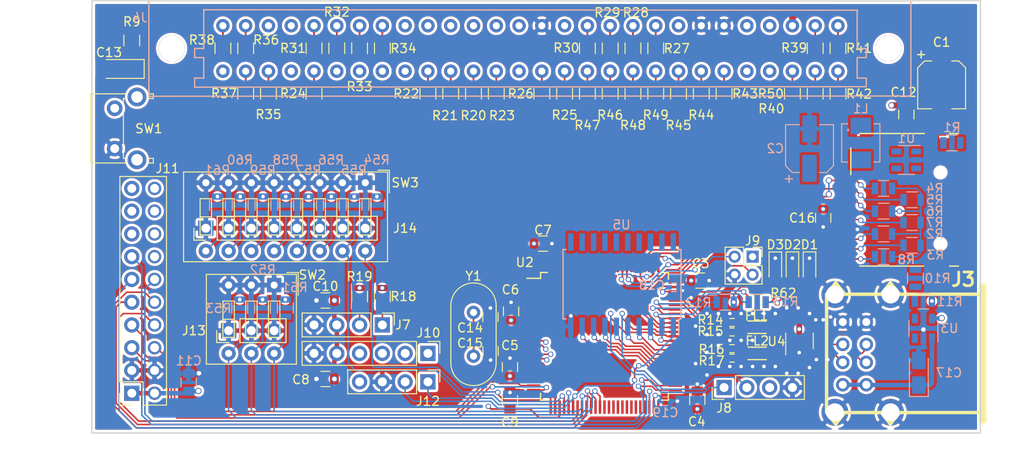
<source format=kicad_pcb>
(kicad_pcb (version 4) (host pcbnew 4.0.7)
  (layers (0 F.Cu signal) (1 In1.Cu signal) (2 In2.Cu signal) (31 B.Cu signal) (34 B.Paste user) (35 F.Paste user) (36 B.SilkS user) (37 F.SilkS user) (38 B.Mask user) (39 F.Mask user) (44 Edge.Cuts user))
  (net 0 "")
  (net 1 GND)
  (net 2 +3V3)
  (net 3 RES)
  (net 4 OSC_IN)
  (net 5 OSC_OUT)
  (net 6 +5V)
  (net 7 ZA8)
  (net 8 ZA9)
  (net 9 ZA10)
  (net 10 ZA11)
  (net 11 ZA12)
  (net 12 ZA13)
  (net 13 ZA14)
  (net 14 ZA15)
  (net 15 ZD0)
  (net 16 ZD1)
  (net 17 ZD2)
  (net 18 ZD3)
  (net 19 ZD4)
  (net 20 ZD5)
  (net 21 ZD6)
  (net 22 ZD7)
  (net 23 SCL)
  (net 24 SDA)
  (net 25 SWDIO)
  (net 26 SWCLK)
  (net 27 SPI_SCK)
  (net 28 SPI_MISO)
  (net 29 SPI_MOSI)
  (net 30 SPI_CS)
  (net 31 "Net-(L1-Pad1)")
  (net 32 "Net-(R1-Pad2)")
  (net 33 D0)
  (net 34 D1)
  (net 35 D2)
  (net 36 D3)
  (net 37 CMD)
  (net 38 CK)
  (net 39 "Net-(R10-Pad2)")
  (net 40 VB)
  (net 41 CD)
  (net 42 VC1)
  (net 43 VC2)
  (net 44 BOOT0)
  (net 45 "Net-(U3-Pad3)")
  (net 46 ZIORQn)
  (net 47 ZRDn)
  (net 48 ZWRn)
  (net 49 ZMREQn)
  (net 50 ZM1n)
  (net 51 ZINTn)
  (net 52 ZNMIn)
  (net 53 ZA0)
  (net 54 ZA1)
  (net 55 ZA2)
  (net 56 ZA3)
  (net 57 ZA4)
  (net 58 ZA5)
  (net 59 ZA6)
  (net 60 ZA7)
  (net 61 ZHALTn)
  (net 62 ZWAITn)
  (net 63 ZRFSHn)
  (net 64 CRS)
  (net 65 TX_EN)
  (net 66 TXD0)
  (net 67 TXD1)
  (net 68 MDIO)
  (net 69 MDC)
  (net 70 RXD0)
  (net 71 RXD1)
  (net 72 UART_TX)
  (net 73 UART_RX)
  (net 74 ECK)
  (net 75 "Net-(C17-Pad1)")
  (net 76 "Net-(J4-Pad4b)")
  (net 77 "Net-(J4-Pad5b)")
  (net 78 CLK)
  (net 79 "Net-(J4-Pad13b)")
  (net 80 "Net-(J4-Pad15b)")
  (net 81 "Net-(J4-Pad16b)")
  (net 82 "Net-(J4-Pad17b)")
  (net 83 "Net-(J4-Pad18b)")
  (net 84 ZBUSRQn)
  (net 85 ZRESn)
  (net 86 "Net-(J4-Pad25b)")
  (net 87 ZBUSACKn)
  (net 88 "Net-(J4-Pad4a)")
  (net 89 "Net-(J4-Pad5a)")
  (net 90 "Net-(J4-Pad20a)")
  (net 91 "Net-(J4-Pad22a)")
  (net 92 "Net-(J4-Pad23a)")
  (net 93 "Net-(J4-Pad28a)")
  (net 94 D4)
  (net 95 D5)
  (net 96 D6)
  (net 97 D7)
  (net 98 "Net-(J11-Pad14)")
  (net 99 "Net-(J11-Pad15)")
  (net 100 "Net-(J11-Pad16)")
  (net 101 "Net-(J11-Pad17)")
  (net 102 "Net-(J11-Pad18)")
  (net 103 "Net-(J11-Pad19)")
  (net 104 "Net-(J11-Pad20)")
  (net 105 PS2_CLK)
  (net 106 PS2_DAT)
  (net 107 OUT0)
  (net 108 OUT1)
  (net 109 OUT2)
  (net 110 MTX0)
  (net 111 MTX1)
  (net 112 MTX2)
  (net 113 MTX3)
  (net 114 MTX4)
  (net 115 MTX5)
  (net 116 MTX6)
  (net 117 MTX7)
  (net 118 LED_1)
  (net 119 LED_2)
  (net 120 LED_3)
  (net 121 FS_P)
  (net 122 FS_N)
  (net 123 HS_P)
  (net 124 HS_N)
  (net 125 SD0)
  (net 126 SD1)
  (net 127 SD2)
  (net 128 SD3)
  (net 129 USB_PWR)
  (net 130 "Net-(U2-Pad23)")
  (net 131 "Net-(U2-Pad96)")
  (net 132 /F1_P)
  (net 133 /F1_N)
  (net 134 /H1_P)
  (net 135 /H1_N)
  (net 136 F2_N)
  (net 137 F2_P)
  (net 138 H2_N)
  (net 139 H2_P)
  (net 140 "Net-(D1-Pad2)")
  (net 141 "Net-(D2-Pad2)")
  (net 142 "Net-(D3-Pad2)")
  (module Housings_QFP:LQFP-100_14x14mm_Pitch0.5mm (layer F.Cu) (at 153.67 97.79)
    (fp_text reference U2 (at -8.89 -8.255) (layer F.SilkS))
    (fp_text value STM32F407VETx)
    (pad 1 smd rect (at -7.9 -6) (size 1.5 0.28) (layers F.Cu F.Paste F.Mask) (net 55 ZA2))
    (pad 2 smd rect (at -7.9 -5.5) (size 1.5 0.28) (layers F.Cu F.Paste F.Mask) (net 56 ZA3))
    (pad 3 smd rect (at -7.9 -5) (size 1.5 0.28) (layers F.Cu F.Paste F.Mask) (net 57 ZA4))
    (pad 4 smd rect (at -7.9 -4.5) (size 1.5 0.28) (layers F.Cu F.Paste F.Mask) (net 58 ZA5))
    (pad 5 smd rect (at -7.9 -4) (size 1.5 0.28) (layers F.Cu F.Paste F.Mask) (net 59 ZA6))
    (pad 6 smd rect (at -7.9 -3.5) (size 1.5 0.28) (layers F.Cu F.Paste F.Mask) (net 40 VB))
    (pad 7 smd rect (at -7.9 -3) (size 1.5 0.28) (layers F.Cu F.Paste F.Mask) (net 115 MTX5))
    (pad 8 smd rect (at -7.9 -2.5) (size 1.5 0.28) (layers F.Cu F.Paste F.Mask) (net 116 MTX6))
    (pad 9 smd rect (at -7.9 -2) (size 1.5 0.28) (layers F.Cu F.Paste F.Mask) (net 117 MTX7))
    (pad 10 smd rect (at -7.9 -1.5) (size 1.5 0.28) (layers F.Cu F.Paste F.Mask) (net 1 GND))
    (pad 11 smd rect (at -7.9 -1) (size 1.5 0.28) (layers F.Cu F.Paste F.Mask) (net 2 +3V3))
    (pad 12 smd rect (at -7.9 -0.5) (size 1.5 0.28) (layers F.Cu F.Paste F.Mask) (net 4 OSC_IN))
    (pad 13 smd rect (at -7.9 0) (size 1.5 0.28) (layers F.Cu F.Paste F.Mask) (net 5 OSC_OUT))
    (pad 14 smd rect (at -7.9 0.5) (size 1.5 0.28) (layers F.Cu F.Paste F.Mask) (net 3 RES))
    (pad 15 smd rect (at -7.9 1) (size 1.5 0.28) (layers F.Cu F.Paste F.Mask) (net 112 MTX2))
    (pad 16 smd rect (at -7.9 1.5) (size 1.5 0.28) (layers F.Cu F.Paste F.Mask) (net 69 MDC))
    (pad 17 smd rect (at -7.9 2) (size 1.5 0.28) (layers F.Cu F.Paste F.Mask) (net 113 MTX3))
    (pad 18 smd rect (at -7.9 2.5) (size 1.5 0.28) (layers F.Cu F.Paste F.Mask) (net 114 MTX4))
    (pad 19 smd rect (at -7.9 3) (size 1.5 0.28) (layers F.Cu F.Paste F.Mask) (net 2 +3V3))
    (pad 20 smd rect (at -7.9 3.5) (size 1.5 0.28) (layers F.Cu F.Paste F.Mask) (net 1 GND))
    (pad 21 smd rect (at -7.9 4) (size 1.5 0.28) (layers F.Cu F.Paste F.Mask) (net 2 +3V3))
    (pad 22 smd rect (at -7.9 4.5) (size 1.5 0.28) (layers F.Cu F.Paste F.Mask) (net 2 +3V3))
    (pad 23 smd rect (at -7.9 5) (size 1.5 0.28) (layers F.Cu F.Paste F.Mask) (net 130 "Net-(U2-Pad23)"))
    (pad 24 smd rect (at -7.9 5.5) (size 1.5 0.28) (layers F.Cu F.Paste F.Mask) (net 74 ECK))
    (pad 25 smd rect (at -7.9 6) (size 1.5 0.28) (layers F.Cu F.Paste F.Mask) (net 68 MDIO))
    (pad 26 smd rect (at -6 7.9 90) (size 1.5 0.28) (layers F.Cu F.Paste F.Mask) (net 110 MTX0))
    (pad 27 smd rect (at -5.5 7.9 90) (size 1.5 0.28) (layers F.Cu F.Paste F.Mask) (net 1 GND))
    (pad 28 smd rect (at -5 7.9 90) (size 1.5 0.28) (layers F.Cu F.Paste F.Mask) (net 2 +3V3))
    (pad 29 smd rect (at -4.5 7.9 90) (size 1.5 0.28) (layers F.Cu F.Paste F.Mask) (net 111 MTX1))
    (pad 30 smd rect (at -4 7.9 90) (size 1.5 0.28) (layers F.Cu F.Paste F.Mask) (net 105 PS2_CLK))
    (pad 31 smd rect (at -3.5 7.9 90) (size 1.5 0.28) (layers F.Cu F.Paste F.Mask) (net 106 PS2_DAT))
    (pad 32 smd rect (at -3 7.9 90) (size 1.5 0.28) (layers F.Cu F.Paste F.Mask) (net 64 CRS))
    (pad 33 smd rect (at -2.5 7.9 90) (size 1.5 0.28) (layers F.Cu F.Paste F.Mask) (net 70 RXD0))
    (pad 34 smd rect (at -2 7.9 90) (size 1.5 0.28) (layers F.Cu F.Paste F.Mask) (net 71 RXD1))
    (pad 35 smd rect (at -1.5 7.9 90) (size 1.5 0.28) (layers F.Cu F.Paste F.Mask) (net 107 OUT0))
    (pad 36 smd rect (at -1 7.9 90) (size 1.5 0.28) (layers F.Cu F.Paste F.Mask) (net 108 OUT1))
    (pad 37 smd rect (at -0.5 7.9 90) (size 1.5 0.28) (layers F.Cu F.Paste F.Mask) (net 109 OUT2))
    (pad 38 smd rect (at 0 7.9 90) (size 1.5 0.28) (layers F.Cu F.Paste F.Mask) (net 60 ZA7))
    (pad 39 smd rect (at 0.5 7.9 90) (size 1.5 0.28) (layers F.Cu F.Paste F.Mask) (net 7 ZA8))
    (pad 40 smd rect (at 1 7.9 90) (size 1.5 0.28) (layers F.Cu F.Paste F.Mask) (net 8 ZA9))
    (pad 41 smd rect (at 1.5 7.9 90) (size 1.5 0.28) (layers F.Cu F.Paste F.Mask) (net 9 ZA10))
    (pad 42 smd rect (at 2 7.9 90) (size 1.5 0.28) (layers F.Cu F.Paste F.Mask) (net 10 ZA11))
    (pad 43 smd rect (at 2.5 7.9 90) (size 1.5 0.28) (layers F.Cu F.Paste F.Mask) (net 11 ZA12))
    (pad 44 smd rect (at 3 7.9 90) (size 1.5 0.28) (layers F.Cu F.Paste F.Mask) (net 12 ZA13))
    (pad 45 smd rect (at 3.5 7.9 90) (size 1.5 0.28) (layers F.Cu F.Paste F.Mask) (net 13 ZA14))
    (pad 46 smd rect (at 4 7.9 90) (size 1.5 0.28) (layers F.Cu F.Paste F.Mask) (net 14 ZA15))
    (pad 47 smd rect (at 4.5 7.9 90) (size 1.5 0.28) (layers F.Cu F.Paste F.Mask) (net 50 ZM1n))
    (pad 48 smd rect (at 5 7.9 90) (size 1.5 0.28) (layers F.Cu F.Paste F.Mask) (net 65 TX_EN))
    (pad 49 smd rect (at 5.5 7.9 90) (size 1.5 0.28) (layers F.Cu F.Paste F.Mask) (net 42 VC1))
    (pad 50 smd rect (at 6 7.9 90) (size 1.5 0.28) (layers F.Cu F.Paste F.Mask) (net 2 +3V3))
    (pad 51 smd rect (at 7.9 6) (size 1.5 0.28) (layers F.Cu F.Paste F.Mask) (net 66 TXD0))
    (pad 52 smd rect (at 7.9 5.5) (size 1.5 0.28) (layers F.Cu F.Paste F.Mask) (net 67 TXD1))
    (pad 53 smd rect (at 7.9 5) (size 1.5 0.28) (layers F.Cu F.Paste F.Mask) (net 124 HS_N))
    (pad 54 smd rect (at 7.9 4.5) (size 1.5 0.28) (layers F.Cu F.Paste F.Mask) (net 123 HS_P))
    (pad 55 smd rect (at 7.9 4) (size 1.5 0.28) (layers F.Cu F.Paste F.Mask) (net 33 D0))
    (pad 56 smd rect (at 7.9 3.5) (size 1.5 0.28) (layers F.Cu F.Paste F.Mask) (net 34 D1))
    (pad 57 smd rect (at 7.9 3) (size 1.5 0.28) (layers F.Cu F.Paste F.Mask) (net 35 D2))
    (pad 58 smd rect (at 7.9 2.5) (size 1.5 0.28) (layers F.Cu F.Paste F.Mask) (net 36 D3))
    (pad 59 smd rect (at 7.9 2) (size 1.5 0.28) (layers F.Cu F.Paste F.Mask) (net 94 D4))
    (pad 60 smd rect (at 7.9 1.5) (size 1.5 0.28) (layers F.Cu F.Paste F.Mask) (net 95 D5))
    (pad 61 smd rect (at 7.9 1) (size 1.5 0.28) (layers F.Cu F.Paste F.Mask) (net 96 D6))
    (pad 62 smd rect (at 7.9 0.5) (size 1.5 0.28) (layers F.Cu F.Paste F.Mask) (net 97 D7))
    (pad 63 smd rect (at 7.9 0) (size 1.5 0.28) (layers F.Cu F.Paste F.Mask) (net 72 UART_TX))
    (pad 64 smd rect (at 7.9 -0.5) (size 1.5 0.28) (layers F.Cu F.Paste F.Mask) (net 73 UART_RX))
    (pad 65 smd rect (at 7.9 -1) (size 1.5 0.28) (layers F.Cu F.Paste F.Mask) (net 125 SD0))
    (pad 66 smd rect (at 7.9 -1.5) (size 1.5 0.28) (layers F.Cu F.Paste F.Mask) (net 126 SD1))
    (pad 67 smd rect (at 7.9 -2) (size 1.5 0.28) (layers F.Cu F.Paste F.Mask) (net 118 LED_1))
    (pad 68 smd rect (at 7.9 -2.5) (size 1.5 0.28) (layers F.Cu F.Paste F.Mask) (net 119 LED_2))
    (pad 69 smd rect (at 7.9 -3) (size 1.5 0.28) (layers F.Cu F.Paste F.Mask) (net 120 LED_3))
    (pad 70 smd rect (at 7.9 -3.5) (size 1.5 0.28) (layers F.Cu F.Paste F.Mask) (net 122 FS_N))
    (pad 71 smd rect (at 7.9 -4) (size 1.5 0.28) (layers F.Cu F.Paste F.Mask) (net 121 FS_P))
    (pad 72 smd rect (at 7.9 -4.5) (size 1.5 0.28) (layers F.Cu F.Paste F.Mask) (net 25 SWDIO))
    (pad 73 smd rect (at 7.9 -5) (size 1.5 0.28) (layers F.Cu F.Paste F.Mask) (net 43 VC2))
    (pad 74 smd rect (at 7.9 -5.5) (size 1.5 0.28) (layers F.Cu F.Paste F.Mask) (net 1 GND))
    (pad 75 smd rect (at 7.9 -6) (size 1.5 0.28) (layers F.Cu F.Paste F.Mask) (net 2 +3V3))
    (pad 76 smd rect (at 6 -7.9 90) (size 1.5 0.28) (layers F.Cu F.Paste F.Mask) (net 26 SWCLK))
    (pad 77 smd rect (at 5.5 -7.9 90) (size 1.5 0.28) (layers F.Cu F.Paste F.Mask) (net 30 SPI_CS))
    (pad 78 smd rect (at 5 -7.9 90) (size 1.5 0.28) (layers F.Cu F.Paste F.Mask) (net 127 SD2))
    (pad 79 smd rect (at 4.5 -7.9 90) (size 1.5 0.28) (layers F.Cu F.Paste F.Mask) (net 128 SD3))
    (pad 80 smd rect (at 4 -7.9 90) (size 1.5 0.28) (layers F.Cu F.Paste F.Mask) (net 38 CK))
    (pad 81 smd rect (at 3.5 -7.9 90) (size 1.5 0.28) (layers F.Cu F.Paste F.Mask) (net 51 ZINTn))
    (pad 82 smd rect (at 3 -7.9 90) (size 1.5 0.28) (layers F.Cu F.Paste F.Mask) (net 52 ZNMIn))
    (pad 83 smd rect (at 2.5 -7.9 90) (size 1.5 0.28) (layers F.Cu F.Paste F.Mask) (net 37 CMD))
    (pad 84 smd rect (at 2 -7.9 90) (size 1.5 0.28) (layers F.Cu F.Paste F.Mask) (net 41 CD))
    (pad 85 smd rect (at 1.5 -7.9 90) (size 1.5 0.28) (layers F.Cu F.Paste F.Mask) (net 46 ZIORQn))
    (pad 86 smd rect (at 1 -7.9 90) (size 1.5 0.28) (layers F.Cu F.Paste F.Mask) (net 47 ZRDn))
    (pad 87 smd rect (at 0.5 -7.9 90) (size 1.5 0.28) (layers F.Cu F.Paste F.Mask) (net 48 ZWRn))
    (pad 88 smd rect (at 0 -7.9 90) (size 1.5 0.28) (layers F.Cu F.Paste F.Mask) (net 49 ZMREQn))
    (pad 89 smd rect (at -0.5 -7.9 90) (size 1.5 0.28) (layers F.Cu F.Paste F.Mask) (net 27 SPI_SCK))
    (pad 90 smd rect (at -1 -7.9 90) (size 1.5 0.28) (layers F.Cu F.Paste F.Mask) (net 28 SPI_MISO))
    (pad 91 smd rect (at -1.5 -7.9 90) (size 1.5 0.28) (layers F.Cu F.Paste F.Mask) (net 29 SPI_MOSI))
    (pad 92 smd rect (at -2 -7.9 90) (size 1.5 0.28) (layers F.Cu F.Paste F.Mask) (net 23 SCL))
    (pad 93 smd rect (at -2.5 -7.9 90) (size 1.5 0.28) (layers F.Cu F.Paste F.Mask) (net 24 SDA))
    (pad 94 smd rect (at -3 -7.9 90) (size 1.5 0.28) (layers F.Cu F.Paste F.Mask) (net 44 BOOT0))
    (pad 95 smd rect (at -3.5 -7.9 90) (size 1.5 0.28) (layers F.Cu F.Paste F.Mask) (net 129 USB_PWR))
    (pad 96 smd rect (at -4 -7.9 90) (size 1.5 0.28) (layers F.Cu F.Paste F.Mask) (net 131 "Net-(U2-Pad96)"))
    (pad 97 smd rect (at -4.5 -7.9 90) (size 1.5 0.28) (layers F.Cu F.Paste F.Mask) (net 53 ZA0))
    (pad 98 smd rect (at -5 -7.9 90) (size 1.5 0.28) (layers F.Cu F.Paste F.Mask) (net 54 ZA1))
    (pad 99 smd rect (at -5.5 -7.9 90) (size 1.5 0.28) (layers F.Cu F.Paste F.Mask) (net 1 GND))
    (pad 100 smd rect (at -6 -7.9 90) (size 1.5 0.28) (layers F.Cu F.Paste F.Mask) (net 2 +3V3))
  )
  (module Capacitors_SMD:C_0805 (layer F.Cu) (at 143.256 94.996 90)
    (fp_text reference C6 (at 2.413 -0.0635 180) (layer F.SilkS))
    (fp_text value 100n)
    (pad 1 smd rect (at -1 0 90) (size 1 1.25) (layers F.Cu F.Paste F.Mask) (net 2 +3V3))
    (pad 2 smd rect (at 1 0 90) (size 1 1.25) (layers F.Cu F.Paste F.Mask) (net 1 GND))
  )
  (module Socket_Strips:Socket_Strip_Straight_2x10_Pitch2.54mm (layer F.Cu) (at 100.965 104.14 180)
    (fp_text reference J11 (at -4.0005 25.0825 180) (layer F.SilkS))
    (fp_text value RMII)
    (pad 1 thru_hole rect (at 0 0 180) (size 1.7 1.7) (drill 1) (layers *.Cu *.Mask) (net 2 +3V3))
    (pad 2 thru_hole oval (at -2.54 0 180) (size 1.5 1.5) (drill 1) (layers *.Cu *.Mask) (net 2 +3V3))
    (pad 3 thru_hole oval (at 0 2.54 180) (size 1.7 1.7) (drill 1) (layers *.Cu *.Mask) (net 1 GND))
    (pad 4 thru_hole oval (at -2.54 2.54 180) (size 1.5 1.5) (drill 1) (layers *.Cu *.Mask) (net 1 GND))
    (pad 5 thru_hole oval (at 0 5.08 180) (size 1.7 1.7) (drill 1) (layers *.Cu *.Mask) (net 68 MDIO))
    (pad 6 thru_hole oval (at -2.54 5.08 180) (size 1.5 1.5) (drill 1) (layers *.Cu *.Mask) (net 69 MDC))
    (pad 7 thru_hole oval (at 0 7.62 180) (size 1.7 1.7) (drill 1) (layers *.Cu *.Mask) (net 74 ECK))
    (pad 8 thru_hole oval (at -2.54 7.62 180) (size 1.5 1.5) (drill 1) (layers *.Cu *.Mask) (net 64 CRS))
    (pad 9 thru_hole oval (at 0 10.16 180) (size 1.7 1.7) (drill 1) (layers *.Cu *.Mask) (net 70 RXD0))
    (pad 10 thru_hole oval (at -2.54 10.16 180) (size 1.5 1.5) (drill 1) (layers *.Cu *.Mask) (net 71 RXD1))
    (pad 11 thru_hole oval (at 0 12.7 180) (size 1.7 1.7) (drill 1) (layers *.Cu *.Mask) (net 65 TX_EN))
    (pad 12 thru_hole oval (at -2.54 12.7 180) (size 1.5 1.5) (drill 1) (layers *.Cu *.Mask) (net 66 TXD0))
    (pad 13 thru_hole oval (at 0 15.24 180) (size 1.7 1.7) (drill 1) (layers *.Cu *.Mask) (net 67 TXD1))
    (pad 14 thru_hole oval (at -2.54 15.24 180) (size 1.5 1.5) (drill 1) (layers *.Cu *.Mask) (net 98 "Net-(J11-Pad14)"))
    (pad 15 thru_hole oval (at 0 17.78 180) (size 1.7 1.7) (drill 1) (layers *.Cu *.Mask) (net 99 "Net-(J11-Pad15)"))
    (pad 16 thru_hole oval (at -2.54 17.78 180) (size 1.5 1.5) (drill 1) (layers *.Cu *.Mask) (net 100 "Net-(J11-Pad16)"))
    (pad 17 thru_hole oval (at 0 20.32 180) (size 1.7 1.7) (drill 1) (layers *.Cu *.Mask) (net 101 "Net-(J11-Pad17)"))
    (pad 18 thru_hole oval (at -2.54 20.32 180) (size 1.5 1.5) (drill 1) (layers *.Cu *.Mask) (net 102 "Net-(J11-Pad18)"))
    (pad 19 thru_hole oval (at 0 22.86 180) (size 1.7 1.7) (drill 1) (layers *.Cu *.Mask) (net 103 "Net-(J11-Pad19)"))
    (pad 20 thru_hole oval (at -2.54 22.86 180) (size 1.5 1.5) (drill 1) (layers *.Cu *.Mask) (net 104 "Net-(J11-Pad20)"))
  )
  (module Projects:conn_usb_Ax2 (layer F.Cu) (at 187.325 99.695 90)
    (fp_text reference J3 (at 8.255 6.35 180) (layer F.SilkS) (effects (font (thickness 0.3048))))
    (fp_text value USB_1 hide)
    (pad 9 thru_hole circle (at -6.57098 -1.75514 90) (size 2.99974 2.99974) (drill 1.99898) (layers *.Cu *.Mask) (net 1 GND))
    (pad 9 thru_hole circle (at 6.57098 -1.75514 90) (size 2.99974 2.99974) (drill 1.99898) (layers *.Cu *.Mask) (net 1 GND))
    (pad 1 thru_hole circle (at -3.50012 -4.46532 90) (size 1.50114 1.50114) (drill 0.89916) (layers *.Cu *.Mask) (net 75 "Net-(C17-Pad1)"))
    (pad 2 thru_hole circle (at -1.00076 -4.46532 90) (size 1.50114 1.50114) (drill 0.89916) (layers *.Cu *.Mask) (net 136 F2_N))
    (pad 3 thru_hole circle (at 1.00076 -4.46532 90) (size 1.50114 1.50114) (drill 0.89916) (layers *.Cu *.Mask) (net 137 F2_P))
    (pad 4 thru_hole circle (at 3.50012 -4.46532 90) (size 1.50114 1.50114) (drill 0.89916) (layers *.Cu *.Mask) (net 1 GND))
    (pad 8 thru_hole circle (at 3.50012 -7.0866 90) (size 1.50114 1.50114) (drill 0.89916) (layers *.Cu *.Mask) (net 1 GND))
    (pad 5 thru_hole circle (at -3.50012 -7.0866 90) (size 1.50114 1.50114) (drill 0.89916) (layers *.Cu *.Mask) (net 75 "Net-(C17-Pad1)"))
    (pad 6 thru_hole circle (at -1.00076 -7.0866 90) (size 1.50114 1.50114) (drill 0.89916) (layers *.Cu *.Mask) (net 138 H2_N))
    (pad 7 thru_hole circle (at 1.00076 -7.0866 90) (size 1.50114 1.50114) (drill 0.89916) (layers *.Cu *.Mask) (net 139 H2_P))
    (pad 9 thru_hole circle (at -6.57098 -7.96544 90) (size 2.99974 2.99974) (drill 1.99898) (layers *.Cu *.Mask) (net 1 GND))
    (pad 9 thru_hole circle (at 6.57098 -7.96544 90) (size 2.99974 2.99974) (drill 1.99898) (layers *.Cu *.Mask) (net 1 GND))
  )
  (module TO_SOT_Packages_SMD:TSOT-23-6 (layer F.Cu) (at 175.387 98.298 90)
    (fp_text reference U4 (at -0.0635 -2.54 180) (layer F.SilkS))
    (fp_text value NUP4201MR6)
    (pad 1 smd rect (at -1.31 -0.95 90) (size 1.22 0.65) (layers F.Cu F.Paste F.Mask) (net 139 H2_P))
    (pad 2 smd rect (at -1.31 0 90) (size 1.22 0.65) (layers F.Cu F.Paste F.Mask) (net 1 GND))
    (pad 3 smd rect (at -1.31 0.95 90) (size 1.22 0.65) (layers F.Cu F.Paste F.Mask) (net 138 H2_N))
    (pad 4 smd rect (at 1.31 0.95 90) (size 1.22 0.65) (layers F.Cu F.Paste F.Mask) (net 137 F2_P))
    (pad 5 smd rect (at 1.31 0 90) (size 1.22 0.65) (layers F.Cu F.Paste F.Mask) (net 75 "Net-(C17-Pad1)"))
    (pad 6 smd rect (at 1.31 -0.95 90) (size 1.22 0.65) (layers F.Cu F.Paste F.Mask) (net 136 F2_N))
  )
  (module Socket_Strips:Socket_Strip_Straight_1x04_Pitch2.54mm (layer F.Cu) (at 167.005 103.505 90)
    (fp_text reference J8 (at -2.286 0 180) (layer F.SilkS))
    (fp_text value UART)
    (pad 1 thru_hole rect (at 0 0 90) (size 1.7 1.7) (drill 1) (layers *.Cu *.Mask) (net 72 UART_TX))
    (pad 2 thru_hole oval (at 0 2.54 90) (size 1.7 1.7) (drill 1) (layers *.Cu *.Mask) (net 73 UART_RX))
    (pad 3 thru_hole oval (at 0 5.08 90) (size 1.7 1.7) (drill 1) (layers *.Cu *.Mask) (net 2 +3V3))
    (pad 4 thru_hole oval (at 0 7.62 90) (size 1.7 1.7) (drill 1) (layers *.Cu *.Mask) (net 1 GND))
  )
  (module Capacitors_SMD:C_0805 (layer F.Cu) (at 164.0205 104.902 90)
    (fp_text reference C4 (at -2.413 -0.0635 180) (layer F.SilkS))
    (fp_text value 100n)
    (pad 1 smd rect (at -1 0 90) (size 1 1.25) (layers F.Cu F.Paste F.Mask) (net 2 +3V3))
    (pad 2 smd rect (at 1 0 90) (size 1 1.25) (layers F.Cu F.Paste F.Mask) (net 1 GND))
  )
  (module Buttons_Switches_THT:SW_DIP_x3_W7.62mm_Slide (layer F.Cu) (at 116.84 92.075 270)
    (fp_text reference SW2 (at -1.143 -4.2545 360) (layer F.SilkS))
    (fp_text value OUTPUT)
    (pad 1 thru_hole rect (at 0 0 270) (size 1.6 1.6) (drill 0.8) (layers *.Cu *.Mask) (net 1 GND))
    (pad 4 thru_hole oval (at 7.62 5.08 270) (size 1.6 1.6) (drill 0.8) (layers *.Cu *.Mask) (net 109 OUT2))
    (pad 2 thru_hole oval (at 0 2.54 270) (size 1.6 1.6) (drill 0.8) (layers *.Cu *.Mask) (net 1 GND))
    (pad 5 thru_hole oval (at 7.62 2.54 270) (size 1.6 1.6) (drill 0.8) (layers *.Cu *.Mask) (net 108 OUT1))
    (pad 3 thru_hole oval (at 0 5.08 270) (size 1.6 1.6) (drill 0.8) (layers *.Cu *.Mask) (net 1 GND))
    (pad 6 thru_hole oval (at 7.62 0 270) (size 1.6 1.6) (drill 0.8) (layers *.Cu *.Mask) (net 107 OUT0))
  )
  (module Capacitors_SMD:CP_Elec_5x5.7 (layer F.Cu) (at 191.262 69.723 270)
    (fp_text reference C1 (at -4.7625 0 360) (layer F.SilkS))
    (fp_text value 100u)
    (fp_text user + (at -3.38 2.36 270) (layer F.SilkS))
    (pad 1 smd rect (at -2.2 0 90) (size 3 1.6) (layers F.Cu F.Paste F.Mask) (net 6 +5V))
    (pad 2 smd rect (at 2.2 0 90) (size 3 1.6) (layers F.Cu F.Paste F.Mask) (net 1 GND))
  )
  (module Capacitors_SMD:CP_Elec_5x5.7 (layer B.Cu) (at 176.53 76.835 90)
    (fp_text reference C2 (at 0 -3.81 180) (layer B.SilkS) (effects (justify mirror)))
    (fp_text value 100u)
    (fp_text user + (at -3.38 -2.36 90) (layer B.SilkS) (effects (justify mirror)))
    (pad 1 smd rect (at -2.2 0 270) (size 3 1.6) (layers B.Cu B.Paste B.Mask) (net 2 +3V3))
    (pad 2 smd rect (at 2.2 0 270) (size 3 1.6) (layers B.Cu B.Paste B.Mask) (net 1 GND))
  )
  (module Capacitors_SMD:C_0805 (layer F.Cu) (at 164.338 91.567)
    (fp_text reference C3 (at 0.0635 -1.905) (layer F.SilkS))
    (fp_text value 100n)
    (pad 1 smd rect (at -1 0) (size 1 1.25) (layers F.Cu F.Paste F.Mask) (net 2 +3V3))
    (pad 2 smd rect (at 1 0) (size 1 1.25) (layers F.Cu F.Paste F.Mask) (net 1 GND))
  )
  (module Capacitors_SMD:C_0805 (layer F.Cu) (at 143.129 101.219 90)
    (fp_text reference C5 (at 2.413 0 180) (layer F.SilkS))
    (fp_text value 100n)
    (pad 1 smd rect (at -1 0 90) (size 1 1.25) (layers F.Cu F.Paste F.Mask) (net 2 +3V3))
    (pad 2 smd rect (at 1 0 90) (size 1 1.25) (layers F.Cu F.Paste F.Mask) (net 1 GND))
  )
  (module Capacitors_SMD:C_0805 (layer F.Cu) (at 146.812 87.4395)
    (fp_text reference C7 (at 0 -1.5) (layer F.SilkS))
    (fp_text value 100n)
    (pad 1 smd rect (at -1 0) (size 1 1.25) (layers F.Cu F.Paste F.Mask) (net 2 +3V3))
    (pad 2 smd rect (at 1 0) (size 1 1.25) (layers F.Cu F.Paste F.Mask) (net 1 GND))
  )
  (module Capacitors_SMD:C_0805 (layer F.Cu) (at 122.555 102.5525 180)
    (fp_text reference C8 (at 2.7305 -0.0635 180) (layer F.SilkS))
    (fp_text value 100n)
    (pad 1 smd rect (at -1 0 180) (size 1 1.25) (layers F.Cu F.Paste F.Mask) (net 2 +3V3))
    (pad 2 smd rect (at 1 0 180) (size 1 1.25) (layers F.Cu F.Paste F.Mask) (net 1 GND))
  )
  (module Capacitors_SMD:C_0805 (layer F.Cu) (at 143.129 104.902 90)
    (fp_text reference C9 (at -2.4765 0 180) (layer F.SilkS))
    (fp_text value 100n)
    (pad 1 smd rect (at -1 0 90) (size 1 1.25) (layers F.Cu F.Paste F.Mask) (net 2 +3V3))
    (pad 2 smd rect (at 1 0 90) (size 1 1.25) (layers F.Cu F.Paste F.Mask) (net 1 GND))
  )
  (module Capacitors_SMD:C_0805 (layer F.Cu) (at 140.951303 95.631 270)
    (fp_text reference C14 (at 1.2065 2.267303 360) (layer F.SilkS))
    (fp_text value 22pF)
    (pad 1 smd rect (at -1 0 270) (size 1 1.25) (layers F.Cu F.Paste F.Mask) (net 1 GND))
    (pad 2 smd rect (at 1 0 270) (size 1 1.25) (layers F.Cu F.Paste F.Mask) (net 4 OSC_IN))
  )
  (module Capacitors_SMD:C_0805 (layer F.Cu) (at 140.97 99.441 90)
    (fp_text reference C15 (at 0.889 -2.286 180) (layer F.SilkS))
    (fp_text value 22pF)
    (pad 1 smd rect (at -1 0 90) (size 1 1.25) (layers F.Cu F.Paste F.Mask) (net 1 GND))
    (pad 2 smd rect (at 1 0 90) (size 1 1.25) (layers F.Cu F.Paste F.Mask) (net 5 OSC_OUT))
  )
  (module Socket_Strips:Socket_Strip_Straight_1x04_Pitch2.54mm (layer F.Cu) (at 128.905 96.52 270)
    (fp_text reference J7 (at 0 -2.286 360) (layer F.SilkS))
    (fp_text value I2C)
    (pad 1 thru_hole rect (at 0 0 270) (size 1.7 1.7) (drill 1) (layers *.Cu *.Mask) (net 23 SCL))
    (pad 2 thru_hole oval (at 0 2.54 270) (size 1.7 1.7) (drill 1) (layers *.Cu *.Mask) (net 24 SDA))
    (pad 3 thru_hole oval (at 0 5.08 270) (size 1.7 1.7) (drill 1) (layers *.Cu *.Mask) (net 2 +3V3))
    (pad 4 thru_hole oval (at 0 7.62 270) (size 1.7 1.7) (drill 1) (layers *.Cu *.Mask) (net 1 GND))
  )
  (module Socket_Strips:Socket_Strip_Straight_1x06_Pitch2.54mm (layer F.Cu) (at 133.985 99.695 270)
    (fp_text reference J10 (at -2.286 -0.0635 360) (layer F.SilkS))
    (fp_text value SPI)
    (pad 1 thru_hole rect (at 0 0 270) (size 1.7 1.7) (drill 1) (layers *.Cu *.Mask) (net 27 SPI_SCK))
    (pad 2 thru_hole oval (at 0 2.54 270) (size 1.7 1.7) (drill 1) (layers *.Cu *.Mask) (net 28 SPI_MISO))
    (pad 3 thru_hole oval (at 0 5.08 270) (size 1.7 1.7) (drill 1) (layers *.Cu *.Mask) (net 29 SPI_MOSI))
    (pad 4 thru_hole oval (at 0 7.62 270) (size 1.7 1.7) (drill 1) (layers *.Cu *.Mask) (net 30 SPI_CS))
    (pad 5 thru_hole oval (at 0 10.16 270) (size 1.7 1.7) (drill 1) (layers *.Cu *.Mask) (net 2 +3V3))
    (pad 6 thru_hole oval (at 0 12.7 270) (size 1.7 1.7) (drill 1) (layers *.Cu *.Mask) (net 1 GND))
  )
  (module Inductors_SMD:L_Vishay_IHLP-1616 (layer B.Cu) (at 182.245 76.2 270)
    (fp_text reference L1 (at -3.81 0 360) (layer B.SilkS) (effects (justify mirror)))
    (fp_text value 2.2µH)
    (pad 1 smd rect (at -1.89225 0 270) (size 1.8545 2.286) (layers B.Cu B.Paste B.Mask) (net 31 "Net-(L1-Pad1)"))
    (pad 2 smd rect (at 1.89225 0 270) (size 1.8545 2.286) (layers B.Cu B.Paste B.Mask) (net 2 +3V3))
  )
  (module Resistors_SMD:R_0805 (layer B.Cu) (at 192.405 76.2)
    (fp_text reference R1 (at 0 -1.7145) (layer B.SilkS) (effects (justify mirror)))
    (fp_text value 10k)
    (pad 1 smd rect (at -0.95 0) (size 0.7 1.3) (layers B.Cu B.Paste B.Mask) (net 6 +5V))
    (pad 2 smd rect (at 0.95 0) (size 0.7 1.3) (layers B.Cu B.Paste B.Mask) (net 32 "Net-(R1-Pad2)"))
  )
  (module Resistors_SMD:R_0805 (layer B.Cu) (at 184.785 86.36 180)
    (fp_text reference R2 (at -5.715 0 180) (layer B.SilkS) (effects (justify mirror)))
    (fp_text value 10k)
    (pad 1 smd rect (at -0.95 0 180) (size 0.7 1.3) (layers B.Cu B.Paste B.Mask) (net 2 +3V3))
    (pad 2 smd rect (at 0.95 0 180) (size 0.7 1.3) (layers B.Cu B.Paste B.Mask) (net 125 SD0))
  )
  (module Resistors_SMD:R_0805 (layer B.Cu) (at 187.96 87.63 180)
    (fp_text reference R3 (at -2.6035 -1.0795 180) (layer B.SilkS) (effects (justify mirror)))
    (fp_text value 10k)
    (pad 1 smd rect (at -0.95 0 180) (size 0.7 1.3) (layers B.Cu B.Paste B.Mask) (net 2 +3V3))
    (pad 2 smd rect (at 0.95 0 180) (size 0.7 1.3) (layers B.Cu B.Paste B.Mask) (net 126 SD1))
  )
  (module Resistors_SMD:R_0805 (layer B.Cu) (at 184.785 81.28 180)
    (fp_text reference R4 (at -5.715 0 180) (layer B.SilkS) (effects (justify mirror)))
    (fp_text value 10k)
    (pad 1 smd rect (at -0.95 0 180) (size 0.7 1.3) (layers B.Cu B.Paste B.Mask) (net 2 +3V3))
    (pad 2 smd rect (at 0.95 0 180) (size 0.7 1.3) (layers B.Cu B.Paste B.Mask) (net 127 SD2))
  )
  (module Resistors_SMD:R_0805 (layer B.Cu) (at 187.96 82.55 180)
    (fp_text reference R5 (at -2.54 0 180) (layer B.SilkS) (effects (justify mirror)))
    (fp_text value 10k)
    (pad 1 smd rect (at -0.95 0 180) (size 0.7 1.3) (layers B.Cu B.Paste B.Mask) (net 2 +3V3))
    (pad 2 smd rect (at 0.95 0 180) (size 0.7 1.3) (layers B.Cu B.Paste B.Mask) (net 128 SD3))
  )
  (module Resistors_SMD:R_0805 (layer B.Cu) (at 184.785 83.82 180)
    (fp_text reference R6 (at -5.715 0 180) (layer B.SilkS) (effects (justify mirror)))
    (fp_text value 10k)
    (pad 1 smd rect (at -0.95 0 180) (size 0.7 1.3) (layers B.Cu B.Paste B.Mask) (net 2 +3V3))
    (pad 2 smd rect (at 0.95 0 180) (size 0.7 1.3) (layers B.Cu B.Paste B.Mask) (net 37 CMD))
  )
  (module Resistors_SMD:R_0805 (layer B.Cu) (at 187.96 85.09 180)
    (fp_text reference R7 (at -2.54 0 180) (layer B.SilkS) (effects (justify mirror)))
    (fp_text value 10k)
    (pad 1 smd rect (at -0.95 0 180) (size 0.7 1.3) (layers B.Cu B.Paste B.Mask) (net 2 +3V3))
    (pad 2 smd rect (at 0.95 0 180) (size 0.7 1.3) (layers B.Cu B.Paste B.Mask) (net 38 CK))
  )
  (module Resistors_SMD:R_0805 (layer B.Cu) (at 184.785 88.9 180)
    (fp_text reference R8 (at -2.54 -0.3175 180) (layer B.SilkS) (effects (justify mirror)))
    (fp_text value 10k)
    (pad 1 smd rect (at -0.95 0 180) (size 0.7 1.3) (layers B.Cu B.Paste B.Mask) (net 2 +3V3))
    (pad 2 smd rect (at 0.95 0 180) (size 0.7 1.3) (layers B.Cu B.Paste B.Mask) (net 41 CD))
  )
  (module Resistors_SMD:R_0805 (layer F.Cu) (at 100.965 64.77 270)
    (fp_text reference R9 (at -2.0955 0 360) (layer F.SilkS))
    (fp_text value 10k)
    (pad 1 smd rect (at -0.95 0 270) (size 0.7 1.3) (layers F.Cu F.Paste F.Mask) (net 2 +3V3))
    (pad 2 smd rect (at 0.95 0 270) (size 0.7 1.3) (layers F.Cu F.Paste F.Mask) (net 3 RES))
  )
  (module Resistors_SMD:R_0805 (layer B.Cu) (at 188.341 91.313 270)
    (fp_text reference R10 (at 0 -2.4765 360) (layer B.SilkS) (effects (justify mirror)))
    (fp_text value 0)
    (pad 1 smd rect (at -0.95 0 270) (size 0.7 1.3) (layers B.Cu B.Paste B.Mask) (net 129 USB_PWR))
    (pad 2 smd rect (at 0.95 0 270) (size 0.7 1.3) (layers B.Cu B.Paste B.Mask) (net 39 "Net-(R10-Pad2)"))
  )
  (module Resistors_SMD:R_0805 (layer B.Cu) (at 167.132 93.98)
    (fp_text reference R12 (at -2.9845 0.0635) (layer B.SilkS) (effects (justify mirror)))
    (fp_text value 10k)
    (pad 1 smd rect (at -0.95 0) (size 0.7 1.3) (layers B.Cu B.Paste B.Mask) (net 118 LED_1))
    (pad 2 smd rect (at 0.95 0) (size 0.7 1.3) (layers B.Cu B.Paste B.Mask) (net 140 "Net-(D1-Pad2)"))
  )
  (module Resistors_SMD:R_0805 (layer F.Cu) (at 128.905 93.345 270)
    (fp_text reference R18 (at 0 -2.3495 360) (layer F.SilkS))
    (fp_text value 10k)
    (pad 1 smd rect (at -0.95 0 270) (size 0.7 1.3) (layers F.Cu F.Paste F.Mask) (net 2 +3V3))
    (pad 2 smd rect (at 0.95 0 270) (size 0.7 1.3) (layers F.Cu F.Paste F.Mask) (net 23 SCL))
  )
  (module Resistors_SMD:R_0805 (layer F.Cu) (at 126.365 93.345 270)
    (fp_text reference R19 (at -2.2225 0 360) (layer F.SilkS))
    (fp_text value 10k)
    (pad 1 smd rect (at -0.95 0 270) (size 0.7 1.3) (layers F.Cu F.Paste F.Mask) (net 2 +3V3))
    (pad 2 smd rect (at 0.95 0 270) (size 0.7 1.3) (layers F.Cu F.Paste F.Mask) (net 24 SDA))
  )
  (module Buttons_Switches_THT:SW_Tactile_SPST_Angled_PTS645Vx83-2LFS (layer F.Cu) (at 99.06 76.835 90)
    (fp_text reference SW1 (at 2.2225 3.81 180) (layer F.SilkS))
    (fp_text value RESET)
    (pad "" thru_hole circle (at 5.76 2.49 90) (size 2.1 2.1) (drill 1.3) (layers *.Cu *.Mask))
    (pad 2 thru_hole circle (at 4.5 0 90) (size 1.75 1.75) (drill 0.99) (layers *.Cu *.Mask) (net 3 RES))
    (pad 1 thru_hole circle (at 0 0 90) (size 1.75 1.75) (drill 0.99) (layers *.Cu *.Mask) (net 1 GND))
    (pad "" thru_hole circle (at -1.25 2.49 90) (size 2.1 2.1) (drill 1.3) (layers *.Cu *.Mask))
  )
  (module TO_SOT_Packages_SMD:SOT-23-5 (layer B.Cu) (at 187.325 78.105 180)
    (fp_text reference U1 (at 0 2.413 180) (layer B.SilkS) (effects (justify mirror)))
    (fp_text value LM3671MF)
    (pad 1 smd rect (at -1.1 0.95 180) (size 1.06 0.65) (layers B.Cu B.Paste B.Mask) (net 6 +5V))
    (pad 2 smd rect (at -1.1 0 180) (size 1.06 0.65) (layers B.Cu B.Paste B.Mask) (net 1 GND))
    (pad 3 smd rect (at -1.1 -0.95 180) (size 1.06 0.65) (layers B.Cu B.Paste B.Mask) (net 32 "Net-(R1-Pad2)"))
    (pad 4 smd rect (at 1.1 -0.95 180) (size 1.06 0.65) (layers B.Cu B.Paste B.Mask) (net 2 +3V3))
    (pad 5 smd rect (at 1.1 0.95 180) (size 1.06 0.65) (layers B.Cu B.Paste B.Mask) (net 31 "Net-(L1-Pad1)"))
  )
  (module TO_SOT_Packages_SMD:SOT-23-5 (layer B.Cu) (at 189.23 96.901 90)
    (fp_text reference U3 (at 0 2.9 180) (layer B.SilkS) (effects (justify mirror)))
    (fp_text value STMPS2161STR)
    (pad 1 smd rect (at -1.1 0.95 90) (size 1.06 0.65) (layers B.Cu B.Paste B.Mask) (net 75 "Net-(C17-Pad1)"))
    (pad 2 smd rect (at -1.1 0 90) (size 1.06 0.65) (layers B.Cu B.Paste B.Mask) (net 1 GND))
    (pad 3 smd rect (at -1.1 -0.95 90) (size 1.06 0.65) (layers B.Cu B.Paste B.Mask) (net 45 "Net-(U3-Pad3)"))
    (pad 4 smd rect (at 1.1 -0.95 90) (size 1.06 0.65) (layers B.Cu B.Paste B.Mask) (net 39 "Net-(R10-Pad2)"))
    (pad 5 smd rect (at 1.1 0.95 90) (size 1.06 0.65) (layers B.Cu B.Paste B.Mask) (net 6 +5V))
  )
  (module Crystals:Crystal_HC49-4H_Vertical (layer F.Cu) (at 139.065 95.123 270)
    (fp_text reference Y1 (at -4.064 0 360) (layer F.SilkS))
    (fp_text value 8MHz)
    (pad 1 thru_hole circle (at 0 0 270) (size 1.5 1.5) (drill 0.8) (layers *.Cu *.Mask) (net 4 OSC_IN))
    (pad 2 thru_hole circle (at 4.88 0 270) (size 1.5 1.5) (drill 0.8) (layers *.Cu *.Mask) (net 5 OSC_OUT))
  )
  (module Projects:Conn_uSDcard (layer F.Cu) (at 191.135 82.55 90)
    (fp_text reference J2)
    (fp_text value Micro_SD_Card hide)
    (pad 6 smd rect (at 7.75 -0.4 90) (size 1.2 2.2) (layers F.Cu F.Paste F.Mask) (net 1 GND))
    (pad 6 smd rect (at -7.75 -0.4 90) (size 1.2 2.2) (layers F.Cu F.Paste F.Mask) (net 1 GND))
    (pad 6 smd rect (at 6.85 -10 90) (size 1.6 1.4) (layers F.Cu F.Paste F.Mask) (net 1 GND))
    (pad 6 smd rect (at -7.75 -10 90) (size 1.2 1.4) (layers F.Cu F.Paste F.Mask) (net 1 GND))
    (pad 9 smd rect (at -6.6 -10.5 90) (size 0.7 1.6) (layers F.Cu F.Paste F.Mask) (net 41 CD))
    (pad 7 smd rect (at -4.4 -10.5 90) (size 0.7 1.6) (layers F.Cu F.Paste F.Mask) (net 125 SD0))
    (pad 8 smd rect (at -5.5 -10.5 90) (size 0.7 1.6) (layers F.Cu F.Paste F.Mask) (net 126 SD1))
    (pad 6 smd rect (at -3.3 -10.5 90) (size 0.7 1.6) (layers F.Cu F.Paste F.Mask) (net 1 GND))
    (pad 5 smd rect (at -2.2 -10.5 90) (size 0.7 1.6) (layers F.Cu F.Paste F.Mask) (net 38 CK))
    (pad 4 smd rect (at -1.1 -10.5 90) (size 0.7 1.6) (layers F.Cu F.Paste F.Mask) (net 2 +3V3))
    (pad 1 smd rect (at 2.2 -10.5 90) (size 0.7 1.6) (layers F.Cu F.Paste F.Mask) (net 127 SD2))
    (pad 2 smd rect (at 1.1 -10.5 90) (size 0.7 1.6) (layers F.Cu F.Paste F.Mask) (net 128 SD3))
    (pad "" np_thru_hole circle (at 3.05 0 90) (size 1 1) (drill 1) (layers *.Cu))
    (pad "" np_thru_hole circle (at -4.93 0 90) (size 1 1) (drill 1) (layers *.Cu))
    (pad 3 smd rect (at 0 -10.5 90) (size 0.7 1.6) (layers F.Cu F.Paste F.Mask) (net 37 CMD))
  )
  (module Resistors_SMD:R_0805 (layer F.Cu) (at 139.065 70.714202 90)
    (fp_text reference R20 (at -2.437798 0 180) (layer F.SilkS))
    (fp_text value 10k)
    (pad 1 smd rect (at -0.95 0 90) (size 0.7 1.3) (layers F.Cu F.Paste F.Mask) (net 2 +3V3))
    (pad 2 smd rect (at 0.95 0 90) (size 0.7 1.3) (layers F.Cu F.Paste F.Mask) (net 46 ZIORQn))
  )
  (module Resistors_SMD:R_0805 (layer F.Cu) (at 136.525 70.714202 90)
    (fp_text reference R21 (at -2.437798 -0.635 180) (layer F.SilkS))
    (fp_text value 10k)
    (pad 1 smd rect (at -0.95 0 90) (size 0.7 1.3) (layers F.Cu F.Paste F.Mask) (net 2 +3V3))
    (pad 2 smd rect (at 0.95 0 90) (size 0.7 1.3) (layers F.Cu F.Paste F.Mask) (net 47 ZRDn))
  )
  (module Resistors_SMD:R_0805 (layer F.Cu) (at 133.985 70.714202 90)
    (fp_text reference R22 (at 0 -2.413 180) (layer F.SilkS))
    (fp_text value 10k)
    (pad 1 smd rect (at -0.95 0 90) (size 0.7 1.3) (layers F.Cu F.Paste F.Mask) (net 2 +3V3))
    (pad 2 smd rect (at 0.95 0 90) (size 0.7 1.3) (layers F.Cu F.Paste F.Mask) (net 48 ZWRn))
  )
  (module Resistors_SMD:R_0805 (layer F.Cu) (at 141.605 70.714202 90)
    (fp_text reference R23 (at -2.437798 0.635 180) (layer F.SilkS))
    (fp_text value 10k)
    (pad 1 smd rect (at -0.95 0 90) (size 0.7 1.3) (layers F.Cu F.Paste F.Mask) (net 2 +3V3))
    (pad 2 smd rect (at 0.95 0 90) (size 0.7 1.3) (layers F.Cu F.Paste F.Mask) (net 49 ZMREQn))
  )
  (module Resistors_SMD:R_0805 (layer F.Cu) (at 121.285 70.714202 90)
    (fp_text reference R24 (at 0.038702 -2.3495 180) (layer F.SilkS))
    (fp_text value 10k)
    (pad 1 smd rect (at -0.95 0 90) (size 0.7 1.3) (layers F.Cu F.Paste F.Mask) (net 2 +3V3))
    (pad 2 smd rect (at 0.95 0 90) (size 0.7 1.3) (layers F.Cu F.Paste F.Mask) (net 50 ZM1n))
  )
  (module Resistors_SMD:R_0805 (layer F.Cu) (at 149.225 70.714202 90)
    (fp_text reference R25 (at -2.374298 0 180) (layer F.SilkS))
    (fp_text value 10k)
    (pad 1 smd rect (at -0.95 0 90) (size 0.7 1.3) (layers F.Cu F.Paste F.Mask) (net 2 +3V3))
    (pad 2 smd rect (at 0.95 0 90) (size 0.7 1.3) (layers F.Cu F.Paste F.Mask) (net 51 ZINTn))
  )
  (module Resistors_SMD:R_0805 (layer F.Cu) (at 146.685 70.714202 90)
    (fp_text reference R26 (at 0 -2.3495 180) (layer F.SilkS))
    (fp_text value 10k)
    (pad 1 smd rect (at -0.95 0 90) (size 0.7 1.3) (layers F.Cu F.Paste F.Mask) (net 2 +3V3))
    (pad 2 smd rect (at 0.95 0 90) (size 0.7 1.3) (layers F.Cu F.Paste F.Mask) (net 52 ZNMIn))
  )
  (module Resistors_SMD:R_0805 (layer F.Cu) (at 159.385 65.634202 90)
    (fp_text reference R27 (at -0.024798 2.3495 180) (layer F.SilkS))
    (fp_text value 10k)
    (pad 1 smd rect (at -0.95 0 90) (size 0.7 1.3) (layers F.Cu F.Paste F.Mask) (net 2 +3V3))
    (pad 2 smd rect (at 0.95 0 90) (size 0.7 1.3) (layers F.Cu F.Paste F.Mask) (net 53 ZA0))
  )
  (module Resistors_SMD:R_0805 (layer F.Cu) (at 156.845 65.634202 90)
    (fp_text reference R28 (at 3.975702 0.3175 180) (layer F.SilkS))
    (fp_text value 10k)
    (pad 1 smd rect (at -0.95 0 90) (size 0.7 1.3) (layers F.Cu F.Paste F.Mask) (net 2 +3V3))
    (pad 2 smd rect (at 0.95 0 90) (size 0.7 1.3) (layers F.Cu F.Paste F.Mask) (net 54 ZA1))
  )
  (module Resistors_SMD:R_0805 (layer F.Cu) (at 154.305 65.634202 90)
    (fp_text reference R29 (at 3.975702 -0.3175 180) (layer F.SilkS))
    (fp_text value 10k)
    (pad 1 smd rect (at -0.95 0 90) (size 0.7 1.3) (layers F.Cu F.Paste F.Mask) (net 2 +3V3))
    (pad 2 smd rect (at 0.95 0 90) (size 0.7 1.3) (layers F.Cu F.Paste F.Mask) (net 55 ZA2))
  )
  (module Resistors_SMD:R_0805 (layer F.Cu) (at 151.765 65.634202 90)
    (fp_text reference R30 (at 0.038702 -2.3495 180) (layer F.SilkS))
    (fp_text value 10k)
    (pad 1 smd rect (at -0.95 0 90) (size 0.7 1.3) (layers F.Cu F.Paste F.Mask) (net 2 +3V3))
    (pad 2 smd rect (at 0.95 0 90) (size 0.7 1.3) (layers F.Cu F.Paste F.Mask) (net 56 ZA3))
  )
  (module Resistors_SMD:R_0805 (layer F.Cu) (at 121.285 65.634202 90)
    (fp_text reference R31 (at 0 -2.3495 180) (layer F.SilkS))
    (fp_text value 10k)
    (pad 1 smd rect (at -0.95 0 90) (size 0.7 1.3) (layers F.Cu F.Paste F.Mask) (net 2 +3V3))
    (pad 2 smd rect (at 0.95 0 90) (size 0.7 1.3) (layers F.Cu F.Paste F.Mask) (net 57 ZA4))
  )
  (module Resistors_SMD:R_0805 (layer F.Cu) (at 123.825 65.634202 90)
    (fp_text reference R32 (at 4.039202 0 180) (layer F.SilkS))
    (fp_text value 10k)
    (pad 1 smd rect (at -0.95 0 90) (size 0.7 1.3) (layers F.Cu F.Paste F.Mask) (net 2 +3V3))
    (pad 2 smd rect (at 0.95 0 90) (size 0.7 1.3) (layers F.Cu F.Paste F.Mask) (net 58 ZA5))
  )
  (module Resistors_SMD:R_0805 (layer F.Cu) (at 126.365 65.634202 90)
    (fp_text reference R33 (at -4.279298 0 180) (layer F.SilkS))
    (fp_text value 10k)
    (pad 1 smd rect (at -0.95 0 90) (size 0.7 1.3) (layers F.Cu F.Paste F.Mask) (net 2 +3V3))
    (pad 2 smd rect (at 0.95 0 90) (size 0.7 1.3) (layers F.Cu F.Paste F.Mask) (net 59 ZA6))
  )
  (module Resistors_SMD:R_0805 (layer F.Cu) (at 128.905 65.634202 90)
    (fp_text reference R34 (at -0.024798 2.3495 180) (layer F.SilkS))
    (fp_text value 10k)
    (pad 1 smd rect (at -0.95 0 90) (size 0.7 1.3) (layers F.Cu F.Paste F.Mask) (net 2 +3V3))
    (pad 2 smd rect (at 0.95 0 90) (size 0.7 1.3) (layers F.Cu F.Paste F.Mask) (net 60 ZA7))
  )
  (module Resistors_SMD:R_0805 (layer F.Cu) (at 116.205 70.714202 90)
    (fp_text reference R35 (at -2.310798 0 180) (layer F.SilkS))
    (fp_text value 10k)
    (pad 1 smd rect (at -0.95 0 90) (size 0.7 1.3) (layers F.Cu F.Paste F.Mask) (net 6 +5V))
    (pad 2 smd rect (at 0.95 0 90) (size 0.7 1.3) (layers F.Cu F.Paste F.Mask) (net 7 ZA8))
  )
  (module Resistors_SMD:R_0805 (layer F.Cu) (at 113.665 65.634202 90)
    (fp_text reference R36 (at 0.927702 2.286 180) (layer F.SilkS))
    (fp_text value 10k)
    (pad 1 smd rect (at -0.95 0 90) (size 0.7 1.3) (layers F.Cu F.Paste F.Mask) (net 6 +5V))
    (pad 2 smd rect (at 0.95 0 90) (size 0.7 1.3) (layers F.Cu F.Paste F.Mask) (net 8 ZA9))
  )
  (module Resistors_SMD:R_0805 (layer F.Cu) (at 113.665 70.714202 90)
    (fp_text reference R37 (at 0.038702 -2.413 180) (layer F.SilkS))
    (fp_text value 10k)
    (pad 1 smd rect (at -0.95 0 90) (size 0.7 1.3) (layers F.Cu F.Paste F.Mask) (net 6 +5V))
    (pad 2 smd rect (at 0.95 0 90) (size 0.7 1.3) (layers F.Cu F.Paste F.Mask) (net 9 ZA10))
  )
  (module Resistors_SMD:R_0805 (layer F.Cu) (at 111.125 65.634202 90)
    (fp_text reference R38 (at 0.927702 -2.3495 180) (layer F.SilkS))
    (fp_text value 10k)
    (pad 1 smd rect (at -0.95 0 90) (size 0.7 1.3) (layers F.Cu F.Paste F.Mask) (net 6 +5V))
    (pad 2 smd rect (at 0.95 0 90) (size 0.7 1.3) (layers F.Cu F.Paste F.Mask) (net 10 ZA11))
  )
  (module Resistors_SMD:R_0805 (layer F.Cu) (at 177.165 65.634202 90)
    (fp_text reference R39 (at 0.038702 -2.3495 180) (layer F.SilkS))
    (fp_text value 10k)
    (pad 1 smd rect (at -0.95 0 90) (size 0.7 1.3) (layers F.Cu F.Paste F.Mask) (net 6 +5V))
    (pad 2 smd rect (at 0.95 0 90) (size 0.7 1.3) (layers F.Cu F.Paste F.Mask) (net 11 ZA12))
  )
  (module Resistors_SMD:R_0805 (layer F.Cu) (at 177.165 70.714202 90)
    (fp_text reference R40 (at -1.675798 -4.8895 180) (layer F.SilkS))
    (fp_text value 10k)
    (pad 1 smd rect (at -0.95 0 90) (size 0.7 1.3) (layers F.Cu F.Paste F.Mask) (net 6 +5V))
    (pad 2 smd rect (at 0.95 0 90) (size 0.7 1.3) (layers F.Cu F.Paste F.Mask) (net 12 ZA13))
  )
  (module Resistors_SMD:R_0805 (layer F.Cu) (at 179.705 65.634202 90)
    (fp_text reference R41 (at 0 2.3495 180) (layer F.SilkS))
    (fp_text value 10k)
    (pad 1 smd rect (at -0.95 0 90) (size 0.7 1.3) (layers F.Cu F.Paste F.Mask) (net 6 +5V))
    (pad 2 smd rect (at 0.95 0 90) (size 0.7 1.3) (layers F.Cu F.Paste F.Mask) (net 13 ZA14))
  )
  (module Resistors_SMD:R_0805 (layer F.Cu) (at 179.705 70.714202 90)
    (fp_text reference R42 (at -0.024798 2.3495 180) (layer F.SilkS))
    (fp_text value 10k)
    (pad 1 smd rect (at -0.95 0 90) (size 0.7 1.3) (layers F.Cu F.Paste F.Mask) (net 6 +5V))
    (pad 2 smd rect (at 0.95 0 90) (size 0.7 1.3) (layers F.Cu F.Paste F.Mask) (net 14 ZA15))
  )
  (module Resistors_SMD:R_0805 (layer F.Cu) (at 167.005 70.714202 90)
    (fp_text reference R43 (at 0 2.3495 180) (layer F.SilkS))
    (fp_text value 10k)
    (pad 1 smd rect (at -0.95 0 90) (size 0.7 1.3) (layers F.Cu F.Paste F.Mask) (net 6 +5V))
    (pad 2 smd rect (at 0.95 0 90) (size 0.7 1.3) (layers F.Cu F.Paste F.Mask) (net 15 ZD0))
  )
  (module Resistors_SMD:R_0805 (layer F.Cu) (at 164.465 70.714202 90)
    (fp_text reference R44 (at -2.374298 0 180) (layer F.SilkS))
    (fp_text value 10k)
    (pad 1 smd rect (at -0.95 0 90) (size 0.7 1.3) (layers F.Cu F.Paste F.Mask) (net 6 +5V))
    (pad 2 smd rect (at 0.95 0 90) (size 0.7 1.3) (layers F.Cu F.Paste F.Mask) (net 16 ZD1))
  )
  (module Resistors_SMD:R_0805 (layer F.Cu) (at 161.925 70.714202 90)
    (fp_text reference R45 (at -3.517298 0 180) (layer F.SilkS))
    (fp_text value 10k)
    (pad 1 smd rect (at -0.95 0 90) (size 0.7 1.3) (layers F.Cu F.Paste F.Mask) (net 6 +5V))
    (pad 2 smd rect (at 0.95 0 90) (size 0.7 1.3) (layers F.Cu F.Paste F.Mask) (net 17 ZD2))
  )
  (module Resistors_SMD:R_0805 (layer F.Cu) (at 154.305 70.714202 90)
    (fp_text reference R46 (at -2.374298 0 180) (layer F.SilkS))
    (fp_text value 10k)
    (pad 1 smd rect (at -0.95 0 90) (size 0.7 1.3) (layers F.Cu F.Paste F.Mask) (net 6 +5V))
    (pad 2 smd rect (at 0.95 0 90) (size 0.7 1.3) (layers F.Cu F.Paste F.Mask) (net 18 ZD3))
  )
  (module Resistors_SMD:R_0805 (layer F.Cu) (at 151.765 70.714202 90)
    (fp_text reference R47 (at -3.517298 0 180) (layer F.SilkS))
    (fp_text value 10k)
    (pad 1 smd rect (at -0.95 0 90) (size 0.7 1.3) (layers F.Cu F.Paste F.Mask) (net 6 +5V))
    (pad 2 smd rect (at 0.95 0 90) (size 0.7 1.3) (layers F.Cu F.Paste F.Mask) (net 19 ZD4))
  )
  (module Resistors_SMD:R_0805 (layer F.Cu) (at 156.845 70.714202 90)
    (fp_text reference R48 (at -3.517298 0 180) (layer F.SilkS))
    (fp_text value 10k)
    (pad 1 smd rect (at -0.95 0 90) (size 0.7 1.3) (layers F.Cu F.Paste F.Mask) (net 6 +5V))
    (pad 2 smd rect (at 0.95 0 90) (size 0.7 1.3) (layers F.Cu F.Paste F.Mask) (net 20 ZD5))
  )
  (module Resistors_SMD:R_0805 (layer F.Cu) (at 159.385 70.714202 90)
    (fp_text reference R49 (at -2.374298 0 180) (layer F.SilkS))
    (fp_text value 10k)
    (pad 1 smd rect (at -0.95 0 90) (size 0.7 1.3) (layers F.Cu F.Paste F.Mask) (net 6 +5V))
    (pad 2 smd rect (at 0.95 0 90) (size 0.7 1.3) (layers F.Cu F.Paste F.Mask) (net 21 ZD6))
  )
  (module Resistors_SMD:R_0805 (layer F.Cu) (at 174.625 70.714202 90)
    (fp_text reference R50 (at 0 -2.413 180) (layer F.SilkS))
    (fp_text value 10k)
    (pad 1 smd rect (at -0.95 0 90) (size 0.7 1.3) (layers F.Cu F.Paste F.Mask) (net 6 +5V))
    (pad 2 smd rect (at 0.95 0 90) (size 0.7 1.3) (layers F.Cu F.Paste F.Mask) (net 22 ZD7))
  )
  (module Resistors_SMD:R_0805 (layer B.Cu) (at 118.084844 94.633228 270)
    (fp_text reference R51 (at -2.304228 -1.041156 360) (layer B.SilkS) (effects (justify mirror)))
    (fp_text value 10k)
    (pad 1 smd rect (at -0.95 0 270) (size 0.7 1.3) (layers B.Cu B.Paste B.Mask) (net 2 +3V3))
    (pad 2 smd rect (at 0.95 0 270) (size 0.7 1.3) (layers B.Cu B.Paste B.Mask) (net 107 OUT0))
  )
  (module Resistors_SMD:R_0805 (layer B.Cu) (at 115.544844 94.633228 270)
    (fp_text reference R52 (at -4.272728 -0.025156 360) (layer B.SilkS) (effects (justify mirror)))
    (fp_text value 10k)
    (pad 1 smd rect (at -0.95 0 270) (size 0.7 1.3) (layers B.Cu B.Paste B.Mask) (net 2 +3V3))
    (pad 2 smd rect (at 0.95 0 270) (size 0.7 1.3) (layers B.Cu B.Paste B.Mask) (net 108 OUT1))
  )
  (module Resistors_SMD:R_0805 (layer B.Cu) (at 113.004844 94.633228 270)
    (fp_text reference R53 (at 0.045272 2.387844 360) (layer B.SilkS) (effects (justify mirror)))
    (fp_text value 10k)
    (pad 1 smd rect (at -0.95 0 270) (size 0.7 1.3) (layers B.Cu B.Paste B.Mask) (net 2 +3V3))
    (pad 2 smd rect (at 0.95 0 270) (size 0.7 1.3) (layers B.Cu B.Paste B.Mask) (net 109 OUT2))
  )
  (module Resistors_SMD:R_0805 (layer B.Cu) (at 128.29537 83.136062 270)
    (fp_text reference R54 (at -5.031062 0.02537 360) (layer B.SilkS) (effects (justify mirror)))
    (fp_text value 10k)
    (pad 1 smd rect (at -0.95 0 270) (size 0.7 1.3) (layers B.Cu B.Paste B.Mask) (net 2 +3V3))
    (pad 2 smd rect (at 0.95 0 270) (size 0.7 1.3) (layers B.Cu B.Paste B.Mask) (net 110 MTX0))
  )
  (module Resistors_SMD:R_0805 (layer B.Cu) (at 125.75537 83.136062 270)
    (fp_text reference R55 (at -3.888062 0.02537 360) (layer B.SilkS) (effects (justify mirror)))
    (fp_text value 10k)
    (pad 1 smd rect (at -0.95 0 270) (size 0.7 1.3) (layers B.Cu B.Paste B.Mask) (net 2 +3V3))
    (pad 2 smd rect (at 0.95 0 270) (size 0.7 1.3) (layers B.Cu B.Paste B.Mask) (net 111 MTX1))
  )
  (module Resistors_SMD:R_0805 (layer B.Cu) (at 123.21537 83.136062 270)
    (fp_text reference R56 (at -5.031062 0.02537 360) (layer B.SilkS) (effects (justify mirror)))
    (fp_text value 10k)
    (pad 1 smd rect (at -0.95 0 270) (size 0.7 1.3) (layers B.Cu B.Paste B.Mask) (net 2 +3V3))
    (pad 2 smd rect (at 0.95 0 270) (size 0.7 1.3) (layers B.Cu B.Paste B.Mask) (net 112 MTX2))
  )
  (module Resistors_SMD:R_0805 (layer B.Cu) (at 120.67537 83.136062 270)
    (fp_text reference R57 (at -3.888062 0.02537 360) (layer B.SilkS) (effects (justify mirror)))
    (fp_text value 10k)
    (pad 1 smd rect (at -0.95 0 270) (size 0.7 1.3) (layers B.Cu B.Paste B.Mask) (net 2 +3V3))
    (pad 2 smd rect (at 0.95 0 270) (size 0.7 1.3) (layers B.Cu B.Paste B.Mask) (net 113 MTX3))
  )
  (module Resistors_SMD:R_0805 (layer B.Cu) (at 118.13537 83.136062 270)
    (fp_text reference R58 (at -5.031062 0.02537 360) (layer B.SilkS) (effects (justify mirror)))
    (fp_text value 10k)
    (pad 1 smd rect (at -0.95 0 270) (size 0.7 1.3) (layers B.Cu B.Paste B.Mask) (net 2 +3V3))
    (pad 2 smd rect (at 0.95 0 270) (size 0.7 1.3) (layers B.Cu B.Paste B.Mask) (net 114 MTX4))
  )
  (module Projects:Socket_DIN41612-CaseC1-AB-Female-56Pin-2rows (layer B.Cu) (at 140.335 65.659)
    (fp_text reference J4 (at -38.481 -3.429) (layer B.SilkS) (effects (justify mirror)))
    (fp_text value ZX-BUS)
    (pad 1b thru_hole circle (at 39.37 -2.54 180) (size 1.50114 1.50114) (drill 0.8001) (layers *.Cu *.Mask) (net 13 ZA14))
    (pad 2b thru_hole circle (at 36.83 -2.54 180) (size 1.50114 1.50114) (drill 0.8001) (layers *.Cu *.Mask) (net 11 ZA12))
    (pad 4b thru_hole circle (at 31.75 -2.54 180) (size 1.50114 1.50114) (drill 0.8001) (layers *.Cu *.Mask) (net 76 "Net-(J4-Pad4b)"))
    (pad 3b thru_hole circle (at 34.29 -2.54 180) (size 1.50114 1.50114) (drill 0.8001) (layers *.Cu *.Mask) (net 6 +5V))
    (pad 5b thru_hole circle (at 29.21 -2.54 180) (size 1.50114 1.50114) (drill 0.8001) (layers *.Cu *.Mask) (net 77 "Net-(J4-Pad5b)"))
    (pad 6b thru_hole circle (at 26.67 -2.54 180) (size 1.50114 1.50114) (drill 0.8001) (layers *.Cu *.Mask) (net 1 GND))
    (pad 7b thru_hole circle (at 24.13 -2.54 180) (size 1.50114 1.50114) (drill 0.8001) (layers *.Cu *.Mask) (net 1 GND))
    (pad 8b thru_hole circle (at 21.59 -2.54 180) (size 1.50114 1.50114) (drill 0.8001) (layers *.Cu *.Mask) (net 78 CLK))
    (pad 9b thru_hole circle (at 19.05 -2.54 180) (size 1.50114 1.50114) (drill 0.8001) (layers *.Cu *.Mask) (net 53 ZA0))
    (pad 10b thru_hole circle (at 16.51 -2.54 180) (size 1.50114 1.50114) (drill 0.8001) (layers *.Cu *.Mask) (net 54 ZA1))
    (pad 11b thru_hole circle (at 13.97 -2.54 180) (size 1.50114 1.50114) (drill 0.8001) (layers *.Cu *.Mask) (net 55 ZA2))
    (pad 12b thru_hole circle (at 11.43 -2.54 180) (size 1.50114 1.50114) (drill 0.8001) (layers *.Cu *.Mask) (net 56 ZA3))
    (pad 13b thru_hole circle (at 8.89 -2.54 180) (size 1.50114 1.50114) (drill 0.8001) (layers *.Cu *.Mask) (net 79 "Net-(J4-Pad13b)"))
    (pad 14b thru_hole circle (at 6.35 -2.54 180) (size 1.50114 1.50114) (drill 0.8001) (layers *.Cu *.Mask) (net 1 GND))
    (pad 15b thru_hole circle (at 3.81 -2.54 180) (size 1.50114 1.50114) (drill 0.8001) (layers *.Cu *.Mask) (net 80 "Net-(J4-Pad15b)"))
    (pad 16b thru_hole circle (at 1.27 -2.54 180) (size 1.50114 1.50114) (drill 0.8001) (layers *.Cu *.Mask) (net 81 "Net-(J4-Pad16b)"))
    (pad 17b thru_hole circle (at -1.27 -2.54 180) (size 1.50114 1.50114) (drill 0.8001) (layers *.Cu *.Mask) (net 82 "Net-(J4-Pad17b)"))
    (pad 18b thru_hole circle (at -3.81 -2.54 180) (size 1.50114 1.50114) (drill 0.8001) (layers *.Cu *.Mask) (net 83 "Net-(J4-Pad18b)"))
    (pad 19b thru_hole circle (at -6.35 -2.54 180) (size 1.50114 1.50114) (drill 0.8001) (layers *.Cu *.Mask) (net 84 ZBUSRQn))
    (pad 20b thru_hole circle (at -8.89 -2.54 180) (size 1.50114 1.50114) (drill 0.8001) (layers *.Cu *.Mask) (net 85 ZRESn))
    (pad 21b thru_hole circle (at -11.43 -2.54 180) (size 1.50114 1.50114) (drill 0.8001) (layers *.Cu *.Mask) (net 60 ZA7))
    (pad 22b thru_hole circle (at -13.97 -2.54 180) (size 1.50114 1.50114) (drill 0.8001) (layers *.Cu *.Mask) (net 59 ZA6))
    (pad 23b thru_hole circle (at -16.51 -2.54 180) (size 1.50114 1.50114) (drill 0.8001) (layers *.Cu *.Mask) (net 58 ZA5))
    (pad 24b thru_hole circle (at -19.05 -2.54 180) (size 1.50114 1.50114) (drill 0.8001) (layers *.Cu *.Mask) (net 57 ZA4))
    (pad 25b thru_hole circle (at -21.59 -2.54 180) (size 1.50114 1.50114) (drill 0.8001) (layers *.Cu *.Mask) (net 86 "Net-(J4-Pad25b)"))
    (pad 26b thru_hole circle (at -24.13 -2.54 180) (size 1.50114 1.50114) (drill 0.8001) (layers *.Cu *.Mask) (net 87 ZBUSACKn))
    (pad 27b thru_hole circle (at -26.67 -2.54 180) (size 1.50114 1.50114) (drill 0.8001) (layers *.Cu *.Mask) (net 8 ZA9))
    (pad 28b thru_hole circle (at -29.21 -2.54 180) (size 1.50114 1.50114) (drill 0.8001) (layers *.Cu *.Mask) (net 10 ZA11))
    (pad 1a thru_hole circle (at 39.37 2.54 180) (size 1.50114 1.50114) (drill 0.8001) (layers *.Cu *.Mask) (net 14 ZA15))
    (pad 2a thru_hole circle (at 36.83 2.54 180) (size 1.50114 1.50114) (drill 0.8001) (layers *.Cu *.Mask) (net 12 ZA13))
    (pad 4a thru_hole circle (at 31.75 2.54 180) (size 1.50114 1.50114) (drill 0.8001) (layers *.Cu *.Mask) (net 88 "Net-(J4-Pad4a)"))
    (pad 3a thru_hole circle (at 34.29 2.54 180) (size 1.50114 1.50114) (drill 0.8001) (layers *.Cu *.Mask) (net 22 ZD7))
    (pad 5a thru_hole circle (at 29.21 2.54 180) (size 1.50114 1.50114) (drill 0.8001) (layers *.Cu *.Mask) (net 89 "Net-(J4-Pad5a)"))
    (pad 6a thru_hole circle (at 26.67 2.54 180) (size 1.50114 1.50114) (drill 0.8001) (layers *.Cu *.Mask) (net 15 ZD0))
    (pad 7a thru_hole circle (at 24.13 2.54 180) (size 1.50114 1.50114) (drill 0.8001) (layers *.Cu *.Mask) (net 16 ZD1))
    (pad 8a thru_hole circle (at 21.59 2.54 180) (size 1.50114 1.50114) (drill 0.8001) (layers *.Cu *.Mask) (net 17 ZD2))
    (pad 9a thru_hole circle (at 19.05 2.54 180) (size 1.50114 1.50114) (drill 0.8001) (layers *.Cu *.Mask) (net 21 ZD6))
    (pad 10a thru_hole circle (at 16.51 2.54 180) (size 1.50114 1.50114) (drill 0.8001) (layers *.Cu *.Mask) (net 20 ZD5))
    (pad 11a thru_hole circle (at 13.97 2.54 180) (size 1.50114 1.50114) (drill 0.8001) (layers *.Cu *.Mask) (net 18 ZD3))
    (pad 12a thru_hole circle (at 11.43 2.54 180) (size 1.50114 1.50114) (drill 0.8001) (layers *.Cu *.Mask) (net 19 ZD4))
    (pad 13a thru_hole circle (at 8.89 2.54 180) (size 1.50114 1.50114) (drill 0.8001) (layers *.Cu *.Mask) (net 51 ZINTn))
    (pad 14a thru_hole circle (at 6.35 2.54 180) (size 1.50114 1.50114) (drill 0.8001) (layers *.Cu *.Mask) (net 52 ZNMIn))
    (pad 15a thru_hole circle (at 3.81 2.54 180) (size 1.50114 1.50114) (drill 0.8001) (layers *.Cu *.Mask) (net 61 ZHALTn))
    (pad 16a thru_hole circle (at 1.27 2.54 180) (size 1.50114 1.50114) (drill 0.8001) (layers *.Cu *.Mask) (net 49 ZMREQn))
    (pad 17a thru_hole circle (at -1.27 2.54 180) (size 1.50114 1.50114) (drill 0.8001) (layers *.Cu *.Mask) (net 46 ZIORQn))
    (pad 18a thru_hole circle (at -3.81 2.54 180) (size 1.50114 1.50114) (drill 0.8001) (layers *.Cu *.Mask) (net 47 ZRDn))
    (pad 19a thru_hole circle (at -6.35 2.54 180) (size 1.50114 1.50114) (drill 0.8001) (layers *.Cu *.Mask) (net 48 ZWRn))
    (pad 20a thru_hole circle (at -8.89 2.54 180) (size 1.50114 1.50114) (drill 0.8001) (layers *.Cu *.Mask) (net 90 "Net-(J4-Pad20a)"))
    (pad 21a thru_hole circle (at -11.43 2.54 180) (size 1.50114 1.50114) (drill 0.8001) (layers *.Cu *.Mask) (net 62 ZWAITn))
    (pad 22a thru_hole circle (at -13.97 2.54 180) (size 1.50114 1.50114) (drill 0.8001) (layers *.Cu *.Mask) (net 91 "Net-(J4-Pad22a)"))
    (pad 23a thru_hole circle (at -16.51 2.54 180) (size 1.50114 1.50114) (drill 0.8001) (layers *.Cu *.Mask) (net 92 "Net-(J4-Pad23a)"))
    (pad 24a thru_hole circle (at -19.05 2.54 180) (size 1.50114 1.50114) (drill 0.8001) (layers *.Cu *.Mask) (net 50 ZM1n))
    (pad 25a thru_hole circle (at -21.59 2.54 180) (size 1.50114 1.50114) (drill 0.8001) (layers *.Cu *.Mask) (net 63 ZRFSHn))
    (pad 26a thru_hole circle (at -24.13 2.54 180) (size 1.50114 1.50114) (drill 0.8001) (layers *.Cu *.Mask) (net 7 ZA8))
    (pad 27a thru_hole circle (at -26.67 2.54 180) (size 1.50114 1.50114) (drill 0.8001) (layers *.Cu *.Mask) (net 9 ZA10))
    (pad 28a thru_hole circle (at -29.21 2.54 180) (size 1.50114 1.50114) (drill 0.8001) (layers *.Cu *.Mask) (net 93 "Net-(J4-Pad28a)"))
    (pad 1 thru_hole circle (at -34.925 0) (size 2.90068 2.90068) (drill 2.90068) (layers *.Cu *.Mask))
    (pad 1 thru_hole circle (at 44.9961 0) (size 2.90068 2.90068) (drill 2.90068) (layers *.Cu *.Mask))
  )
  (module Housings_SOIC:SOIC-20W_7.5x12.8mm_Pitch1.27mm (layer B.Cu) (at 155.6258 91.9734 90)
    (fp_text reference U5 (at 6.6294 -0.0508 180) (layer B.SilkS) (effects (justify mirror)))
    (fp_text value 74LS245)
    (pad 1 smd rect (at -4.7 5.715 90) (size 1.95 0.6) (layers B.Cu B.Paste B.Mask) (net 106 PS2_DAT))
    (pad 2 smd rect (at -4.7 4.445 90) (size 1.95 0.6) (layers B.Cu B.Paste B.Mask) (net 97 D7))
    (pad 3 smd rect (at -4.7 3.175 90) (size 1.95 0.6) (layers B.Cu B.Paste B.Mask) (net 96 D6))
    (pad 4 smd rect (at -4.7 1.905 90) (size 1.95 0.6) (layers B.Cu B.Paste B.Mask) (net 95 D5))
    (pad 5 smd rect (at -4.7 0.635 90) (size 1.95 0.6) (layers B.Cu B.Paste B.Mask) (net 94 D4))
    (pad 6 smd rect (at -4.7 -0.635 90) (size 1.95 0.6) (layers B.Cu B.Paste B.Mask) (net 36 D3))
    (pad 7 smd rect (at -4.7 -1.905 90) (size 1.95 0.6) (layers B.Cu B.Paste B.Mask) (net 35 D2))
    (pad 8 smd rect (at -4.7 -3.175 90) (size 1.95 0.6) (layers B.Cu B.Paste B.Mask) (net 34 D1))
    (pad 9 smd rect (at -4.7 -4.445 90) (size 1.95 0.6) (layers B.Cu B.Paste B.Mask) (net 33 D0))
    (pad 10 smd rect (at -4.7 -5.715 90) (size 1.95 0.6) (layers B.Cu B.Paste B.Mask) (net 1 GND))
    (pad 11 smd rect (at 4.7 -5.715 90) (size 1.95 0.6) (layers B.Cu B.Paste B.Mask) (net 15 ZD0))
    (pad 12 smd rect (at 4.7 -4.445 90) (size 1.95 0.6) (layers B.Cu B.Paste B.Mask) (net 16 ZD1))
    (pad 13 smd rect (at 4.7 -3.175 90) (size 1.95 0.6) (layers B.Cu B.Paste B.Mask) (net 17 ZD2))
    (pad 14 smd rect (at 4.7 -1.905 90) (size 1.95 0.6) (layers B.Cu B.Paste B.Mask) (net 18 ZD3))
    (pad 15 smd rect (at 4.7 -0.635 90) (size 1.95 0.6) (layers B.Cu B.Paste B.Mask) (net 19 ZD4))
    (pad 16 smd rect (at 4.7 0.635 90) (size 1.95 0.6) (layers B.Cu B.Paste B.Mask) (net 20 ZD5))
    (pad 17 smd rect (at 4.7 1.905 90) (size 1.95 0.6) (layers B.Cu B.Paste B.Mask) (net 21 ZD6))
    (pad 18 smd rect (at 4.7 3.175 90) (size 1.95 0.6) (layers B.Cu B.Paste B.Mask) (net 22 ZD7))
    (pad 19 smd rect (at 4.7 4.445 90) (size 1.95 0.6) (layers B.Cu B.Paste B.Mask) (net 105 PS2_CLK))
    (pad 20 smd rect (at 4.7 5.715 90) (size 1.95 0.6) (layers B.Cu B.Paste B.Mask) (net 6 +5V))
  )
  (module Socket_Strips:Socket_Strip_Straight_1x04_Pitch2.54mm (layer F.Cu) (at 133.985 102.87 270)
    (fp_text reference J12 (at 2.159 0 360) (layer F.SilkS))
    (fp_text value PS2)
    (pad 1 thru_hole rect (at 0 0 270) (size 1.7 1.7) (drill 1) (layers *.Cu *.Mask) (net 105 PS2_CLK))
    (pad 2 thru_hole oval (at 0 2.54 270) (size 1.7 1.7) (drill 1) (layers *.Cu *.Mask) (net 106 PS2_DAT))
    (pad 3 thru_hole oval (at 0 5.08 270) (size 1.7 1.7) (drill 1) (layers *.Cu *.Mask) (net 1 GND))
    (pad 4 thru_hole oval (at 0 7.62 270) (size 1.7 1.7) (drill 1) (layers *.Cu *.Mask) (net 6 +5V))
  )
  (module Resistors_SMD:R_0805 (layer B.Cu) (at 115.59537 83.136062 270)
    (fp_text reference R59 (at -3.888062 0.02537 360) (layer B.SilkS) (effects (justify mirror)))
    (fp_text value 10k)
    (pad 1 smd rect (at -0.95 0 270) (size 0.7 1.3) (layers B.Cu B.Paste B.Mask) (net 2 +3V3))
    (pad 2 smd rect (at 0.95 0 270) (size 0.7 1.3) (layers B.Cu B.Paste B.Mask) (net 115 MTX5))
  )
  (module Resistors_SMD:R_0805 (layer B.Cu) (at 113.05537 83.136062 270)
    (fp_text reference R60 (at -5.031062 0.02537 360) (layer B.SilkS) (effects (justify mirror)))
    (fp_text value 10k)
    (pad 1 smd rect (at -0.95 0 270) (size 0.7 1.3) (layers B.Cu B.Paste B.Mask) (net 2 +3V3))
    (pad 2 smd rect (at 0.95 0 270) (size 0.7 1.3) (layers B.Cu B.Paste B.Mask) (net 116 MTX6))
  )
  (module Resistors_SMD:R_0805 (layer B.Cu) (at 110.51537 83.136062 270)
    (fp_text reference R61 (at -3.888062 0.02537 360) (layer B.SilkS) (effects (justify mirror)))
    (fp_text value 10k)
    (pad 1 smd rect (at -0.95 0 270) (size 0.7 1.3) (layers B.Cu B.Paste B.Mask) (net 2 +3V3))
    (pad 2 smd rect (at 0.95 0 270) (size 0.7 1.3) (layers B.Cu B.Paste B.Mask) (net 117 MTX7))
  )
  (module Buttons_Switches_THT:SW_DIP_x8_W7.62mm_Slide (layer F.Cu) (at 127 80.645 270)
    (fp_text reference SW3 (at 0 -4.445 360) (layer F.SilkS))
    (fp_text value MATRIX)
    (pad 1 thru_hole rect (at 0 0 270) (size 1.6 1.6) (drill 0.8) (layers *.Cu *.Mask) (net 1 GND))
    (pad 9 thru_hole oval (at 7.62 17.78 270) (size 1.6 1.6) (drill 0.8) (layers *.Cu *.Mask) (net 117 MTX7))
    (pad 2 thru_hole oval (at 0 2.54 270) (size 1.6 1.6) (drill 0.8) (layers *.Cu *.Mask) (net 1 GND))
    (pad 10 thru_hole oval (at 7.62 15.24 270) (size 1.6 1.6) (drill 0.8) (layers *.Cu *.Mask) (net 116 MTX6))
    (pad 3 thru_hole oval (at 0 5.08 270) (size 1.6 1.6) (drill 0.8) (layers *.Cu *.Mask) (net 1 GND))
    (pad 11 thru_hole oval (at 7.62 12.7 270) (size 1.6 1.6) (drill 0.8) (layers *.Cu *.Mask) (net 115 MTX5))
    (pad 4 thru_hole oval (at 0 7.62 270) (size 1.6 1.6) (drill 0.8) (layers *.Cu *.Mask) (net 1 GND))
    (pad 12 thru_hole oval (at 7.62 10.16 270) (size 1.6 1.6) (drill 0.8) (layers *.Cu *.Mask) (net 114 MTX4))
    (pad 5 thru_hole oval (at 0 10.16 270) (size 1.6 1.6) (drill 0.8) (layers *.Cu *.Mask) (net 1 GND))
    (pad 13 thru_hole oval (at 7.62 7.62 270) (size 1.6 1.6) (drill 0.8) (layers *.Cu *.Mask) (net 113 MTX3))
    (pad 6 thru_hole oval (at 0 12.7 270) (size 1.6 1.6) (drill 0.8) (layers *.Cu *.Mask) (net 1 GND))
    (pad 14 thru_hole oval (at 7.62 5.08 270) (size 1.6 1.6) (drill 0.8) (layers *.Cu *.Mask) (net 112 MTX2))
    (pad 7 thru_hole oval (at 0 15.24 270) (size 1.6 1.6) (drill 0.8) (layers *.Cu *.Mask) (net 1 GND))
    (pad 15 thru_hole oval (at 7.62 2.54 270) (size 1.6 1.6) (drill 0.8) (layers *.Cu *.Mask) (net 111 MTX1))
    (pad 8 thru_hole oval (at 0 17.78 270) (size 1.6 1.6) (drill 0.8) (layers *.Cu *.Mask) (net 1 GND))
    (pad 16 thru_hole oval (at 7.62 0 270) (size 1.6 1.6) (drill 0.8) (layers *.Cu *.Mask) (net 110 MTX0))
  )
  (module Socket_Strips:Socket_Strip_Straight_2x02_Pitch2.00mm (layer F.Cu) (at 170.18 88.9)
    (fp_text reference J9 (at 0 -1.778) (layer F.SilkS))
    (fp_text value PROG)
    (pad 1 thru_hole rect (at 0 0) (size 1.35 1.35) (drill 0.8) (layers *.Cu *.Mask) (net 3 RES))
    (pad 2 thru_hole oval (at -2 0) (size 1.35 1.35) (drill 0.8) (layers *.Cu *.Mask) (net 26 SWCLK))
    (pad 3 thru_hole oval (at 0 2) (size 1.35 1.35) (drill 0.8) (layers *.Cu *.Mask) (net 25 SWDIO))
    (pad 4 thru_hole oval (at -2 2) (size 1.35 1.35) (drill 0.8) (layers *.Cu *.Mask) (net 1 GND))
  )
  (module Capacitors_SMD:C_0805 (layer F.Cu) (at 187.325 73.025 270)
    (fp_text reference C12 (at -2.4765 0.3175 360) (layer F.SilkS))
    (fp_text value 100n)
    (pad 1 smd rect (at -1 0 270) (size 1 1.25) (layers F.Cu F.Paste F.Mask) (net 6 +5V))
    (pad 2 smd rect (at 1 0 270) (size 1 1.25) (layers F.Cu F.Paste F.Mask) (net 1 GND))
  )
  (module Capacitors_SMD:C_0805 (layer F.Cu) (at 178.054 84.582 270)
    (fp_text reference C16 (at 0 2.3495 360) (layer F.SilkS))
    (fp_text value 100n)
    (pad 1 smd rect (at -1 0 270) (size 1 1.25) (layers F.Cu F.Paste F.Mask) (net 2 +3V3))
    (pad 2 smd rect (at 1 0 270) (size 1 1.25) (layers F.Cu F.Paste F.Mask) (net 1 GND))
  )
  (module Capacitors_Tantalum_SMD:CP_Tantalum_Case-A_EIA-3216-18_Reflow (layer B.Cu) (at 188.722 101.854 90)
    (fp_text reference C17 (at 0 3.3655 180) (layer B.SilkS) (effects (justify mirror)))
    (fp_text value 4,7uF)
    (pad 1 smd rect (at -1.375 0 90) (size 1.95 1.5) (layers B.Cu B.Paste B.Mask) (net 75 "Net-(C17-Pad1)"))
    (pad 2 smd rect (at 1.375 0 90) (size 1.95 1.5) (layers B.Cu B.Paste B.Mask) (net 1 GND))
  )
  (module Resistors_SMD:R_0402 (layer F.Cu) (at 167.894 96.3295)
    (fp_text reference R14 (at -2.413 -0.381) (layer F.SilkS))
    (fp_text value 22)
    (pad 1 smd rect (at -0.45 0) (size 0.4 0.6) (layers F.Cu F.Paste F.Mask) (net 121 FS_P))
    (pad 2 smd rect (at 0.45 0) (size 0.4 0.6) (layers F.Cu F.Paste F.Mask) (net 132 /F1_P))
  )
  (module Resistors_SMD:R_0402 (layer F.Cu) (at 167.894 97.2185)
    (fp_text reference R15 (at -2.413 0) (layer F.SilkS))
    (fp_text value 22)
    (pad 1 smd rect (at -0.45 0) (size 0.4 0.6) (layers F.Cu F.Paste F.Mask) (net 122 FS_N))
    (pad 2 smd rect (at 0.45 0) (size 0.4 0.6) (layers F.Cu F.Paste F.Mask) (net 133 /F1_N))
  )
  (module Resistors_SMD:R_0402 (layer F.Cu) (at 167.894 99.2505)
    (fp_text reference R16 (at -2.286 0) (layer F.SilkS))
    (fp_text value 22)
    (pad 1 smd rect (at -0.45 0) (size 0.4 0.6) (layers F.Cu F.Paste F.Mask) (net 123 HS_P))
    (pad 2 smd rect (at 0.45 0) (size 0.4 0.6) (layers F.Cu F.Paste F.Mask) (net 134 /H1_P))
  )
  (module Resistors_SMD:R_0402 (layer F.Cu) (at 167.894 100.1395)
    (fp_text reference R17 (at -2.286 0.381) (layer F.SilkS))
    (fp_text value 22)
    (pad 1 smd rect (at -0.45 0) (size 0.4 0.6) (layers F.Cu F.Paste F.Mask) (net 124 HS_N))
    (pad 2 smd rect (at 0.45 0) (size 0.4 0.6) (layers F.Cu F.Paste F.Mask) (net 135 /H1_N))
  )
  (module Capacitors_SMD:C_0402 (layer B.Cu) (at 160.4645 105.029)
    (fp_text reference C19 (at 0 1.27) (layer B.SilkS) (effects (justify mirror)))
    (fp_text value 2,2u)
    (pad 1 smd rect (at -0.55 0) (size 0.6 0.5) (layers B.Cu B.Paste B.Mask) (net 42 VC1))
    (pad 2 smd rect (at 0.55 0) (size 0.6 0.5) (layers B.Cu B.Paste B.Mask) (net 1 GND))
  )
  (module Capacitors_SMD:C_0402 (layer B.Cu) (at 161.417 92.329)
    (fp_text reference C18 (at -2.4765 -0.254) (layer B.SilkS) (effects (justify mirror)))
    (fp_text value 2,2u)
    (pad 1 smd rect (at -0.55 0) (size 0.6 0.5) (layers B.Cu B.Paste B.Mask) (net 43 VC2))
    (pad 2 smd rect (at 0.55 0) (size 0.6 0.5) (layers B.Cu B.Paste B.Mask) (net 1 GND))
  )
  (module Capacitors_Tantalum_SMD:CP_Tantalum_Case-A_EIA-3216-18_Reflow (layer F.Cu) (at 99.695 67.945 180)
    (fp_text reference C13 (at 1.27 1.8415 180) (layer F.SilkS))
    (fp_text value 10uF)
    (pad 1 smd rect (at -1.375 0 180) (size 1.95 1.5) (layers F.Cu F.Paste F.Mask) (net 3 RES))
    (pad 2 smd rect (at 1.375 0 180) (size 1.95 1.5) (layers F.Cu F.Paste F.Mask) (net 1 GND))
  )
  (module Projects:DLW21S (layer F.Cu) (at 170.688 96.774)
    (fp_text reference FL1 (at -0.0635 -1.27) (layer F.SilkS))
    (fp_text value DLW21SN371SQ2)
    (pad 1 smd rect (at -1 -0.4) (size 0.8 0.4) (layers F.Cu F.Paste F.Mask) (net 132 /F1_P))
    (pad 2 smd rect (at 1 -0.4) (size 0.8 0.4) (layers F.Cu F.Paste F.Mask) (net 137 F2_P))
    (pad 4 smd rect (at 1 0.4) (size 0.8 0.4) (layers F.Cu F.Paste F.Mask) (net 136 F2_N))
    (pad 3 smd rect (at -1 0.4) (size 0.8 0.4) (layers F.Cu F.Paste F.Mask) (net 133 /F1_N))
  )
  (module Projects:DLW21S (layer F.Cu) (at 170.688 99.695)
    (fp_text reference FL2 (at 0 -1.397) (layer F.SilkS))
    (fp_text value DLW21SN371SQ2)
    (pad 1 smd rect (at -1 -0.4) (size 0.8 0.4) (layers F.Cu F.Paste F.Mask) (net 134 /H1_P))
    (pad 2 smd rect (at 1 -0.4) (size 0.8 0.4) (layers F.Cu F.Paste F.Mask) (net 139 H2_P))
    (pad 4 smd rect (at 1 0.4) (size 0.8 0.4) (layers F.Cu F.Paste F.Mask) (net 138 H2_N))
    (pad 3 smd rect (at -1 0.4) (size 0.8 0.4) (layers F.Cu F.Paste F.Mask) (net 135 /H1_N))
  )
  (module Capacitors_SMD:C_0805 (layer F.Cu) (at 122.555 93.7895 180)
    (fp_text reference C10 (at 0 1.5875 180) (layer F.SilkS))
    (fp_text value 100n)
    (pad 1 smd rect (at -1 0 180) (size 1 1.25) (layers F.Cu F.Paste F.Mask) (net 2 +3V3))
    (pad 2 smd rect (at 1 0 180) (size 1 1.25) (layers F.Cu F.Paste F.Mask) (net 1 GND))
  )
  (module Capacitors_SMD:C_0805 (layer B.Cu) (at 107.315 102.9335 90)
    (fp_text reference C11 (at 2.413 0 360) (layer B.SilkS) (effects (justify mirror)))
    (fp_text value 100n)
    (pad 1 smd rect (at -1 0 90) (size 1 1.25) (layers B.Cu B.Paste B.Mask) (net 2 +3V3))
    (pad 2 smd rect (at 1 0 90) (size 1 1.25) (layers B.Cu B.Paste B.Mask) (net 1 GND))
  )
  (module Pin_Headers:Pin_Header_Straight_1x03_Pitch2.54mm (layer F.Cu) (at 111.76 97.155 90)
    (fp_text reference J13 (at 0 -3.8735 180) (layer F.SilkS))
    (fp_text value OUT_JMP)
    (pad 1 thru_hole rect (at 0 0 90) (size 1.7 1.7) (drill 1) (layers *.Cu *.Mask) (net 1 GND))
    (pad 2 thru_hole oval (at 0 2.54 90) (size 1.7 1.7) (drill 1) (layers *.Cu *.Mask) (net 1 GND))
    (pad 3 thru_hole oval (at 0 5.08 90) (size 1.7 1.7) (drill 1) (layers *.Cu *.Mask) (net 1 GND))
  )
  (module Pin_Headers:Pin_Header_Straight_1x08_Pitch2.54mm (layer F.Cu) (at 109.22 85.725 90)
    (fp_text reference J14 (at 0 22.225 180) (layer F.SilkS))
    (fp_text value MTX_JMP)
    (pad 1 thru_hole rect (at 0 0 90) (size 1.7 1.7) (drill 1) (layers *.Cu *.Mask) (net 1 GND))
    (pad 2 thru_hole oval (at 0 2.54 90) (size 1.7 1.7) (drill 1) (layers *.Cu *.Mask) (net 1 GND))
    (pad 3 thru_hole oval (at 0 5.08 90) (size 1.7 1.7) (drill 1) (layers *.Cu *.Mask) (net 1 GND))
    (pad 4 thru_hole oval (at 0 7.62 90) (size 1.7 1.7) (drill 1) (layers *.Cu *.Mask) (net 1 GND))
    (pad 5 thru_hole oval (at 0 10.16 90) (size 1.7 1.7) (drill 1) (layers *.Cu *.Mask) (net 1 GND))
    (pad 6 thru_hole oval (at 0 12.7 90) (size 1.7 1.7) (drill 1) (layers *.Cu *.Mask) (net 1 GND))
    (pad 7 thru_hole oval (at 0 15.24 90) (size 1.7 1.7) (drill 1) (layers *.Cu *.Mask) (net 1 GND))
    (pad 8 thru_hole oval (at 0 17.78 90) (size 1.7 1.7) (drill 1) (layers *.Cu *.Mask) (net 1 GND))
  )
  (module LEDs:LED_0805 (layer F.Cu) (at 176.53 90.17 270)
    (fp_text reference D1 (at -2.6035 0 360) (layer F.SilkS))
    (fp_text value L1)
    (pad 2 smd rect (at 1.1 0 90) (size 1.2 1.2) (layers F.Cu F.Paste F.Mask) (net 140 "Net-(D1-Pad2)"))
    (pad 1 smd rect (at -1.1 0 90) (size 1.2 1.2) (layers F.Cu F.Paste F.Mask) (net 1 GND))
  )
  (module LEDs:LED_0805 (layer F.Cu) (at 174.625 90.17 270)
    (fp_text reference D2 (at -2.6035 0 360) (layer F.SilkS))
    (fp_text value L2)
    (pad 2 smd rect (at 1.1 0 90) (size 1.2 1.2) (layers F.Cu F.Paste F.Mask) (net 141 "Net-(D2-Pad2)"))
    (pad 1 smd rect (at -1.1 0 90) (size 1.2 1.2) (layers F.Cu F.Paste F.Mask) (net 1 GND))
  )
  (module LEDs:LED_0805 (layer F.Cu) (at 172.72 90.17 270)
    (fp_text reference D3 (at -2.6035 0 360) (layer F.SilkS))
    (fp_text value ERR)
    (pad 2 smd rect (at 1.1 0 90) (size 1.2 1.2) (layers F.Cu F.Paste F.Mask) (net 142 "Net-(D3-Pad2)"))
    (pad 1 smd rect (at -1.1 0 90) (size 1.2 1.2) (layers F.Cu F.Paste F.Mask) (net 1 GND))
  )
  (module Resistors_SMD:R_0805 (layer B.Cu) (at 189.23 93.853 180)
    (fp_text reference R11 (at -2.921 -0.0635 180) (layer B.SilkS) (effects (justify mirror)))
    (fp_text value 10k)
    (pad 1 smd rect (at -0.95 0 180) (size 0.7 1.3) (layers B.Cu B.Paste B.Mask) (net 2 +3V3))
    (pad 2 smd rect (at 0.95 0 180) (size 0.7 1.3) (layers B.Cu B.Paste B.Mask) (net 39 "Net-(R10-Pad2)"))
  )
  (module Resistors_SMD:R_0805 (layer B.Cu) (at 170.688 93.98)
    (fp_text reference R13 (at 3.175 -0.0635) (layer B.SilkS) (effects (justify mirror)))
    (fp_text value 10k)
    (pad 1 smd rect (at -0.95 0) (size 0.7 1.3) (layers B.Cu B.Paste B.Mask) (net 119 LED_2))
    (pad 2 smd rect (at 0.95 0) (size 0.7 1.3) (layers B.Cu B.Paste B.Mask) (net 141 "Net-(D2-Pad2)"))
  )
  (module Resistors_SMD:R_0805 (layer F.Cu) (at 170.688 93.98)
    (fp_text reference R62 (at 2.921 -1.016) (layer F.SilkS))
    (fp_text value 10k)
    (pad 1 smd rect (at -0.95 0) (size 0.7 1.3) (layers F.Cu F.Paste F.Mask) (net 120 LED_3))
    (pad 2 smd rect (at 0.95 0) (size 0.7 1.3) (layers F.Cu F.Paste F.Mask) (net 142 "Net-(D3-Pad2)"))
  )
  (gr_line (start 195.58 60.325) (end 195.58 108.585) (layer Edge.Cuts) (width 0.15))
  (gr_line (start 96.52 60.325) (end 195.58 60.325) (layer Edge.Cuts) (width 0.15))
  (gr_line (start 96.52 108.585) (end 96.52 60.325) (layer Edge.Cuts) (width 0.15))
  (gr_line (start 195.58 108.585) (end 96.52 108.585) (layer Edge.Cuts) (width 0.15))
  (segment (start 161.967 92.329) (end 162.433 92.329) (width 0.2) (layer B.Cu) (net 1))
  (segment (start 162.433 92.329) (end 163.322 93.218) (width 0.2) (layer B.Cu) (net 1))
  (segment (start 163.322 93.218) (end 163.322 93.472) (width 0.2) (layer B.Cu) (net 1))
  (via (at 163.322 93.472) (size 0.6) (drill 0.4) (layers F.Cu B.Cu) (net 1))
  (segment (start 162.697001 92.467001) (end 162.52 92.29) (width 0.2) (layer F.Cu) (net 1))
  (segment (start 107.315 101.9335) (end 108.442 101.9335) (width 0.5) (layer B.Cu) (net 1))
  (segment (start 108.442 101.9335) (end 108.458 101.9175) (width 0.5) (layer B.Cu) (net 1))
  (via (at 108.458 101.9175) (size 0.7) (drill 0.5) (layers F.Cu B.Cu) (net 1))
  (segment (start 189.23 98.001) (end 189.23 97.028) (width 0.5) (layer B.Cu) (net 1))
  (via (at 189.23 97.028) (size 0.7) (drill 0.5) (layers F.Cu B.Cu) (net 1))
  (segment (start 161.0145 105.029) (end 161.798 105.029) (width 0.175) (layer B.Cu) (net 1))
  (via (at 161.798 105.029) (size 0.6) (drill 0.4) (layers F.Cu B.Cu) (net 1))
  (via (at 147.812 87.4395) (size 0.6) (drill 0.4) (layers F.Cu B.Cu) (net 1))
  (via (at 143.256 93.996) (size 0.6) (drill 0.4) (layers F.Cu B.Cu) (net 1))
  (via (at 143.129 100.219) (size 0.6) (drill 0.4) (layers F.Cu B.Cu) (net 1))
  (via (at 140.951303 94.631) (size 0.6) (drill 0.4) (layers F.Cu B.Cu) (net 1))
  (via (at 140.97 100.441) (size 0.6) (drill 0.4) (layers F.Cu B.Cu) (net 1))
  (segment (start 143.129 103.902) (end 143.129 104.0675) (width 0.175) (layer F.Cu) (net 1))
  (via (at 143.129 104.0675) (size 0.6) (drill 0.4) (layers F.Cu B.Cu) (net 1))
  (via (at 176.53 89.07) (size 0.6) (drill 0.4) (layers F.Cu B.Cu) (net 1))
  (via (at 174.625 89.07) (size 0.6) (drill 0.4) (layers F.Cu B.Cu) (net 1))
  (via (at 172.72 89.07) (size 0.6) (drill 0.4) (layers F.Cu B.Cu) (net 1))
  (via (at 165.338 91.567) (size 0.6) (drill 0.4) (layers F.Cu B.Cu) (net 1))
  (segment (start 149.9108 96.6734) (end 149.9108 95.5167) (width 0.175) (layer B.Cu) (net 1))
  (segment (start 149.9108 95.5167) (end 149.9235 95.504) (width 0.175) (layer B.Cu) (net 1))
  (via (at 149.9235 95.504) (size 0.6) (drill 0.4) (layers F.Cu B.Cu) (net 1))
  (via (at 121.555 102.5525) (size 0.7) (drill 0.5) (layers F.Cu B.Cu) (net 1))
  (via (at 121.555 93.7895) (size 0.7) (drill 0.5) (layers F.Cu B.Cu) (net 1))
  (segment (start 148.17 88.861) (end 147.812 88.503) (width 0.2) (layer F.Cu) (net 1))
  (segment (start 147.812 88.503) (end 147.812 87.4395) (width 0.2) (layer F.Cu) (net 1))
  (segment (start 148.17 89.89) (end 148.17 88.861) (width 0.2) (layer F.Cu) (net 1))
  (segment (start 143.383 94.996) (end 143.256 94.869) (width 0.2) (layer F.Cu) (net 1))
  (segment (start 143.256 94.869) (end 143.256 93.996) (width 0.2) (layer F.Cu) (net 1))
  (segment (start 144.0815 94.996) (end 143.383 94.996) (width 0.2) (layer F.Cu) (net 1))
  (segment (start 144.399 95.3135) (end 144.0815 94.996) (width 0.2) (layer F.Cu) (net 1))
  (segment (start 144.399 95.869) (end 144.399 95.3135) (width 0.2) (layer F.Cu) (net 1))
  (segment (start 145.77 96.29) (end 144.82 96.29) (width 0.2) (layer F.Cu) (net 1))
  (segment (start 144.82 96.29) (end 144.399 95.869) (width 0.2) (layer F.Cu) (net 1))
  (segment (start 142.24 96.8375) (end 144.0815 96.8375) (width 0.175) (layer F.Cu) (net 1))
  (segment (start 142.0495 96.647) (end 142.24 96.8375) (width 0.175) (layer F.Cu) (net 1))
  (segment (start 142.0495 95.758) (end 142.0495 96.647) (width 0.175) (layer F.Cu) (net 1))
  (segment (start 141.9225 95.631) (end 142.0495 95.758) (width 0.175) (layer F.Cu) (net 1))
  (segment (start 141.1605 95.631) (end 141.9225 95.631) (width 0.175) (layer F.Cu) (net 1))
  (segment (start 140.951303 95.421803) (end 141.1605 95.631) (width 0.175) (layer F.Cu) (net 1))
  (segment (start 140.951303 94.631) (end 140.951303 95.421803) (width 0.175) (layer F.Cu) (net 1))
  (segment (start 148.17 105.69) (end 148.17 104.482) (width 0.2) (layer F.Cu) (net 1))
  (segment (start 144.257001 104.205001) (end 143.954 103.902) (width 0.2) (layer F.Cu) (net 1))
  (segment (start 148.17 104.482) (end 147.893001 104.205001) (width 0.2) (layer F.Cu) (net 1))
  (segment (start 147.893001 104.205001) (end 144.257001 104.205001) (width 0.2) (layer F.Cu) (net 1))
  (segment (start 143.954 103.902) (end 143.129 103.902) (width 0.2) (layer F.Cu) (net 1))
  (segment (start 188.722 99.06) (end 188.722 100.479) (width 0.5) (layer B.Cu) (net 1))
  (segment (start 189.23 99.06) (end 188.722 99.06) (width 0.5) (layer B.Cu) (net 1))
  (segment (start 189.23 98.001) (end 189.23 99.06) (width 0.5) (layer B.Cu) (net 1))
  (segment (start 180.635 85.85) (end 181.862 85.85) (width 0.2) (layer F.Cu) (net 1))
  (segment (start 181.862 85.85) (end 181.864 85.852) (width 0.2) (layer F.Cu) (net 1))
  (via (at 181.864 85.852) (size 0.6) (drill 0.4) (layers F.Cu B.Cu) (net 1))
  (via (at 178.054 85.582) (size 0.6) (drill 0.4) (layers F.Cu B.Cu) (net 1))
  (segment (start 181.135 90.3) (end 190.735 90.3) (width 0.175) (layer F.Cu) (net 1))
  (segment (start 179.2 90.3) (end 177.97 89.07) (width 0.175) (layer F.Cu) (net 1))
  (segment (start 177.97 89.07) (end 176.53 89.07) (width 0.175) (layer F.Cu) (net 1))
  (segment (start 181.135 90.3) (end 179.2 90.3) (width 0.175) (layer F.Cu) (net 1))
  (via (at 175.387 99.608) (size 0.6) (drill 0.4) (layers F.Cu B.Cu) (net 1))
  (segment (start 178.054 95.9485) (end 178.562 95.9485) (width 0.175) (layer B.Cu) (net 1))
  (segment (start 178.562 95.9485) (end 178.8795 95.631) (width 0.175) (layer B.Cu) (net 1))
  (via (at 178.8795 95.631) (size 0.6) (drill 0.4) (layers F.Cu B.Cu) (net 1))
  (segment (start 177.2285 95.9485) (end 178.054 95.9485) (width 0.175) (layer F.Cu) (net 1))
  (via (at 178.054 95.9485) (size 0.6) (drill 0.4) (layers F.Cu B.Cu) (net 1))
  (segment (start 176.53 95.25) (end 177.2285 95.9485) (width 0.175) (layer B.Cu) (net 1))
  (via (at 177.2285 95.9485) (size 0.6) (drill 0.4) (layers F.Cu B.Cu) (net 1))
  (segment (start 177.292 100.3935) (end 178.562 100.3935) (width 0.175) (layer F.Cu) (net 1))
  (via (at 178.562 100.3935) (size 0.6) (drill 0.4) (layers F.Cu B.Cu) (net 1))
  (segment (start 176.53 101.2825) (end 176.53 101.1555) (width 0.175) (layer B.Cu) (net 1))
  (segment (start 176.53 101.1555) (end 177.292 100.3935) (width 0.175) (layer B.Cu) (net 1))
  (via (at 177.292 100.3935) (size 0.6) (drill 0.4) (layers F.Cu B.Cu) (net 1))
  (segment (start 175.26 101.9175) (end 175.895 101.9175) (width 0.175) (layer B.Cu) (net 1))
  (segment (start 175.895 101.9175) (end 176.53 101.2825) (width 0.175) (layer B.Cu) (net 1))
  (via (at 176.53 101.2825) (size 0.6) (drill 0.4) (layers F.Cu B.Cu) (net 1))
  (segment (start 173.99 101.9175) (end 175.26 101.9175) (width 0.175) (layer F.Cu) (net 1))
  (via (at 175.26 101.9175) (size 0.6) (drill 0.4) (layers F.Cu B.Cu) (net 1))
  (segment (start 172.72 101.1555) (end 173.228 101.1555) (width 0.175) (layer B.Cu) (net 1))
  (segment (start 173.228 101.1555) (end 173.99 101.9175) (width 0.175) (layer B.Cu) (net 1))
  (via (at 173.99 101.9175) (size 0.6) (drill 0.4) (layers F.Cu B.Cu) (net 1))
  (segment (start 171.45 101.1555) (end 172.72 101.1555) (width 0.175) (layer B.Cu) (net 1))
  (via (at 172.72 101.1555) (size 0.6) (drill 0.4) (layers F.Cu B.Cu) (net 1))
  (segment (start 170.18 101.1555) (end 171.45 101.1555) (width 0.175) (layer F.Cu) (net 1))
  (via (at 171.45 101.1555) (size 0.6) (drill 0.4) (layers F.Cu B.Cu) (net 1))
  (segment (start 164.0205 103.124) (end 164.0205 103.902) (width 0.175) (layer F.Cu) (net 1))
  (segment (start 165.1 102.108) (end 165.0365 102.108) (width 0.175) (layer F.Cu) (net 1))
  (segment (start 165.0365 102.108) (end 164.0205 103.124) (width 0.175) (layer F.Cu) (net 1))
  (via (at 164.0205 103.124) (size 0.6) (drill 0.4) (layers F.Cu B.Cu) (net 1))
  (segment (start 166.37 101.1555) (end 166.0525 101.1555) (width 0.175) (layer B.Cu) (net 1))
  (segment (start 166.0525 101.1555) (end 165.1 102.108) (width 0.175) (layer B.Cu) (net 1))
  (via (at 165.1 102.108) (size 0.6) (drill 0.4) (layers F.Cu B.Cu) (net 1))
  (segment (start 167.64 101.1555) (end 166.37 101.1555) (width 0.175) (layer F.Cu) (net 1))
  (via (at 166.37 101.1555) (size 0.6) (drill 0.4) (layers F.Cu B.Cu) (net 1))
  (segment (start 168.91 101.1555) (end 170.18 101.1555) (width 0.175) (layer B.Cu) (net 1))
  (via (at 170.18 101.1555) (size 0.6) (drill 0.4) (layers F.Cu B.Cu) (net 1))
  (segment (start 167.64 101.1555) (end 168.91 101.1555) (width 0.175) (layer F.Cu) (net 1))
  (via (at 168.91 101.1555) (size 0.6) (drill 0.4) (layers F.Cu B.Cu) (net 1))
  (segment (start 167.64 98.2345) (end 167.64 101.1555) (width 0.175) (layer B.Cu) (net 1))
  (via (at 167.64 101.1555) (size 0.6) (drill 0.4) (layers F.Cu B.Cu) (net 1))
  (segment (start 163.83 96.647) (end 163.83 100.838) (width 0.175) (layer B.Cu) (net 1))
  (via (at 163.83 100.838) (size 0.6) (drill 0.4) (layers F.Cu B.Cu) (net 1))
  (segment (start 165.1 97.5995) (end 165.1 99.568) (width 0.175) (layer F.Cu) (net 1))
  (via (at 165.1 99.568) (size 0.6) (drill 0.4) (layers F.Cu B.Cu) (net 1))
  (segment (start 166.37 97.5995) (end 166.37 98.806) (width 0.175) (layer B.Cu) (net 1))
  (via (at 166.37 98.806) (size 0.6) (drill 0.4) (layers F.Cu B.Cu) (net 1))
  (segment (start 165.1 97.5995) (end 164.7825 97.5995) (width 0.175) (layer F.Cu) (net 1))
  (segment (start 164.7825 97.5995) (end 163.83 96.647) (width 0.175) (layer F.Cu) (net 1))
  (via (at 163.83 96.647) (size 0.6) (drill 0.4) (layers F.Cu B.Cu) (net 1))
  (segment (start 166.37 97.5995) (end 165.1 97.5995) (width 0.175) (layer B.Cu) (net 1))
  (via (at 165.1 97.5995) (size 0.6) (drill 0.4) (layers F.Cu B.Cu) (net 1))
  (segment (start 167.64 98.2345) (end 167.005 98.2345) (width 0.175) (layer F.Cu) (net 1))
  (segment (start 167.005 98.2345) (end 166.37 97.5995) (width 0.175) (layer F.Cu) (net 1))
  (via (at 166.37 97.5995) (size 0.6) (drill 0.4) (layers F.Cu B.Cu) (net 1))
  (segment (start 168.91 98.2345) (end 167.64 98.2345) (width 0.175) (layer B.Cu) (net 1))
  (via (at 167.64 98.2345) (size 0.6) (drill 0.4) (layers F.Cu B.Cu) (net 1))
  (segment (start 170.18 98.2345) (end 168.91 98.2345) (width 0.175) (layer F.Cu) (net 1))
  (via (at 168.91 98.2345) (size 0.6) (drill 0.4) (layers F.Cu B.Cu) (net 1))
  (segment (start 170.688 95.25) (end 171.45 95.25) (width 0.175) (layer B.Cu) (net 1))
  (via (at 170.18 98.2345) (size 0.6) (drill 0.4) (layers F.Cu B.Cu) (net 1))
  (segment (start 170.18 95.25) (end 170.688 95.25) (width 0.175) (layer B.Cu) (net 1))
  (segment (start 170.688 97.7265) (end 170.18 98.2345) (width 0.175) (layer B.Cu) (net 1))
  (segment (start 170.688 95.25) (end 170.688 97.7265) (width 0.175) (layer B.Cu) (net 1))
  (segment (start 175.26 94.615) (end 175.895 94.615) (width 0.175) (layer B.Cu) (net 1))
  (segment (start 175.895 94.615) (end 176.53 95.25) (width 0.175) (layer B.Cu) (net 1))
  (via (at 176.53 95.25) (size 0.6) (drill 0.4) (layers F.Cu B.Cu) (net 1))
  (segment (start 173.99 94.615) (end 175.26 94.615) (width 0.175) (layer F.Cu) (net 1))
  (via (at 175.26 94.615) (size 0.6) (drill 0.4) (layers F.Cu B.Cu) (net 1))
  (segment (start 172.72 95.25) (end 173.355 95.25) (width 0.175) (layer B.Cu) (net 1))
  (segment (start 173.355 95.25) (end 173.99 94.615) (width 0.175) (layer B.Cu) (net 1))
  (via (at 173.99 94.615) (size 0.6) (drill 0.4) (layers F.Cu B.Cu) (net 1))
  (segment (start 171.45 95.25) (end 172.72 95.25) (width 0.175) (layer F.Cu) (net 1))
  (via (at 172.72 95.25) (size 0.6) (drill 0.4) (layers F.Cu B.Cu) (net 1))
  (via (at 171.45 95.25) (size 0.6) (drill 0.4) (layers F.Cu B.Cu) (net 1))
  (segment (start 166.37 95.25) (end 165.1 95.25) (width 0.175) (layer F.Cu) (net 1))
  (via (at 165.1 95.25) (size 0.6) (drill 0.4) (layers F.Cu B.Cu) (net 1))
  (segment (start 167.64 95.25) (end 166.37 95.25) (width 0.175) (layer B.Cu) (net 1))
  (via (at 166.37 95.25) (size 0.6) (drill 0.4) (layers F.Cu B.Cu) (net 1))
  (segment (start 168.91 95.25) (end 167.64 95.25) (width 0.175) (layer F.Cu) (net 1))
  (via (at 167.64 95.25) (size 0.6) (drill 0.4) (layers F.Cu B.Cu) (net 1))
  (segment (start 170.18 95.25) (end 168.91 95.25) (width 0.175) (layer B.Cu) (net 1))
  (via (at 168.91 95.25) (size 0.6) (drill 0.4) (layers F.Cu B.Cu) (net 1))
  (via (at 170.18 95.25) (size 0.6) (drill 0.4) (layers F.Cu B.Cu) (net 1))
  (segment (start 143.86 100.33) (end 143.24 100.33) (width 0.2) (layer F.Cu) (net 1))
  (segment (start 143.24 100.33) (end 143.129 100.219) (width 0.2) (layer F.Cu) (net 1))
  (segment (start 145.77 101.29) (end 144.82 101.29) (width 0.2) (layer F.Cu) (net 1))
  (segment (start 144.82 101.29) (end 143.86 100.33) (width 0.2) (layer F.Cu) (net 1))
  (segment (start 165.338 91.567) (end 164.7825 91.567) (width 0.2) (layer F.Cu) (net 1))
  (segment (start 164.7825 91.567) (end 164.5285 91.821) (width 0.2) (layer F.Cu) (net 1))
  (segment (start 164.5285 91.821) (end 164.5285 92.2655) (width 0.2) (layer F.Cu) (net 1))
  (segment (start 164.5285 92.2655) (end 164.326999 92.467001) (width 0.2) (layer F.Cu) (net 1))
  (segment (start 164.326999 92.467001) (end 162.697001 92.467001) (width 0.2) (layer F.Cu) (net 1))
  (segment (start 162.52 92.29) (end 161.57 92.29) (width 0.2) (layer F.Cu) (net 1))
  (segment (start 159.258 92.71) (end 159.258 92.964) (width 0.175) (layer F.Cu) (net 1))
  (segment (start 159.766 92.202) (end 159.258 92.71) (width 0.175) (layer F.Cu) (net 1))
  (segment (start 160.557 92.202) (end 159.766 92.202) (width 0.175) (layer F.Cu) (net 1))
  (segment (start 161.57 92.29) (end 160.645 92.29) (width 0.175) (layer F.Cu) (net 1))
  (segment (start 160.645 92.29) (end 160.557 92.202) (width 0.175) (layer F.Cu) (net 1))
  (segment (start 161.57 91.79) (end 163.115 91.79) (width 0.2) (layer F.Cu) (net 2))
  (via (at 163.338 91.567) (size 0.6) (drill 0.4) (layers F.Cu B.Cu) (net 2))
  (segment (start 163.115 91.79) (end 163.338 91.567) (width 0.2) (layer F.Cu) (net 2))
  (segment (start 123.825 96.52) (end 123.825 99.695) (width 0.5) (layer F.Cu) (net 2))
  (via (at 190.18 93.853) (size 0.6) (drill 0.4) (layers F.Cu B.Cu) (net 2))
  (segment (start 143.129 105.902) (end 141.0085 105.902) (width 0.2) (layer F.Cu) (net 2))
  (segment (start 141.0085 105.902) (end 140.716 105.6095) (width 0.2) (layer F.Cu) (net 2))
  (via (at 140.716 105.6095) (size 0.6) (drill 0.4) (layers F.Cu B.Cu) (net 2))
  (via (at 164.0205 105.902) (size 0.6) (drill 0.4) (layers F.Cu B.Cu) (net 2))
  (via (at 145.812 87.4395) (size 0.6) (drill 0.4) (layers F.Cu B.Cu) (net 2))
  (via (at 143.256 95.996) (size 0.6) (drill 0.4) (layers F.Cu B.Cu) (net 2))
  (via (at 143.129 102.219) (size 0.6) (drill 0.4) (layers F.Cu B.Cu) (net 2))
  (via (at 128.29537 82.186062) (size 0.6) (drill 0.4) (layers F.Cu B.Cu) (net 2))
  (via (at 125.75537 82.186062) (size 0.6) (drill 0.4) (layers F.Cu B.Cu) (net 2))
  (via (at 123.21537 82.186062) (size 0.6) (drill 0.4) (layers F.Cu B.Cu) (net 2))
  (via (at 120.67537 82.186062) (size 0.6) (drill 0.4) (layers F.Cu B.Cu) (net 2))
  (via (at 118.13537 82.186062) (size 0.6) (drill 0.4) (layers F.Cu B.Cu) (net 2))
  (via (at 115.59537 82.186062) (size 0.6) (drill 0.4) (layers F.Cu B.Cu) (net 2))
  (via (at 113.05537 82.186062) (size 0.6) (drill 0.4) (layers F.Cu B.Cu) (net 2))
  (via (at 110.51537 82.186062) (size 0.6) (drill 0.4) (layers F.Cu B.Cu) (net 2))
  (via (at 128.905 92.395) (size 0.6) (drill 0.4) (layers F.Cu B.Cu) (net 2))
  (via (at 126.365 92.395) (size 0.6) (drill 0.4) (layers F.Cu B.Cu) (net 2))
  (via (at 118.084844 93.683228) (size 0.6) (drill 0.4) (layers F.Cu B.Cu) (net 2))
  (via (at 115.544844 93.683228) (size 0.6) (drill 0.4) (layers F.Cu B.Cu) (net 2))
  (via (at 113.004844 93.683228) (size 0.6) (drill 0.4) (layers F.Cu B.Cu) (net 2))
  (via (at 178.054 83.582) (size 0.6) (drill 0.4) (layers F.Cu B.Cu) (net 2))
  (segment (start 107.315 103.9335) (end 108.347 103.9335) (width 0.5) (layer B.Cu) (net 2))
  (segment (start 108.347 103.9335) (end 108.3945 103.886) (width 0.5) (layer B.Cu) (net 2))
  (via (at 108.3945 103.886) (size 0.7) (drill 0.5) (layers F.Cu B.Cu) (net 2))
  (segment (start 103.505 104.14) (end 107.1085 104.14) (width 0.5) (layer B.Cu) (net 2))
  (segment (start 107.1085 104.14) (end 107.315 103.9335) (width 0.5) (layer B.Cu) (net 2))
  (segment (start 100.965 104.14) (end 103.505 104.14) (width 0.5) (layer F.Cu) (net 2))
  (via (at 123.555 102.5525) (size 0.7) (drill 0.5) (layers F.Cu B.Cu) (net 2))
  (segment (start 123.555 102.5525) (end 123.555 99.965) (width 0.5) (layer F.Cu) (net 2))
  (segment (start 123.555 99.965) (end 123.825 99.695) (width 0.5) (layer F.Cu) (net 2))
  (segment (start 123.555 93.7895) (end 123.555 96.25) (width 0.5) (layer F.Cu) (net 2))
  (segment (start 123.555 96.25) (end 123.825 96.52) (width 0.5) (layer F.Cu) (net 2))
  (via (at 123.555 93.7895) (size 0.7) (drill 0.5) (layers F.Cu B.Cu) (net 2))
  (segment (start 146.2405 88.7095) (end 145.812 88.281) (width 0.2) (layer F.Cu) (net 2))
  (segment (start 145.812 88.281) (end 145.812 87.4395) (width 0.2) (layer F.Cu) (net 2))
  (segment (start 147.4395 88.7095) (end 146.2405 88.7095) (width 0.2) (layer F.Cu) (net 2))
  (segment (start 147.67 89.89) (end 147.67 88.94) (width 0.2) (layer F.Cu) (net 2))
  (segment (start 147.67 88.94) (end 147.4395 88.7095) (width 0.2) (layer F.Cu) (net 2))
  (segment (start 145.77 96.79) (end 144.6055 96.79) (width 0.2) (layer F.Cu) (net 2))
  (segment (start 144.6055 96.79) (end 143.8115 95.996) (width 0.2) (layer F.Cu) (net 2))
  (segment (start 143.8115 95.996) (end 143.256 95.996) (width 0.2) (layer F.Cu) (net 2))
  (segment (start 148.67 105.69) (end 148.67 106.670344) (width 0.2) (layer F.Cu) (net 2))
  (segment (start 148.67 106.670344) (end 148.469844 106.8705) (width 0.2) (layer F.Cu) (net 2))
  (segment (start 148.469844 106.8705) (end 146.3675 106.8705) (width 0.2) (layer F.Cu) (net 2))
  (segment (start 146.3675 106.8705) (end 145.399 105.902) (width 0.2) (layer F.Cu) (net 2))
  (segment (start 145.399 105.902) (end 143.129 105.902) (width 0.2) (layer F.Cu) (net 2))
  (segment (start 188.91 83.82) (end 186.563 83.82) (width 0.175) (layer B.Cu) (net 2))
  (segment (start 186.563 83.82) (end 185.735 83.82) (width 0.175) (layer B.Cu) (net 2))
  (via (at 186.563 83.82) (size 0.6) (drill 0.4) (layers F.Cu B.Cu) (net 2))
  (segment (start 180.635 83.65) (end 178.122 83.65) (width 0.2) (layer F.Cu) (net 2))
  (segment (start 178.122 83.65) (end 178.054 83.582) (width 0.2) (layer F.Cu) (net 2))
  (segment (start 188.91 87.63) (end 188.91 88.458) (width 0.175) (layer B.Cu) (net 2))
  (segment (start 188.91 88.458) (end 188.468 88.9) (width 0.175) (layer B.Cu) (net 2))
  (segment (start 188.468 88.9) (end 186.26 88.9) (width 0.175) (layer B.Cu) (net 2))
  (segment (start 186.26 88.9) (end 185.735 88.9) (width 0.175) (layer B.Cu) (net 2))
  (segment (start 188.91 82.55) (end 188.91 81.725) (width 0.175) (layer B.Cu) (net 2))
  (segment (start 188.91 81.725) (end 188.465 81.28) (width 0.175) (layer B.Cu) (net 2))
  (segment (start 188.465 81.28) (end 186.26 81.28) (width 0.175) (layer B.Cu) (net 2))
  (segment (start 186.26 81.28) (end 185.735 81.28) (width 0.175) (layer B.Cu) (net 2))
  (segment (start 188.91 83.82) (end 188.91 85.09) (width 0.175) (layer B.Cu) (net 2))
  (segment (start 188.91 82.55) (end 188.91 83.82) (width 0.175) (layer B.Cu) (net 2))
  (segment (start 188.91 86.36) (end 188.91 87.63) (width 0.175) (layer B.Cu) (net 2))
  (segment (start 188.91 85.09) (end 188.91 86.36) (width 0.175) (layer B.Cu) (net 2))
  (segment (start 188.91 86.36) (end 185.735 86.36) (width 0.175) (layer B.Cu) (net 2))
  (segment (start 163.83 106.807) (end 164.0205 106.6165) (width 0.2) (layer F.Cu) (net 2))
  (segment (start 164.0205 106.6165) (end 164.0205 105.902) (width 0.2) (layer F.Cu) (net 2))
  (segment (start 159.837 106.807) (end 163.83 106.807) (width 0.2) (layer F.Cu) (net 2))
  (segment (start 159.67 105.69) (end 159.67 106.64) (width 0.2) (layer F.Cu) (net 2))
  (segment (start 159.67 106.64) (end 159.837 106.807) (width 0.2) (layer F.Cu) (net 2))
  (segment (start 146.939 102.108) (end 146.757 102.29) (width 0.2) (layer F.Cu) (net 2))
  (segment (start 146.757 102.29) (end 145.77 102.29) (width 0.2) (layer F.Cu) (net 2))
  (segment (start 146.939 100.965) (end 146.939 102.108) (width 0.2) (layer F.Cu) (net 2))
  (segment (start 146.764 100.79) (end 146.939 100.965) (width 0.2) (layer F.Cu) (net 2))
  (segment (start 145.77 100.79) (end 146.764 100.79) (width 0.2) (layer F.Cu) (net 2))
  (segment (start 145.77 102.29) (end 144.018 102.29) (width 0.2) (layer F.Cu) (net 2))
  (segment (start 144.518 101.79) (end 144.018 102.29) (width 0.2) (layer F.Cu) (net 2))
  (segment (start 144.018 102.29) (end 143.2 102.29) (width 0.2) (layer F.Cu) (net 2))
  (segment (start 145.77 101.79) (end 144.518 101.79) (width 0.2) (layer F.Cu) (net 2))
  (segment (start 143.2 102.29) (end 143.129 102.219) (width 0.2) (layer F.Cu) (net 2))
  (segment (start 145.77 98.29) (end 146.987497 98.29) (width 0.175) (layer F.Cu) (net 3))
  (segment (start 146.987497 98.29) (end 147.139747 98.44225) (width 0.175) (layer F.Cu) (net 3))
  (via (at 147.139747 98.44225) (size 0.6) (drill 0.4) (layers F.Cu B.Cu) (net 3))
  (segment (start 139.43 96.631) (end 139.065 96.266) (width 0.2) (layer F.Cu) (net 4))
  (segment (start 139.065 96.266) (end 139.065 95.123) (width 0.2) (layer F.Cu) (net 4))
  (segment (start 140.951303 96.631) (end 139.43 96.631) (width 0.2) (layer F.Cu) (net 4))
  (segment (start 145.77 97.29) (end 141.610303 97.29) (width 0.2) (layer F.Cu) (net 4))
  (segment (start 141.610303 97.29) (end 140.951303 96.631) (width 0.2) (layer F.Cu) (net 4))
  (segment (start 139.43 98.441) (end 139.065 98.806) (width 0.2) (layer F.Cu) (net 5))
  (segment (start 139.065 98.806) (end 139.065 100.003) (width 0.2) (layer F.Cu) (net 5))
  (segment (start 140.97 98.441) (end 139.43 98.441) (width 0.2) (layer F.Cu) (net 5))
  (segment (start 145.77 97.79) (end 141.621 97.79) (width 0.2) (layer F.Cu) (net 5))
  (segment (start 141.621 97.79) (end 140.97 98.441) (width 0.2) (layer F.Cu) (net 5))
  (segment (start 174.625 63.119) (end 174.625 62.23) (width 0.7) (layer F.Cu) (net 6))
  (segment (start 174.625 62.23) (end 175.641 61.214) (width 0.7) (layer F.Cu) (net 6))
  (segment (start 175.641 61.214) (end 187.96 61.214) (width 0.7) (layer F.Cu) (net 6))
  (segment (start 187.96 61.214) (end 191.262 64.516) (width 0.7) (layer F.Cu) (net 6))
  (segment (start 191.262 64.516) (end 191.262 67.523) (width 0.7) (layer F.Cu) (net 6))
  (segment (start 191.008 69.596) (end 191.262 69.342) (width 0.7) (layer F.Cu) (net 6))
  (segment (start 191.262 69.342) (end 191.262 67.523) (width 0.7) (layer F.Cu) (net 6))
  (segment (start 189.865 69.596) (end 191.008 69.596) (width 0.7) (layer F.Cu) (net 6))
  (segment (start 189.23 70.231) (end 189.865 69.596) (width 0.7) (layer F.Cu) (net 6))
  (segment (start 189.23 71.445) (end 189.23 70.231) (width 0.7) (layer F.Cu) (net 6))
  (segment (start 187.325 72.025) (end 188.65 72.025) (width 0.7) (layer F.Cu) (net 6))
  (segment (start 188.65 72.025) (end 189.23 71.445) (width 0.7) (layer F.Cu) (net 6))
  (segment (start 185.674 72.009) (end 187.309 72.009) (width 0.7) (layer F.Cu) (net 6))
  (segment (start 187.309 72.009) (end 187.325 72.025) (width 0.7) (layer F.Cu) (net 6))
  (via (at 185.674 72.009) (size 0.7) (drill 0.5) (layers F.Cu B.Cu) (net 6))
  (segment (start 190.18 95.801) (end 191.219 95.801) (width 0.5) (layer B.Cu) (net 6))
  (via (at 191.262 95.758) (size 0.7) (drill 0.5) (layers F.Cu B.Cu) (net 6))
  (segment (start 191.219 95.801) (end 191.262 95.758) (width 0.5) (layer B.Cu) (net 6))
  (segment (start 116.205 68.199) (end 116.205 69.764202) (width 0.2) (layer F.Cu) (net 7))
  (segment (start 113.665 63.119) (end 113.665 64.684202) (width 0.2) (layer F.Cu) (net 8))
  (segment (start 113.665 69.215) (end 113.665 69.764202) (width 0.2) (layer F.Cu) (net 9))
  (segment (start 113.665 68.199) (end 113.665 69.215) (width 0.2) (layer F.Cu) (net 9))
  (segment (start 111.125 63.119) (end 111.125 64.684202) (width 0.2) (layer F.Cu) (net 10))
  (segment (start 177.165 64.684202) (end 177.165 63.119) (width 0.2) (layer F.Cu) (net 11))
  (segment (start 177.165 69.764202) (end 177.165 68.199) (width 0.2) (layer F.Cu) (net 12))
  (segment (start 179.705 63.119) (end 179.705 64.684202) (width 0.2) (layer F.Cu) (net 13))
  (segment (start 179.705 68.199) (end 179.705 69.764202) (width 0.2) (layer F.Cu) (net 14))
  (segment (start 167.005 69.764202) (end 167.005 68.199) (width 0.2) (layer F.Cu) (net 15))
  (segment (start 164.465 69.764202) (end 164.465 68.199) (width 0.2) (layer F.Cu) (net 16))
  (segment (start 161.925 69.764202) (end 161.925 68.199) (width 0.2) (layer F.Cu) (net 17))
  (segment (start 154.305 68.199) (end 154.305 69.764202) (width 0.2) (layer F.Cu) (net 18))
  (segment (start 151.765 68.199) (end 151.765 69.764202) (width 0.2) (layer F.Cu) (net 19))
  (segment (start 156.845 68.199) (end 156.845 69.764202) (width 0.2) (layer F.Cu) (net 20))
  (segment (start 159.385 68.199) (end 159.385 69.764202) (width 0.2) (layer F.Cu) (net 21))
  (segment (start 174.625 69.764202) (end 174.625 68.199) (width 0.2) (layer F.Cu) (net 22))
  (segment (start 128.905 94.295) (end 128.905 96.52) (width 0.175) (layer F.Cu) (net 23))
  (segment (start 126.365 96.52) (end 126.365 95.317919) (width 0.175) (layer F.Cu) (net 24))
  (segment (start 126.365 95.317919) (end 126.365 94.295) (width 0.175) (layer F.Cu) (net 24))
  (segment (start 161.57 93.29) (end 162.488 93.29) (width 0.175) (layer F.Cu) (net 25))
  (segment (start 166.123489 92.829511) (end 166.878 92.075) (width 0.175) (layer F.Cu) (net 25))
  (segment (start 162.488 93.29) (end 162.941 92.837) (width 0.175) (layer F.Cu) (net 25))
  (segment (start 166.878 92.075) (end 166.878 90.424) (width 0.175) (layer F.Cu) (net 25))
  (segment (start 162.941 92.837) (end 163.576 92.837) (width 0.175) (layer F.Cu) (net 25))
  (segment (start 167.386 89.916) (end 169.196 89.916) (width 0.175) (layer F.Cu) (net 25))
  (segment (start 163.576 92.837) (end 163.583489 92.829511) (width 0.175) (layer F.Cu) (net 25))
  (segment (start 163.583489 92.829511) (end 166.123489 92.829511) (width 0.175) (layer F.Cu) (net 25))
  (segment (start 166.878 90.424) (end 167.386 89.916) (width 0.175) (layer F.Cu) (net 25))
  (segment (start 169.196 89.916) (end 169.505001 90.225001) (width 0.175) (layer F.Cu) (net 25))
  (segment (start 169.505001 90.225001) (end 170.18 90.9) (width 0.175) (layer F.Cu) (net 25))
  (segment (start 160.43945 89.101292) (end 160.983292 89.101292) (width 0.175) (layer B.Cu) (net 26))
  (segment (start 160.983292 89.101292) (end 161.4805 89.5985) (width 0.175) (layer B.Cu) (net 26))
  (segment (start 161.4805 89.5985) (end 165.0365 89.5985) (width 0.175) (layer B.Cu) (net 26))
  (segment (start 165.0365 89.5985) (end 165.735 88.9) (width 0.175) (layer B.Cu) (net 26))
  (segment (start 165.735 88.9) (end 168.18 88.9) (width 0.175) (layer B.Cu) (net 26))
  (segment (start 160.43945 88.93845) (end 160.43945 89.101292) (width 0.175) (layer F.Cu) (net 26))
  (segment (start 160.401 88.9) (end 160.43945 88.93845) (width 0.175) (layer F.Cu) (net 26))
  (segment (start 159.735 88.9) (end 160.401 88.9) (width 0.175) (layer F.Cu) (net 26))
  (segment (start 159.67 88.965) (end 159.735 88.9) (width 0.175) (layer F.Cu) (net 26))
  (segment (start 159.67 89.89) (end 159.67 88.965) (width 0.175) (layer F.Cu) (net 26))
  (via (at 160.43945 89.101292) (size 0.6) (drill 0.4) (layers F.Cu B.Cu) (net 26))
  (segment (start 158.385748 91.1315) (end 156.861002 91.1315) (width 0.175) (layer B.Cu) (net 30))
  (segment (start 156.861002 91.1315) (end 156.607001 90.877499) (width 0.175) (layer B.Cu) (net 30))
  (segment (start 156.607001 90.877499) (end 155.248501 90.877499) (width 0.175) (layer B.Cu) (net 30))
  (segment (start 159.17 89.89) (end 159.17 90.815) (width 0.175) (layer F.Cu) (net 30))
  (segment (start 159.17 90.815) (end 158.8535 91.1315) (width 0.175) (layer F.Cu) (net 30))
  (segment (start 158.8535 91.1315) (end 158.385748 91.1315) (width 0.175) (layer F.Cu) (net 30))
  (via (at 158.385748 91.1315) (size 0.6) (drill 0.4) (layers F.Cu B.Cu) (net 30))
  (segment (start 161.57 101.79) (end 159.194 101.79) (width 0.175) (layer F.Cu) (net 33))
  (segment (start 157.35604 99.95204) (end 155.57804 99.95204) (width 0.175) (layer F.Cu) (net 33))
  (segment (start 154.028532 99.291532) (end 153.566511 98.829511) (width 0.175) (layer F.Cu) (net 33))
  (segment (start 153.566511 98.829511) (end 152.169511 98.829511) (width 0.175) (layer F.Cu) (net 33))
  (segment (start 159.194 101.79) (end 157.35604 99.95204) (width 0.175) (layer F.Cu) (net 33))
  (segment (start 155.57804 99.95204) (end 154.917532 99.291532) (width 0.175) (layer F.Cu) (net 33))
  (segment (start 154.917532 99.291532) (end 154.028532 99.291532) (width 0.175) (layer F.Cu) (net 33))
  (segment (start 152.169511 98.829511) (end 151.257 97.917) (width 0.175) (layer F.Cu) (net 33))
  (segment (start 151.1808 96.6734) (end 151.1808 97.8408) (width 0.175) (layer B.Cu) (net 33))
  (segment (start 151.1808 97.8408) (end 151.257 97.917) (width 0.175) (layer B.Cu) (net 33))
  (via (at 151.257 97.917) (size 0.6) (drill 0.4) (layers F.Cu B.Cu) (net 33))
  (segment (start 152.527 97.917) (end 153.089501 98.479501) (width 0.175) (layer F.Cu) (net 34))
  (segment (start 155.075522 98.941522) (end 155.73603 99.60203) (width 0.175) (layer F.Cu) (net 34))
  (segment (start 153.089501 98.479501) (end 153.724501 98.479501) (width 0.175) (layer F.Cu) (net 34))
  (segment (start 153.724501 98.479501) (end 154.186522 98.941522) (width 0.175) (layer F.Cu) (net 34))
  (segment (start 154.186522 98.941522) (end 155.075522 98.941522) (width 0.175) (layer F.Cu) (net 34))
  (segment (start 155.73603 99.60203) (end 157.51403 99.60203) (width 0.175) (layer F.Cu) (net 34))
  (segment (start 157.51403 99.60203) (end 159.202 101.29) (width 0.175) (layer F.Cu) (net 34))
  (segment (start 159.202 101.29) (end 161.57 101.29) (width 0.175) (layer F.Cu) (net 34))
  (segment (start 152.4508 96.6734) (end 152.4508 97.8408) (width 0.175) (layer B.Cu) (net 34))
  (segment (start 152.4508 97.8408) (end 152.527 97.917) (width 0.175) (layer B.Cu) (net 34))
  (via (at 152.527 97.917) (size 0.6) (drill 0.4) (layers F.Cu B.Cu) (net 34))
  (segment (start 161.57 100.79) (end 159.21 100.79) (width 0.175) (layer F.Cu) (net 35))
  (segment (start 159.21 100.79) (end 157.67202 99.25202) (width 0.175) (layer F.Cu) (net 35))
  (segment (start 157.67202 99.25202) (end 155.89402 99.25202) (width 0.175) (layer F.Cu) (net 35))
  (segment (start 155.89402 99.25202) (end 155.233512 98.591512) (width 0.175) (layer F.Cu) (net 35))
  (segment (start 155.233512 98.591512) (end 154.344512 98.591512) (width 0.175) (layer F.Cu) (net 35))
  (segment (start 154.344512 98.591512) (end 153.797 98.044) (width 0.175) (layer F.Cu) (net 35))
  (segment (start 153.797 98.044) (end 153.797 97.917) (width 0.175) (layer F.Cu) (net 35))
  (segment (start 153.7208 96.6734) (end 153.7208 97.8408) (width 0.175) (layer B.Cu) (net 35))
  (segment (start 153.7208 97.8408) (end 153.797 97.917) (width 0.175) (layer B.Cu) (net 35))
  (via (at 153.797 97.917) (size 0.6) (drill 0.4) (layers F.Cu B.Cu) (net 35))
  (segment (start 161.57 100.29) (end 159.218 100.29) (width 0.175) (layer F.Cu) (net 36))
  (segment (start 155.391502 98.241502) (end 155.067 97.917) (width 0.175) (layer F.Cu) (net 36))
  (segment (start 159.218 100.29) (end 157.83001 98.90201) (width 0.175) (layer F.Cu) (net 36))
  (segment (start 157.83001 98.90201) (end 156.05201 98.90201) (width 0.175) (layer F.Cu) (net 36))
  (segment (start 156.05201 98.90201) (end 155.391502 98.241502) (width 0.175) (layer F.Cu) (net 36))
  (segment (start 154.9908 96.6734) (end 154.9908 97.8408) (width 0.175) (layer B.Cu) (net 36))
  (segment (start 154.9908 97.8408) (end 155.067 97.917) (width 0.175) (layer B.Cu) (net 36))
  (via (at 155.067 97.917) (size 0.6) (drill 0.4) (layers F.Cu B.Cu) (net 36))
  (segment (start 180.635 82.55) (end 176.784 82.55) (width 0.175) (layer F.Cu) (net 37))
  (segment (start 176.784 82.55) (end 176.276 83.058) (width 0.175) (layer F.Cu) (net 37))
  (segment (start 176.276 83.058) (end 176.276 85.725) (width 0.175) (layer F.Cu) (net 37))
  (segment (start 176.276 85.725) (end 175.75102 86.24998) (width 0.175) (layer F.Cu) (net 37))
  (segment (start 175.75102 86.24998) (end 167.027056 86.24998) (width 0.175) (layer F.Cu) (net 37))
  (segment (start 167.027056 86.24998) (end 167.027054 86.249982) (width 0.175) (layer F.Cu) (net 37))
  (segment (start 167.027054 86.249982) (end 165.464018 86.249982) (width 0.175) (layer F.Cu) (net 37))
  (segment (start 165.464018 86.249982) (end 161.925 89.789) (width 0.175) (layer F.Cu) (net 37))
  (segment (start 161.925 89.789) (end 160.78948 89.789) (width 0.175) (layer F.Cu) (net 37))
  (segment (start 160.78948 89.789) (end 160.782 89.79648) (width 0.175) (layer F.Cu) (net 37))
  (segment (start 156.337 91.44) (end 156.718 91.821) (width 0.175) (layer B.Cu) (net 37))
  (segment (start 156.718 91.821) (end 158.623 91.821) (width 0.175) (layer B.Cu) (net 37))
  (segment (start 158.623 91.821) (end 160.64752 89.79648) (width 0.175) (layer B.Cu) (net 37))
  (segment (start 160.64752 89.79648) (end 160.782 89.79648) (width 0.175) (layer B.Cu) (net 37))
  (segment (start 156.17 89.89) (end 156.17 91.273) (width 0.175) (layer F.Cu) (net 37))
  (segment (start 156.17 91.273) (end 156.337 91.44) (width 0.175) (layer F.Cu) (net 37))
  (via (at 156.337 91.44) (size 0.6) (drill 0.4) (layers F.Cu B.Cu) (net 37))
  (via (at 160.782 89.79648) (size 0.6) (drill 0.4) (layers F.Cu B.Cu) (net 37))
  (segment (start 182.245 83.185) (end 182.88 83.82) (width 0.175) (layer B.Cu) (net 37))
  (segment (start 182.88 83.82) (end 183.835 83.82) (width 0.175) (layer B.Cu) (net 37))
  (segment (start 180.635 82.55) (end 181.61 82.55) (width 0.175) (layer F.Cu) (net 37))
  (segment (start 181.61 82.55) (end 182.245 83.185) (width 0.175) (layer F.Cu) (net 37))
  (via (at 182.245 83.185) (size 0.6) (drill 0.4) (layers F.Cu B.Cu) (net 37))
  (segment (start 157.67 89.89) (end 157.67 91.249) (width 0.175) (layer F.Cu) (net 38))
  (segment (start 160.619044 90.35898) (end 161.86302 90.35898) (width 0.175) (layer F.Cu) (net 38))
  (segment (start 157.67 91.249) (end 158.115 91.694) (width 0.175) (layer F.Cu) (net 38))
  (segment (start 159.420988 91.059) (end 159.919024 91.059) (width 0.175) (layer F.Cu) (net 38))
  (segment (start 158.115 91.694) (end 158.785988 91.694) (width 0.175) (layer F.Cu) (net 38))
  (segment (start 159.919024 91.059) (end 160.619044 90.35898) (width 0.175) (layer F.Cu) (net 38))
  (segment (start 158.785988 91.694) (end 159.420988 91.059) (width 0.175) (layer F.Cu) (net 38))
  (segment (start 165.62201 86.59999) (end 178.95701 86.59999) (width 0.175) (layer F.Cu) (net 38))
  (segment (start 179.451 84.959) (end 179.66 84.75) (width 0.175) (layer F.Cu) (net 38))
  (segment (start 179.66 84.75) (end 180.635 84.75) (width 0.175) (layer F.Cu) (net 38))
  (segment (start 161.86302 90.35898) (end 165.62201 86.59999) (width 0.175) (layer F.Cu) (net 38))
  (segment (start 178.95701 86.59999) (end 179.451 86.106) (width 0.175) (layer F.Cu) (net 38))
  (segment (start 179.451 86.106) (end 179.451 84.959) (width 0.175) (layer F.Cu) (net 38))
  (segment (start 182.245 84.836) (end 182.499 85.09) (width 0.175) (layer B.Cu) (net 38))
  (segment (start 182.499 85.09) (end 187.01 85.09) (width 0.175) (layer B.Cu) (net 38))
  (segment (start 180.635 84.75) (end 182.159 84.75) (width 0.175) (layer F.Cu) (net 38))
  (segment (start 182.159 84.75) (end 182.245 84.836) (width 0.175) (layer F.Cu) (net 38))
  (via (at 182.245 84.836) (size 0.6) (drill 0.4) (layers F.Cu B.Cu) (net 38))
  (segment (start 180.635 89.15) (end 179.66 89.15) (width 0.175) (layer F.Cu) (net 41))
  (segment (start 179.66 89.15) (end 179.451 88.941) (width 0.175) (layer F.Cu) (net 41))
  (segment (start 179.451 88.941) (end 179.451 88.378988) (width 0.175) (layer F.Cu) (net 41))
  (segment (start 179.451 88.378988) (end 178.722032 87.65002) (width 0.175) (layer F.Cu) (net 41))
  (segment (start 178.722032 87.65002) (end 166.15948 87.65002) (width 0.175) (layer F.Cu) (net 41))
  (segment (start 166.15948 87.65002) (end 163.7665 90.043) (width 0.175) (layer F.Cu) (net 41))
  (segment (start 163.7665 90.043) (end 163.7665 90.3605) (width 0.175) (layer F.Cu) (net 41))
  (segment (start 160.4735 90.4785) (end 163.6485 90.4785) (width 0.175) (layer B.Cu) (net 41))
  (segment (start 163.6485 90.4785) (end 163.7665 90.3605) (width 0.175) (layer B.Cu) (net 41))
  (via (at 163.7665 90.3605) (size 0.6) (drill 0.4) (layers F.Cu B.Cu) (net 41))
  (segment (start 160.4735 90.4785) (end 158.75 92.202) (width 0.175) (layer B.Cu) (net 41))
  (segment (start 158.75 92.202) (end 156.21 92.202) (width 0.175) (layer B.Cu) (net 41))
  (segment (start 156.21 92.202) (end 155.561997 91.553997) (width 0.175) (layer B.Cu) (net 41))
  (segment (start 155.561997 91.553997) (end 155.561997 91.44) (width 0.175) (layer B.Cu) (net 41))
  (segment (start 155.67 89.89) (end 155.67 91.331997) (width 0.175) (layer F.Cu) (net 41))
  (segment (start 155.67 91.331997) (end 155.561997 91.44) (width 0.175) (layer F.Cu) (net 41))
  (via (at 155.561997 91.44) (size 0.6) (drill 0.4) (layers F.Cu B.Cu) (net 41))
  (segment (start 182.245 89.154) (end 183.581 89.154) (width 0.175) (layer B.Cu) (net 41))
  (segment (start 183.581 89.154) (end 183.835 88.9) (width 0.175) (layer B.Cu) (net 41))
  (segment (start 180.635 89.15) (end 182.241 89.15) (width 0.175) (layer F.Cu) (net 41))
  (segment (start 182.241 89.15) (end 182.245 89.154) (width 0.175) (layer F.Cu) (net 41))
  (via (at 182.245 89.154) (size 0.6) (drill 0.4) (layers F.Cu B.Cu) (net 41))
  (segment (start 159.9145 105.029) (end 159.9145 104.562736) (width 0.175) (layer B.Cu) (net 42))
  (segment (start 159.9145 104.562736) (end 159.745764 104.394) (width 0.175) (layer B.Cu) (net 42))
  (segment (start 159.745764 104.394) (end 159.3215 104.394) (width 0.175) (layer B.Cu) (net 42))
  (segment (start 159.17 105.69) (end 159.17 104.5455) (width 0.175) (layer F.Cu) (net 42))
  (segment (start 159.17 104.5455) (end 159.3215 104.394) (width 0.175) (layer F.Cu) (net 42))
  (via (at 159.3215 104.394) (size 0.6) (drill 0.4) (layers F.Cu B.Cu) (net 42))
  (segment (start 160.867 92.329) (end 160.655 92.329) (width 0.175) (layer B.Cu) (net 43))
  (segment (start 160.655 92.329) (end 160.147 92.837) (width 0.175) (layer B.Cu) (net 43))
  (segment (start 161.57 92.79) (end 160.194 92.79) (width 0.175) (layer F.Cu) (net 43))
  (segment (start 160.194 92.79) (end 160.147 92.837) (width 0.175) (layer F.Cu) (net 43))
  (via (at 160.147 92.837) (size 0.6) (drill 0.4) (layers F.Cu B.Cu) (net 43))
  (segment (start 139.065 68.199) (end 139.065 69.764202) (width 0.2) (layer F.Cu) (net 46))
  (segment (start 136.525 68.199) (end 136.525 69.764202) (width 0.2) (layer F.Cu) (net 47))
  (segment (start 133.985 68.199) (end 133.985 69.764202) (width 0.2) (layer F.Cu) (net 48))
  (segment (start 141.605 68.199) (end 141.605 69.764202) (width 0.2) (layer F.Cu) (net 49))
  (segment (start 121.285 68.199) (end 121.285 69.764202) (width 0.2) (layer F.Cu) (net 50))
  (segment (start 149.225 68.199) (end 149.225 69.764202) (width 0.2) (layer F.Cu) (net 51))
  (segment (start 146.685 68.199) (end 146.685 69.764202) (width 0.2) (layer F.Cu) (net 52))
  (segment (start 159.385 63.119) (end 159.385 64.684202) (width 0.2) (layer F.Cu) (net 53))
  (segment (start 156.845 63.119) (end 156.845 64.684202) (width 0.2) (layer F.Cu) (net 54))
  (segment (start 154.305 63.119) (end 154.305 64.684202) (width 0.2) (layer F.Cu) (net 55))
  (segment (start 151.765 63.119) (end 151.765 64.684202) (width 0.2) (layer F.Cu) (net 56))
  (segment (start 121.285 63.119) (end 121.285 64.684202) (width 0.2) (layer F.Cu) (net 57))
  (segment (start 123.825 63.119) (end 123.825 64.684202) (width 0.2) (layer F.Cu) (net 58))
  (segment (start 126.365 63.119) (end 126.365 64.684202) (width 0.2) (layer F.Cu) (net 59))
  (segment (start 128.905 63.119) (end 128.905 64.684202) (width 0.2) (layer F.Cu) (net 60))
  (segment (start 138.830978 107.2515) (end 138.829456 107.25302) (width 0.175) (layer F.Cu) (net 64))
  (segment (start 102.235 95.25) (end 102.755001 95.770001) (width 0.175) (layer F.Cu) (net 64))
  (segment (start 99.568 105.0925) (end 99.568 95.6945) (width 0.175) (layer F.Cu) (net 64))
  (segment (start 105.867508 107.2515) (end 101.727 107.2515) (width 0.175) (layer F.Cu) (net 64))
  (segment (start 101.727 107.2515) (end 99.568 105.0925) (width 0.175) (layer F.Cu) (net 64))
  (segment (start 150.67 106.615) (end 150.0335 107.2515) (width 0.175) (layer F.Cu) (net 64))
  (segment (start 150.0335 107.2515) (end 138.830978 107.2515) (width 0.175) (layer F.Cu) (net 64))
  (segment (start 100.0125 95.25) (end 102.235 95.25) (width 0.175) (layer F.Cu) (net 64))
  (segment (start 138.829456 107.25302) (end 105.869029 107.253021) (width 0.175) (layer F.Cu) (net 64))
  (segment (start 99.568 95.6945) (end 100.0125 95.25) (width 0.175) (layer F.Cu) (net 64))
  (segment (start 102.755001 95.770001) (end 103.505 96.52) (width 0.175) (layer F.Cu) (net 64))
  (segment (start 150.67 105.69) (end 150.67 106.615) (width 0.175) (layer F.Cu) (net 64))
  (segment (start 105.869029 107.253021) (end 105.867508 107.2515) (width 0.175) (layer F.Cu) (net 64))
  (segment (start 158.701498 103.928999) (end 158.701498 106.538002) (width 0.175) (layer B.Cu) (net 65))
  (segment (start 158.701498 106.538002) (end 157.226 108.0135) (width 0.175) (layer B.Cu) (net 65))
  (segment (start 99.568 106.1085) (end 99.568 92.837) (width 0.175) (layer B.Cu) (net 65))
  (segment (start 157.226 108.0135) (end 101.473 108.0135) (width 0.175) (layer B.Cu) (net 65))
  (segment (start 101.473 108.0135) (end 99.568 106.1085) (width 0.175) (layer B.Cu) (net 65))
  (segment (start 99.568 92.837) (end 100.965 91.44) (width 0.175) (layer B.Cu) (net 65))
  (segment (start 158.67 105.69) (end 158.67 103.960497) (width 0.175) (layer F.Cu) (net 65))
  (segment (start 158.67 103.960497) (end 158.701498 103.928999) (width 0.175) (layer F.Cu) (net 65))
  (via (at 158.701498 103.928999) (size 0.6) (drill 0.4) (layers F.Cu B.Cu) (net 65))
  (segment (start 103.505 91.44) (end 102.427511 92.517489) (width 0.175) (layer B.Cu) (net 66))
  (segment (start 102.427511 92.517489) (end 102.427511 106.441023) (width 0.175) (layer B.Cu) (net 66))
  (segment (start 157.76499 104.319981) (end 157.76499 103.665971) (width 0.175) (layer B.Cu) (net 66))
  (segment (start 102.427511 106.441023) (end 103.237988 107.2515) (width 0.175) (layer B.Cu) (net 66))
  (segment (start 103.237988 107.2515) (end 156.998024 107.2515) (width 0.175) (layer B.Cu) (net 66))
  (segment (start 156.998024 107.2515) (end 158.001478 106.248046) (width 0.175) (layer B.Cu) (net 66))
  (segment (start 158.001478 106.248046) (end 158.001478 104.556469) (width 0.175) (layer B.Cu) (net 66))
  (segment (start 158.001478 104.556469) (end 157.76499 104.319981) (width 0.175) (layer B.Cu) (net 66))
  (segment (start 157.76499 103.665971) (end 157.455241 103.356222) (width 0.175) (layer B.Cu) (net 66))
  (segment (start 158.971499 103.366498) (end 157.465517 103.366498) (width 0.175) (layer F.Cu) (net 66))
  (segment (start 157.465517 103.366498) (end 157.455241 103.356222) (width 0.175) (layer F.Cu) (net 66))
  (via (at 157.455241 103.356222) (size 0.6) (drill 0.4) (layers F.Cu B.Cu) (net 66))
  (segment (start 161.57 103.79) (end 159.395001 103.79) (width 0.175) (layer F.Cu) (net 66))
  (segment (start 159.395001 103.79) (end 158.971499 103.366498) (width 0.175) (layer F.Cu) (net 66))
  (segment (start 100.965 88.9) (end 102.077501 90.012501) (width 0.175) (layer B.Cu) (net 67))
  (segment (start 158.115 102.974625) (end 157.805015 102.66464) (width 0.175) (layer B.Cu) (net 67))
  (segment (start 102.077501 90.012501) (end 102.077501 106.586001) (width 0.175) (layer B.Cu) (net 67))
  (segment (start 103.124 107.6325) (end 157.112012 107.6325) (width 0.175) (layer B.Cu) (net 67))
  (segment (start 157.112012 107.6325) (end 158.351488 106.393024) (width 0.175) (layer B.Cu) (net 67))
  (segment (start 102.077501 106.586001) (end 103.124 107.6325) (width 0.175) (layer B.Cu) (net 67))
  (segment (start 158.115 104.175003) (end 158.115 102.974625) (width 0.175) (layer B.Cu) (net 67))
  (segment (start 158.351488 106.393024) (end 158.351488 104.411491) (width 0.175) (layer B.Cu) (net 67))
  (segment (start 158.351488 104.411491) (end 158.115 104.175003) (width 0.175) (layer B.Cu) (net 67))
  (segment (start 158.78235 102.682361) (end 157.822736 102.682361) (width 0.175) (layer F.Cu) (net 67))
  (segment (start 157.822736 102.682361) (end 157.805015 102.66464) (width 0.175) (layer F.Cu) (net 67))
  (via (at 157.805015 102.66464) (size 0.6) (drill 0.4) (layers F.Cu B.Cu) (net 67))
  (segment (start 161.57 103.29) (end 159.389989 103.29) (width 0.175) (layer F.Cu) (net 67))
  (segment (start 159.389989 103.29) (end 158.78235 102.682361) (width 0.175) (layer F.Cu) (net 67))
  (segment (start 100.965 99.06) (end 102.4255 100.5205) (width 0.175) (layer F.Cu) (net 68))
  (segment (start 102.4255 100.5205) (end 104.203498 100.5205) (width 0.175) (layer F.Cu) (net 68))
  (segment (start 104.203498 100.5205) (end 105.028999 101.346001) (width 0.175) (layer F.Cu) (net 68))
  (segment (start 105.028999 101.346001) (end 105.029 105.918002) (width 0.175) (layer F.Cu) (net 68))
  (segment (start 105.029 105.918002) (end 106.014009 106.903011) (width 0.175) (layer F.Cu) (net 68))
  (segment (start 106.014009 106.903011) (end 137.444989 106.903011) (width 0.175) (layer F.Cu) (net 68))
  (segment (start 137.444989 106.903011) (end 140.913531 103.434469) (width 0.175) (layer F.Cu) (net 68))
  (segment (start 140.913531 103.434469) (end 141.182622 103.434469) (width 0.175) (layer F.Cu) (net 68))
  (segment (start 141.182622 103.434469) (end 147.122469 103.434469) (width 0.175) (layer B.Cu) (net 68))
  (segment (start 147.122469 103.434469) (end 147.193 103.505) (width 0.175) (layer B.Cu) (net 68))
  (via (at 141.182622 103.434469) (size 0.6) (drill 0.4) (layers F.Cu B.Cu) (net 68))
  (via (at 147.193 103.505) (size 0.6) (drill 0.4) (layers F.Cu B.Cu) (net 68))
  (segment (start 145.77 103.79) (end 146.908 103.79) (width 0.175) (layer F.Cu) (net 68))
  (segment (start 146.908 103.79) (end 147.193 103.505) (width 0.175) (layer F.Cu) (net 68))
  (segment (start 103.505 99.06) (end 103.732976 99.06) (width 0.175) (layer F.Cu) (net 69))
  (segment (start 103.732976 99.06) (end 105.72902 101.056044) (width 0.175) (layer F.Cu) (net 69))
  (segment (start 105.72902 101.056044) (end 105.72902 105.60202) (width 0.175) (layer F.Cu) (net 69))
  (segment (start 105.72902 105.60202) (end 106.299 106.172) (width 0.175) (layer F.Cu) (net 69))
  (segment (start 106.299 106.172) (end 137.0965 106.172) (width 0.175) (layer F.Cu) (net 69))
  (segment (start 137.0965 106.172) (end 142.0495 101.219) (width 0.175) (layer F.Cu) (net 69))
  (segment (start 142.0495 101.219) (end 142.0495 99.7585) (width 0.175) (layer F.Cu) (net 69))
  (segment (start 142.0495 99.7585) (end 142.518 99.29) (width 0.175) (layer F.Cu) (net 69))
  (segment (start 142.518 99.29) (end 145.77 99.29) (width 0.175) (layer F.Cu) (net 69))
  (segment (start 151.17 105.69) (end 151.17 106.615) (width 0.175) (layer F.Cu) (net 70))
  (segment (start 151.17 106.615) (end 150.1525 107.6325) (width 0.175) (layer F.Cu) (net 70))
  (segment (start 150.1525 107.6325) (end 101.6 107.6325) (width 0.175) (layer F.Cu) (net 70))
  (segment (start 101.6 107.6325) (end 99.21799 105.25049) (width 0.175) (layer F.Cu) (net 70))
  (segment (start 99.21799 105.25049) (end 99.21799 94.524929) (width 0.175) (layer F.Cu) (net 70))
  (segment (start 99.21799 94.524929) (end 99.762919 93.98) (width 0.175) (layer F.Cu) (net 70))
  (segment (start 99.762919 93.98) (end 100.965 93.98) (width 0.175) (layer F.Cu) (net 70))
  (segment (start 103.505 93.98) (end 102.392499 92.867499) (width 0.175) (layer F.Cu) (net 71))
  (segment (start 102.392499 92.867499) (end 100.380432 92.867499) (width 0.175) (layer F.Cu) (net 71))
  (segment (start 100.380432 92.867499) (end 98.86798 94.379951) (width 0.175) (layer F.Cu) (net 71))
  (segment (start 98.86798 94.379951) (end 98.86798 105.395468) (width 0.175) (layer F.Cu) (net 71))
  (segment (start 98.86798 105.395468) (end 101.487532 108.01502) (width 0.175) (layer F.Cu) (net 71))
  (segment (start 101.487532 108.01502) (end 150.26998 108.01502) (width 0.175) (layer F.Cu) (net 71))
  (segment (start 150.26998 108.01502) (end 151.67 106.615) (width 0.175) (layer F.Cu) (net 71))
  (segment (start 151.67 106.615) (end 151.67 105.69) (width 0.175) (layer F.Cu) (net 71))
  (segment (start 154.3685 95.25) (end 154.3685 99.3775) (width 0.175) (layer B.Cu) (net 72))
  (segment (start 164.813489 104.045511) (end 165.354 103.505) (width 0.175) (layer B.Cu) (net 72))
  (segment (start 154.3685 99.3775) (end 157.0355 102.0445) (width 0.175) (layer B.Cu) (net 72))
  (segment (start 157.0355 102.0445) (end 158.00101 102.0445) (width 0.175) (layer B.Cu) (net 72))
  (segment (start 158.00101 102.0445) (end 160.002021 104.045511) (width 0.175) (layer B.Cu) (net 72))
  (segment (start 160.002021 104.045511) (end 164.813489 104.045511) (width 0.175) (layer B.Cu) (net 72))
  (segment (start 165.354 103.505) (end 167.005 103.505) (width 0.175) (layer B.Cu) (net 72))
  (segment (start 166.5605 104.14) (end 167.005 104.14) (width 0.175) (layer B.Cu) (net 72))
  (segment (start 166.4335 104.013) (end 166.5605 104.14) (width 0.175) (layer B.Cu) (net 72))
  (segment (start 166.40099 104.04551) (end 166.4335 104.013) (width 0.175) (layer B.Cu) (net 72))
  (segment (start 161.57 97.79) (end 160.645 97.79) (width 0.175) (layer F.Cu) (net 72))
  (segment (start 160.645 97.79) (end 160.510251 97.655251) (width 0.175) (layer F.Cu) (net 72))
  (segment (start 155.964999 97.354499) (end 154.3685 95.758) (width 0.175) (layer F.Cu) (net 72))
  (segment (start 154.3685 95.758) (end 154.3685 95.25) (width 0.175) (layer F.Cu) (net 72))
  (segment (start 160.510251 97.655251) (end 159.439501 97.655251) (width 0.175) (layer F.Cu) (net 72))
  (segment (start 159.439501 97.655251) (end 159.138749 97.354499) (width 0.175) (layer F.Cu) (net 72))
  (segment (start 159.138749 97.354499) (end 155.964999 97.354499) (width 0.175) (layer F.Cu) (net 72))
  (via (at 154.3685 95.25) (size 0.6) (drill 0.4) (layers F.Cu B.Cu) (net 72))
  (segment (start 169.545 103.505) (end 168.402 102.362) (width 0.175) (layer B.Cu) (net 73))
  (segment (start 168.402 102.362) (end 165.989 102.362) (width 0.175) (layer B.Cu) (net 73))
  (segment (start 165.989 102.362) (end 164.6555 103.6955) (width 0.175) (layer B.Cu) (net 73))
  (segment (start 164.6555 103.6955) (end 160.147 103.6955) (width 0.175) (layer B.Cu) (net 73))
  (segment (start 160.147 103.6955) (end 158.115 101.6635) (width 0.175) (layer B.Cu) (net 73))
  (segment (start 158.115 101.6635) (end 157.2895 101.6635) (width 0.175) (layer B.Cu) (net 73))
  (segment (start 157.2895 101.6635) (end 155.6385 100.0125) (width 0.175) (layer B.Cu) (net 73))
  (segment (start 155.6385 100.0125) (end 155.6385 95.25) (width 0.175) (layer B.Cu) (net 73))
  (segment (start 161.57 97.29) (end 159.569238 97.29) (width 0.175) (layer F.Cu) (net 73))
  (segment (start 159.569238 97.29) (end 159.283727 97.004489) (width 0.175) (layer F.Cu) (net 73))
  (segment (start 159.283727 97.004489) (end 156.884989 97.004489) (width 0.175) (layer F.Cu) (net 73))
  (segment (start 156.884989 97.004489) (end 155.6385 95.758) (width 0.175) (layer F.Cu) (net 73))
  (segment (start 155.6385 95.758) (end 155.6385 95.25) (width 0.175) (layer F.Cu) (net 73))
  (via (at 155.6385 95.25) (size 0.6) (drill 0.4) (layers F.Cu B.Cu) (net 73))
  (segment (start 100.965 96.52) (end 102.235 97.79) (width 0.175) (layer F.Cu) (net 74))
  (segment (start 102.235 97.79) (end 102.235 99.6315) (width 0.175) (layer F.Cu) (net 74))
  (segment (start 102.235 99.6315) (end 102.743 100.1395) (width 0.175) (layer F.Cu) (net 74))
  (segment (start 106.158988 106.553) (end 137.2235 106.553) (width 0.175) (layer F.Cu) (net 74))
  (segment (start 144.311 103.29) (end 145.77 103.29) (width 0.175) (layer F.Cu) (net 74))
  (segment (start 102.743 100.1395) (end 104.317488 100.1395) (width 0.175) (layer F.Cu) (net 74))
  (segment (start 104.317488 100.1395) (end 105.37901 101.201022) (width 0.175) (layer F.Cu) (net 74))
  (segment (start 140.724089 103.0605) (end 140.912621 102.871968) (width 0.175) (layer F.Cu) (net 74))
  (segment (start 105.37901 101.201022) (end 105.37901 105.773022) (width 0.175) (layer F.Cu) (net 74))
  (segment (start 105.37901 105.773022) (end 106.158988 106.553) (width 0.175) (layer F.Cu) (net 74))
  (segment (start 137.2235 106.553) (end 140.716 103.0605) (width 0.175) (layer F.Cu) (net 74))
  (segment (start 140.716 103.0605) (end 140.724089 103.0605) (width 0.175) (layer F.Cu) (net 74))
  (segment (start 140.912621 102.871968) (end 141.797468 102.871968) (width 0.175) (layer F.Cu) (net 74))
  (segment (start 141.797468 102.871968) (end 141.986 103.0605) (width 0.175) (layer F.Cu) (net 74))
  (segment (start 141.986 103.0605) (end 144.0815 103.0605) (width 0.175) (layer F.Cu) (net 74))
  (segment (start 144.0815 103.0605) (end 144.311 103.29) (width 0.175) (layer F.Cu) (net 74))
  (segment (start 182.85968 103.19512) (end 180.2384 103.19512) (width 0.5) (layer B.Cu) (net 75))
  (segment (start 188.722 103.229) (end 182.89356 103.229) (width 0.5) (layer B.Cu) (net 75))
  (segment (start 182.89356 103.229) (end 182.85968 103.19512) (width 0.5) (layer B.Cu) (net 75))
  (segment (start 190.18 98.001) (end 190.18 103.021) (width 0.5) (layer B.Cu) (net 75))
  (segment (start 190.18 103.021) (end 189.972 103.229) (width 0.5) (layer B.Cu) (net 75))
  (segment (start 189.972 103.229) (end 188.722 103.229) (width 0.5) (layer B.Cu) (net 75))
  (via (at 175.387 96.988) (size 0.6) (drill 0.4) (layers F.Cu B.Cu) (net 75))
  (segment (start 161.57 99.79) (end 159.226 99.79) (width 0.175) (layer F.Cu) (net 94))
  (segment (start 159.226 99.79) (end 157.988 98.552) (width 0.175) (layer F.Cu) (net 94))
  (segment (start 157.988 98.552) (end 156.972 98.552) (width 0.175) (layer F.Cu) (net 94))
  (segment (start 156.972 98.552) (end 156.337 97.917) (width 0.175) (layer F.Cu) (net 94))
  (segment (start 156.2608 96.6734) (end 156.2608 97.8408) (width 0.175) (layer B.Cu) (net 94))
  (segment (start 156.2608 97.8408) (end 156.337 97.917) (width 0.175) (layer B.Cu) (net 94))
  (via (at 156.337 97.917) (size 0.6) (drill 0.4) (layers F.Cu B.Cu) (net 94))
  (segment (start 161.57 99.29) (end 159.234 99.29) (width 0.175) (layer F.Cu) (net 95))
  (segment (start 157.861 97.917) (end 157.607 97.917) (width 0.175) (layer F.Cu) (net 95))
  (segment (start 159.234 99.29) (end 157.861 97.917) (width 0.175) (layer F.Cu) (net 95))
  (segment (start 157.5308 96.6734) (end 157.5308 97.8408) (width 0.175) (layer B.Cu) (net 95))
  (segment (start 157.5308 97.8408) (end 157.607 97.917) (width 0.175) (layer B.Cu) (net 95))
  (via (at 157.607 97.917) (size 0.6) (drill 0.4) (layers F.Cu B.Cu) (net 95))
  (segment (start 158.8008 96.6734) (end 158.8008 97.9043) (width 0.175) (layer B.Cu) (net 96))
  (segment (start 158.8008 97.9043) (end 158.8135 97.917) (width 0.175) (layer B.Cu) (net 96))
  (segment (start 161.57 98.79) (end 159.6865 98.79) (width 0.175) (layer F.Cu) (net 96))
  (segment (start 159.6865 98.79) (end 158.8135 97.917) (width 0.175) (layer F.Cu) (net 96))
  (via (at 158.8135 97.917) (size 0.6) (drill 0.4) (layers F.Cu B.Cu) (net 96))
  (segment (start 160.0708 96.6734) (end 160.0708 98.1202) (width 0.175) (layer B.Cu) (net 97))
  (segment (start 160.0708 98.1202) (end 159.973248 98.217752) (width 0.175) (layer B.Cu) (net 97))
  (segment (start 161.57 98.29) (end 160.045496 98.29) (width 0.175) (layer F.Cu) (net 97))
  (segment (start 160.045496 98.29) (end 159.973248 98.217752) (width 0.175) (layer F.Cu) (net 97))
  (via (at 159.973248 98.217752) (size 0.6) (drill 0.4) (layers F.Cu B.Cu) (net 97))
  (segment (start 149.674817 104.110909) (end 149.674817 104.769683) (width 0.175) (layer B.Cu) (net 105))
  (segment (start 149.674817 104.769683) (end 149.0345 105.41) (width 0.175) (layer B.Cu) (net 105))
  (segment (start 149.0345 105.41) (end 141.845988 105.41) (width 0.175) (layer B.Cu) (net 105))
  (segment (start 141.845988 105.41) (end 141.132977 104.696989) (width 0.175) (layer B.Cu) (net 105))
  (segment (start 141.132977 104.696989) (end 134.541989 104.696989) (width 0.175) (layer B.Cu) (net 105))
  (segment (start 134.541989 104.696989) (end 133.985 104.14) (width 0.175) (layer B.Cu) (net 105))
  (segment (start 133.985 104.14) (end 133.985 102.87) (width 0.175) (layer B.Cu) (net 105))
  (segment (start 149.67 105.69) (end 149.67 104.115726) (width 0.175) (layer F.Cu) (net 105))
  (segment (start 149.67 104.115726) (end 149.674817 104.110909) (width 0.175) (layer F.Cu) (net 105))
  (via (at 149.674817 104.110909) (size 0.6) (drill 0.4) (layers F.Cu B.Cu) (net 105))
  (segment (start 131.445 102.87) (end 131.445 104.14) (width 0.175) (layer B.Cu) (net 106))
  (segment (start 131.445 104.14) (end 132.351999 105.046999) (width 0.175) (layer B.Cu) (net 106))
  (segment (start 149.117498 105.82199) (end 150.3045 104.634988) (width 0.175) (layer B.Cu) (net 106))
  (segment (start 132.351999 105.046999) (end 140.987999 105.046999) (width 0.175) (layer B.Cu) (net 106))
  (segment (start 140.987999 105.046999) (end 141.76299 105.82199) (width 0.175) (layer B.Cu) (net 106))
  (segment (start 141.76299 105.82199) (end 149.117498 105.82199) (width 0.175) (layer B.Cu) (net 106))
  (segment (start 150.3045 104.634988) (end 150.3045 104.521) (width 0.175) (layer B.Cu) (net 106))
  (segment (start 150.3045 104.521) (end 150.368 104.4575) (width 0.175) (layer B.Cu) (net 106))
  (segment (start 157.030157 102.679603) (end 157.030157 102.938843) (width 0.175) (layer B.Cu) (net 106))
  (segment (start 157.030157 102.938843) (end 156.6545 103.3145) (width 0.175) (layer B.Cu) (net 106))
  (segment (start 156.6545 103.3145) (end 151.511 103.3145) (width 0.175) (layer B.Cu) (net 106))
  (segment (start 151.511 103.3145) (end 150.368 104.4575) (width 0.175) (layer B.Cu) (net 106))
  (segment (start 157.494432 101.072936) (end 157.030157 101.537211) (width 0.175) (layer F.Cu) (net 106))
  (segment (start 157.030157 101.537211) (end 157.030157 102.679603) (width 0.175) (layer F.Cu) (net 106))
  (via (at 157.030157 102.679603) (size 0.6) (drill 0.4) (layers F.Cu B.Cu) (net 106))
  (segment (start 161.3408 96.6734) (end 161.3408 97.8234) (width 0.175) (layer B.Cu) (net 106))
  (segment (start 161.3408 97.8234) (end 158.091264 101.072936) (width 0.175) (layer B.Cu) (net 106))
  (segment (start 158.091264 101.072936) (end 157.494432 101.072936) (width 0.175) (layer B.Cu) (net 106))
  (via (at 157.494432 101.072936) (size 0.6) (drill 0.4) (layers F.Cu B.Cu) (net 106))
  (segment (start 150.17 105.69) (end 150.17 104.6555) (width 0.175) (layer F.Cu) (net 106))
  (segment (start 150.17 104.6555) (end 150.368 104.4575) (width 0.175) (layer F.Cu) (net 106))
  (via (at 150.368 104.4575) (size 0.6) (drill 0.4) (layers F.Cu B.Cu) (net 106))
  (segment (start 118.084844 95.583228) (end 118.084844 98.450156) (width 0.175) (layer B.Cu) (net 107))
  (segment (start 118.084844 98.450156) (end 116.84 99.695) (width 0.175) (layer B.Cu) (net 107))
  (segment (start 150.749 106.172) (end 116.967 106.172) (width 0.175) (layer B.Cu) (net 107))
  (segment (start 151.1935 104.4575) (end 151.1935 105.7275) (width 0.175) (layer B.Cu) (net 107))
  (segment (start 151.1935 105.7275) (end 150.749 106.172) (width 0.175) (layer B.Cu) (net 107))
  (segment (start 152.17 105.69) (end 152.17 104.765) (width 0.175) (layer F.Cu) (net 107))
  (segment (start 151.8625 104.4575) (end 151.1935 104.4575) (width 0.175) (layer F.Cu) (net 107))
  (segment (start 152.17 104.765) (end 151.8625 104.4575) (width 0.175) (layer F.Cu) (net 107))
  (via (at 151.1935 104.4575) (size 0.6) (drill 0.4) (layers F.Cu B.Cu) (net 107))
  (segment (start 116.967 106.172) (end 116.84 106.045) (width 0.175) (layer B.Cu) (net 107))
  (segment (start 116.84 106.045) (end 116.84 99.695) (width 0.175) (layer B.Cu) (net 107))
  (segment (start 115.544844 95.583228) (end 115.544844 98.450156) (width 0.175) (layer B.Cu) (net 108))
  (segment (start 115.544844 98.450156) (end 114.3 99.695) (width 0.175) (layer B.Cu) (net 108))
  (segment (start 114.808 106.55148) (end 151.003 106.55148) (width 0.175) (layer B.Cu) (net 108))
  (segment (start 151.776748 103.895) (end 151.776748 105.777732) (width 0.175) (layer B.Cu) (net 108))
  (segment (start 151.776748 105.777732) (end 151.003 106.55148) (width 0.175) (layer B.Cu) (net 108))
  (segment (start 152.67 105.69) (end 152.67 104.765) (width 0.175) (layer F.Cu) (net 108))
  (segment (start 152.67 104.765) (end 151.8 103.895) (width 0.175) (layer F.Cu) (net 108))
  (segment (start 151.8 103.895) (end 151.776748 103.895) (width 0.175) (layer F.Cu) (net 108))
  (via (at 151.776748 103.895) (size 0.6) (drill 0.4) (layers F.Cu B.Cu) (net 108))
  (segment (start 114.3 99.695) (end 114.3 106.04348) (width 0.175) (layer B.Cu) (net 108))
  (segment (start 114.3 106.04348) (end 114.808 106.55148) (width 0.175) (layer B.Cu) (net 108))
  (segment (start 113.004844 95.583228) (end 113.004844 98.450156) (width 0.175) (layer B.Cu) (net 109))
  (segment (start 113.004844 98.450156) (end 111.76 99.695) (width 0.175) (layer B.Cu) (net 109))
  (segment (start 151.13 106.90149) (end 112.61649 106.90149) (width 0.175) (layer B.Cu) (net 109))
  (segment (start 152.603063 103.902567) (end 152.303064 104.202566) (width 0.175) (layer B.Cu) (net 109))
  (segment (start 152.303064 104.202566) (end 152.303064 105.746404) (width 0.175) (layer B.Cu) (net 109))
  (segment (start 152.303064 105.746404) (end 151.147978 106.90149) (width 0.175) (layer B.Cu) (net 109))
  (segment (start 151.147978 106.90149) (end 151.13 106.90149) (width 0.175) (layer B.Cu) (net 109))
  (segment (start 153.17 105.69) (end 153.17 104.469504) (width 0.175) (layer F.Cu) (net 109))
  (segment (start 153.17 104.469504) (end 152.603063 103.902567) (width 0.175) (layer F.Cu) (net 109))
  (via (at 152.603063 103.902567) (size 0.6) (drill 0.4) (layers F.Cu B.Cu) (net 109))
  (segment (start 112.61649 106.90149) (end 111.76 106.045) (width 0.175) (layer B.Cu) (net 109))
  (segment (start 111.76 106.045) (end 111.76 99.695) (width 0.175) (layer B.Cu) (net 109))
  (segment (start 127 88.265) (end 127 89.39637) (width 0.175) (layer B.Cu) (net 110))
  (segment (start 127.98349 101.24999) (end 135.03248 101.24999) (width 0.175) (layer B.Cu) (net 110))
  (segment (start 127 89.39637) (end 127.792499 90.188869) (width 0.175) (layer B.Cu) (net 110))
  (segment (start 127.792499 90.188869) (end 127.792499 101.058999) (width 0.175) (layer B.Cu) (net 110))
  (segment (start 127.792499 101.058999) (end 127.98349 101.24999) (width 0.175) (layer B.Cu) (net 110))
  (segment (start 135.03248 101.24999) (end 137.779459 103.996969) (width 0.175) (layer B.Cu) (net 110))
  (segment (start 137.779459 103.996969) (end 141.723441 103.996969) (width 0.175) (layer B.Cu) (net 110))
  (segment (start 141.723441 103.996969) (end 141.767486 104.041014) (width 0.175) (layer B.Cu) (net 110))
  (segment (start 141.767486 104.041014) (end 141.767486 104.238986) (width 0.175) (layer F.Cu) (net 110))
  (segment (start 141.767486 104.238986) (end 142.4305 104.902) (width 0.175) (layer F.Cu) (net 110))
  (segment (start 142.4305 104.902) (end 146.4945 104.902) (width 0.175) (layer F.Cu) (net 110))
  (segment (start 146.4945 104.902) (end 146.812 104.5845) (width 0.175) (layer F.Cu) (net 110))
  (segment (start 146.812 104.5845) (end 147.5105 104.5845) (width 0.175) (layer F.Cu) (net 110))
  (segment (start 147.5105 104.5845) (end 147.67 104.744) (width 0.175) (layer F.Cu) (net 110))
  (segment (start 147.67 104.744) (end 147.67 105.69) (width 0.175) (layer F.Cu) (net 110))
  (via (at 141.767486 104.041014) (size 0.6) (drill 0.4) (layers F.Cu B.Cu) (net 110))
  (segment (start 128.29537 84.086062) (end 128.29537 86.96963) (width 0.175) (layer B.Cu) (net 110))
  (segment (start 128.29537 86.96963) (end 127 88.265) (width 0.175) (layer B.Cu) (net 110))
  (segment (start 124.46 88.265) (end 125.095 88.9) (width 0.175) (layer B.Cu) (net 111))
  (segment (start 125.9205 101.6) (end 134.887502 101.6) (width 0.175) (layer B.Cu) (net 111))
  (segment (start 141.990966 105.05999) (end 148.36851 105.05999) (width 0.175) (layer B.Cu) (net 111))
  (segment (start 125.095 88.9) (end 125.095 100.7745) (width 0.175) (layer B.Cu) (net 111))
  (segment (start 125.095 100.7745) (end 125.9205 101.6) (width 0.175) (layer B.Cu) (net 111))
  (segment (start 141.277955 104.346979) (end 141.990966 105.05999) (width 0.175) (layer B.Cu) (net 111))
  (segment (start 134.887502 101.6) (end 137.634481 104.346979) (width 0.175) (layer B.Cu) (net 111))
  (segment (start 137.634481 104.346979) (end 141.277955 104.346979) (width 0.175) (layer B.Cu) (net 111))
  (segment (start 148.36851 105.05999) (end 148.971 104.4575) (width 0.175) (layer B.Cu) (net 111))
  (segment (start 125.75537 84.086062) (end 125.75537 86.96963) (width 0.175) (layer B.Cu) (net 111))
  (segment (start 125.75537 86.96963) (end 124.46 88.265) (width 0.175) (layer B.Cu) (net 111))
  (segment (start 149.17 105.69) (end 149.17 104.6565) (width 0.175) (layer F.Cu) (net 111))
  (segment (start 149.17 104.6565) (end 148.971 104.4575) (width 0.175) (layer F.Cu) (net 111))
  (via (at 148.971 104.4575) (size 0.6) (drill 0.4) (layers F.Cu B.Cu) (net 111))
  (segment (start 123.21537 84.086062) (end 123.21537 86.96963) (width 0.175) (layer B.Cu) (net 112))
  (segment (start 123.21537 86.96963) (end 121.92 88.265) (width 0.175) (layer B.Cu) (net 112))
  (segment (start 145.77 98.79) (end 146.692 98.79) (width 0.175) (layer F.Cu) (net 112))
  (segment (start 146.692 98.79) (end 147.1295 99.2275) (width 0.175) (layer F.Cu) (net 112))
  (via (at 147.1295 99.2275) (size 0.6) (drill 0.4) (layers F.Cu B.Cu) (net 112))
  (segment (start 120.67537 84.086062) (end 120.67537 86.96963) (width 0.175) (layer B.Cu) (net 113))
  (segment (start 120.67537 86.96963) (end 119.38 88.265) (width 0.175) (layer B.Cu) (net 113))
  (segment (start 145.77 99.79) (end 147.66275 99.79) (width 0.175) (layer F.Cu) (net 113))
  (via (at 147.665247 99.787503) (size 0.6) (drill 0.4) (layers F.Cu B.Cu) (net 113))
  (segment (start 147.66275 99.79) (end 147.665247 99.787503) (width 0.175) (layer F.Cu) (net 113))
  (segment (start 118.13537 84.086062) (end 118.13537 86.96963) (width 0.175) (layer B.Cu) (net 114))
  (segment (start 118.13537 86.96963) (end 116.84 88.265) (width 0.175) (layer B.Cu) (net 114))
  (segment (start 145.77 100.29) (end 147.091864 100.29) (width 0.175) (layer F.Cu) (net 114))
  (segment (start 147.091864 100.29) (end 147.231874 100.43001) (width 0.175) (layer F.Cu) (net 114))
  (via (at 147.231874 100.43001) (size 0.6) (drill 0.4) (layers F.Cu B.Cu) (net 114))
  (segment (start 115.59537 84.086062) (end 115.59537 86.96963) (width 0.175) (layer B.Cu) (net 115))
  (segment (start 115.59537 86.96963) (end 114.3 88.265) (width 0.175) (layer B.Cu) (net 115))
  (segment (start 113.05537 84.086062) (end 113.05537 86.96963) (width 0.175) (layer B.Cu) (net 116))
  (segment (start 113.05537 86.96963) (end 111.76 88.265) (width 0.175) (layer B.Cu) (net 116))
  (segment (start 110.51537 84.086062) (end 110.51537 86.96963) (width 0.175) (layer B.Cu) (net 117))
  (segment (start 110.51537 86.96963) (end 109.22 88.265) (width 0.175) (layer B.Cu) (net 117))
  (segment (start 163.483438 95.342562) (end 164.846 93.98) (width 0.175) (layer B.Cu) (net 118))
  (segment (start 164.846 93.98) (end 166.182 93.98) (width 0.175) (layer B.Cu) (net 118))
  (segment (start 159.415452 95.342562) (end 163.483438 95.342562) (width 0.175) (layer B.Cu) (net 118))
  (segment (start 161.57 95.79) (end 159.86289 95.79) (width 0.175) (layer F.Cu) (net 118))
  (segment (start 159.86289 95.79) (end 159.415452 95.342562) (width 0.175) (layer F.Cu) (net 118))
  (via (at 159.415452 95.342562) (size 0.6) (drill 0.4) (layers F.Cu B.Cu) (net 118))
  (segment (start 168.91 93.726) (end 169.164 93.98) (width 0.175) (layer B.Cu) (net 119))
  (segment (start 169.164 93.98) (end 169.738 93.98) (width 0.175) (layer B.Cu) (net 119))
  (segment (start 168.91 93.345) (end 168.91 93.726) (width 0.175) (layer B.Cu) (net 119))
  (segment (start 168.632499 93.067499) (end 168.91 93.345) (width 0.175) (layer B.Cu) (net 119))
  (segment (start 163.676354 94.654658) (end 165.263513 93.067499) (width 0.175) (layer B.Cu) (net 119))
  (segment (start 165.263513 93.067499) (end 168.632499 93.067499) (width 0.175) (layer B.Cu) (net 119))
  (segment (start 159.0585 94.654658) (end 163.676354 94.654658) (width 0.175) (layer B.Cu) (net 119))
  (segment (start 161.57 95.29) (end 160.195392 95.29) (width 0.175) (layer F.Cu) (net 119))
  (segment (start 160.195392 95.29) (end 159.56005 94.654658) (width 0.175) (layer F.Cu) (net 119))
  (segment (start 159.56005 94.654658) (end 159.0585 94.654658) (width 0.175) (layer F.Cu) (net 119))
  (via (at 159.0585 94.654658) (size 0.6) (drill 0.4) (layers F.Cu B.Cu) (net 119))
  (segment (start 159.455361 93.988979) (end 159.636882 94.1705) (width 0.175) (layer B.Cu) (net 120))
  (segment (start 159.636882 94.1705) (end 163.665524 94.1705) (width 0.175) (layer B.Cu) (net 120))
  (segment (start 163.665524 94.1705) (end 165.118535 92.717489) (width 0.175) (layer B.Cu) (net 120))
  (segment (start 165.118535 92.717489) (end 169.077985 92.717489) (width 0.175) (layer B.Cu) (net 120))
  (segment (start 169.077985 92.717489) (end 169.180748 92.820252) (width 0.175) (layer B.Cu) (net 120))
  (segment (start 169.738 93.98) (end 169.738 93.377504) (width 0.175) (layer F.Cu) (net 120))
  (segment (start 169.738 93.377504) (end 169.180748 92.820252) (width 0.175) (layer F.Cu) (net 120))
  (via (at 169.180748 92.820252) (size 0.6) (drill 0.4) (layers F.Cu B.Cu) (net 120))
  (segment (start 161.57 94.79) (end 160.256382 94.79) (width 0.175) (layer F.Cu) (net 120))
  (segment (start 160.256382 94.79) (end 159.455361 93.988979) (width 0.175) (layer F.Cu) (net 120))
  (via (at 159.455361 93.988979) (size 0.6) (drill 0.4) (layers F.Cu B.Cu) (net 120))
  (segment (start 167.444 96.3295) (end 167.069 96.3295) (width 0.175) (layer F.Cu) (net 121))
  (segment (start 167.069 96.3295) (end 166.8785 96.52) (width 0.175) (layer F.Cu) (net 121))
  (segment (start 166.8785 96.52) (end 165.219988 96.52) (width 0.175) (layer F.Cu) (net 121))
  (segment (start 165.219988 96.52) (end 162.489988 93.79) (width 0.175) (layer F.Cu) (net 121))
  (segment (start 162.489988 93.79) (end 161.57 93.79) (width 0.175) (layer F.Cu) (net 121))
  (segment (start 161.57 94.29) (end 162.495 94.29) (width 0.175) (layer F.Cu) (net 122))
  (segment (start 162.495 94.29) (end 165.106 96.901) (width 0.175) (layer F.Cu) (net 122))
  (segment (start 166.751 96.901) (end 167.0685 97.2185) (width 0.175) (layer F.Cu) (net 122))
  (segment (start 165.106 96.901) (end 166.751 96.901) (width 0.175) (layer F.Cu) (net 122))
  (segment (start 167.0685 97.2185) (end 167.444 97.2185) (width 0.175) (layer F.Cu) (net 122))
  (segment (start 161.57 102.29) (end 163.394 102.29) (width 0.175) (layer F.Cu) (net 123))
  (segment (start 163.394 102.29) (end 166.1795 99.5045) (width 0.175) (layer F.Cu) (net 123))
  (segment (start 166.1795 99.5045) (end 166.8145 99.5045) (width 0.175) (layer F.Cu) (net 123))
  (segment (start 166.8145 99.5045) (end 167.0685 99.2505) (width 0.175) (layer F.Cu) (net 123))
  (segment (start 167.0685 99.2505) (end 167.4185 99.2505) (width 0.175) (layer F.Cu) (net 123))
  (segment (start 167.4185 99.2505) (end 167.444 99.2505) (width 0.175) (layer F.Cu) (net 123))
  (segment (start 167.444 100.1395) (end 167.0685 100.1395) (width 0.175) (layer F.Cu) (net 124))
  (segment (start 167.0685 100.1395) (end 166.8145 99.8855) (width 0.175) (layer F.Cu) (net 124))
  (segment (start 166.8145 99.8855) (end 166.293488 99.8855) (width 0.175) (layer F.Cu) (net 124))
  (segment (start 166.293488 99.8855) (end 163.388988 102.79) (width 0.175) (layer F.Cu) (net 124))
  (segment (start 163.388988 102.79) (end 161.57 102.79) (width 0.175) (layer F.Cu) (net 124))
  (segment (start 180.635 86.95) (end 165.78 86.95) (width 0.175) (layer F.Cu) (net 125))
  (segment (start 165.78 86.95) (end 162.02101 90.70899) (width 0.175) (layer F.Cu) (net 125))
  (segment (start 162.02101 90.70899) (end 160.764022 90.70899) (width 0.175) (layer F.Cu) (net 125))
  (segment (start 158.115 95.340774) (end 159.564226 96.79) (width 0.175) (layer F.Cu) (net 125))
  (segment (start 160.764022 90.70899) (end 160.064002 91.40901) (width 0.175) (layer F.Cu) (net 125))
  (segment (start 160.064002 91.40901) (end 159.565966 91.40901) (width 0.175) (layer F.Cu) (net 125))
  (segment (start 159.565966 91.40901) (end 158.115 92.859976) (width 0.175) (layer F.Cu) (net 125))
  (segment (start 158.115 92.859976) (end 158.115 95.340774) (width 0.175) (layer F.Cu) (net 125))
  (segment (start 159.564226 96.79) (end 161.57 96.79) (width 0.175) (layer F.Cu) (net 125))
  (segment (start 182.245 86.868) (end 182.753 86.36) (width 0.175) (layer B.Cu) (net 125))
  (segment (start 182.753 86.36) (end 183.835 86.36) (width 0.175) (layer B.Cu) (net 125))
  (segment (start 180.635 86.95) (end 182.163 86.95) (width 0.175) (layer F.Cu) (net 125))
  (segment (start 182.163 86.95) (end 182.245 86.868) (width 0.175) (layer F.Cu) (net 125))
  (via (at 182.245 86.868) (size 0.6) (drill 0.4) (layers F.Cu B.Cu) (net 125))
  (segment (start 161.57 96.29) (end 160.42399 96.29) (width 0.175) (layer F.Cu) (net 126))
  (segment (start 160.42399 96.29) (end 160.274 96.43999) (width 0.175) (layer F.Cu) (net 126))
  (segment (start 160.20898 91.75902) (end 160.909 91.059) (width 0.175) (layer F.Cu) (net 126))
  (segment (start 160.274 96.43999) (end 159.709204 96.43999) (width 0.175) (layer F.Cu) (net 126))
  (segment (start 178.86701 87.30001) (end 179.617 88.05) (width 0.175) (layer F.Cu) (net 126))
  (segment (start 159.709204 96.43999) (end 158.496 95.226786) (width 0.175) (layer F.Cu) (net 126))
  (segment (start 158.496 92.973964) (end 159.710944 91.75902) (width 0.175) (layer F.Cu) (net 126))
  (segment (start 158.496 95.226786) (end 158.496 92.973964) (width 0.175) (layer F.Cu) (net 126))
  (segment (start 159.710944 91.75902) (end 160.20898 91.75902) (width 0.175) (layer F.Cu) (net 126))
  (segment (start 160.909 91.059) (end 162.179 91.059) (width 0.175) (layer F.Cu) (net 126))
  (segment (start 162.179 91.059) (end 165.93799 87.30001) (width 0.175) (layer F.Cu) (net 126))
  (segment (start 179.617 88.05) (end 180.635 88.05) (width 0.175) (layer F.Cu) (net 126))
  (segment (start 165.93799 87.30001) (end 178.86701 87.30001) (width 0.175) (layer F.Cu) (net 126))
  (segment (start 182.245 88.011) (end 182.626 87.63) (width 0.175) (layer B.Cu) (net 126))
  (segment (start 182.626 87.63) (end 187.01 87.63) (width 0.175) (layer B.Cu) (net 126))
  (segment (start 180.635 88.05) (end 182.206 88.05) (width 0.175) (layer F.Cu) (net 126))
  (segment (start 182.206 88.05) (end 182.245 88.011) (width 0.175) (layer F.Cu) (net 126))
  (via (at 182.245 88.011) (size 0.6) (drill 0.4) (layers F.Cu B.Cu) (net 126))
  (segment (start 158.67 89.89) (end 158.67 88.965) (width 0.175) (layer F.Cu) (net 127))
  (segment (start 175.606042 85.89997) (end 175.92599 85.580022) (width 0.175) (layer F.Cu) (net 127))
  (segment (start 158.67 88.965) (end 159.116 88.519) (width 0.175) (layer F.Cu) (net 127))
  (segment (start 159.116 88.519) (end 162.700012 88.519) (width 0.175) (layer F.Cu) (net 127))
  (segment (start 162.700012 88.519) (end 165.31904 85.899972) (width 0.175) (layer F.Cu) (net 127))
  (segment (start 165.31904 85.899972) (end 166.882076 85.899972) (width 0.175) (layer F.Cu) (net 127))
  (segment (start 166.882076 85.899972) (end 166.882078 85.89997) (width 0.175) (layer F.Cu) (net 127))
  (segment (start 166.882078 85.89997) (end 175.606042 85.89997) (width 0.175) (layer F.Cu) (net 127))
  (segment (start 175.92599 85.580022) (end 175.92599 82.913022) (width 0.175) (layer F.Cu) (net 127))
  (segment (start 175.92599 82.913022) (end 176.639022 82.19999) (width 0.175) (layer F.Cu) (net 127))
  (segment (start 176.639022 82.19999) (end 178.42651 82.19999) (width 0.175) (layer F.Cu) (net 127))
  (segment (start 178.42651 82.19999) (end 178.689 81.9375) (width 0.175) (layer F.Cu) (net 127))
  (segment (start 178.689 80.391) (end 180.594 80.391) (width 0.175) (layer F.Cu) (net 127))
  (segment (start 180.594 80.391) (end 180.635 80.35) (width 0.175) (layer F.Cu) (net 127))
  (segment (start 178.689 81.9375) (end 178.689 80.391) (width 0.175) (layer B.Cu) (net 127))
  (via (at 178.689 80.391) (size 0.7) (drill 0.5) (layers F.Cu B.Cu) (net 127))
  (via (at 178.689 81.9375) (size 0.7) (drill 0.5) (layers F.Cu B.Cu) (net 127))
  (segment (start 183.835 81.28) (end 182.626 81.28) (width 0.175) (layer B.Cu) (net 127))
  (segment (start 182.626 81.28) (end 182.245 80.899) (width 0.175) (layer B.Cu) (net 127))
  (segment (start 180.635 80.35) (end 181.696 80.35) (width 0.175) (layer F.Cu) (net 127))
  (segment (start 181.696 80.35) (end 182.245 80.899) (width 0.175) (layer F.Cu) (net 127))
  (via (at 182.245 80.899) (size 0.6) (drill 0.4) (layers F.Cu B.Cu) (net 127))
  (segment (start 158.17 89.89) (end 158.17 88.970012) (width 0.175) (layer F.Cu) (net 128))
  (segment (start 158.17 88.970012) (end 159.002012 88.138) (width 0.175) (layer F.Cu) (net 128))
  (segment (start 159.002012 88.138) (end 162.586024 88.138) (width 0.175) (layer F.Cu) (net 128))
  (segment (start 179.241999 81.324999) (end 179.367 81.45) (width 0.175) (layer F.Cu) (net 128))
  (segment (start 162.586024 88.138) (end 165.174064 85.54996) (width 0.175) (layer F.Cu) (net 128))
  (segment (start 165.174064 85.54996) (end 175.461064 85.54996) (width 0.175) (layer F.Cu) (net 128))
  (segment (start 175.461064 85.54996) (end 175.57598 85.435044) (width 0.175) (layer F.Cu) (net 128))
  (segment (start 175.57598 85.435044) (end 175.57598 82.768044) (width 0.175) (layer F.Cu) (net 128))
  (segment (start 175.57598 82.768044) (end 177.019025 81.324999) (width 0.175) (layer F.Cu) (net 128))
  (segment (start 177.019025 81.324999) (end 179.241999 81.324999) (width 0.175) (layer F.Cu) (net 128))
  (segment (start 179.367 81.45) (end 180.635 81.45) (width 0.175) (layer F.Cu) (net 128))
  (segment (start 182.245 82.042) (end 182.753 82.55) (width 0.175) (layer B.Cu) (net 128))
  (segment (start 182.753 82.55) (end 187.01 82.55) (width 0.175) (layer B.Cu) (net 128))
  (segment (start 180.635 81.45) (end 181.653 81.45) (width 0.175) (layer F.Cu) (net 128))
  (segment (start 181.653 81.45) (end 182.245 82.042) (width 0.175) (layer F.Cu) (net 128))
  (via (at 182.245 82.042) (size 0.6) (drill 0.4) (layers F.Cu B.Cu) (net 128))
  (segment (start 169.688 96.374) (end 168.3885 96.374) (width 0.175) (layer F.Cu) (net 132))
  (segment (start 168.3885 96.374) (end 168.344 96.3295) (width 0.175) (layer F.Cu) (net 132))
  (segment (start 169.688 97.174) (end 168.3885 97.174) (width 0.175) (layer F.Cu) (net 133))
  (segment (start 168.3885 97.174) (end 168.344 97.2185) (width 0.175) (layer F.Cu) (net 133))
  (segment (start 168.344 99.2505) (end 168.3885 99.295) (width 0.175) (layer F.Cu) (net 134))
  (segment (start 168.3885 99.295) (end 169.66 99.295) (width 0.175) (layer F.Cu) (net 134))
  (segment (start 169.66 99.295) (end 169.688 99.295) (width 0.175) (layer F.Cu) (net 134))
  (segment (start 169.688 100.095) (end 168.3885 100.095) (width 0.175) (layer F.Cu) (net 135))
  (segment (start 168.3885 100.095) (end 168.344 100.1395) (width 0.175) (layer F.Cu) (net 135))
  (segment (start 174.437 96.988) (end 174.437 97.773) (width 0.175) (layer F.Cu) (net 136))
  (segment (start 177.952088 97.6249) (end 181.1909 97.6249) (width 0.175) (layer F.Cu) (net 136))
  (segment (start 174.437 97.773) (end 174.55001 97.88601) (width 0.175) (layer F.Cu) (net 136))
  (segment (start 174.55001 97.88601) (end 177.690978 97.88601) (width 0.175) (layer F.Cu) (net 136))
  (segment (start 177.690978 97.88601) (end 177.952088 97.6249) (width 0.175) (layer F.Cu) (net 136))
  (segment (start 181.1909 97.6249) (end 181.356 97.79) (width 0.175) (layer F.Cu) (net 136))
  (segment (start 181.356 97.79) (end 181.356 99.568) (width 0.175) (layer F.Cu) (net 136))
  (segment (start 181.356 99.568) (end 182.48376 100.69576) (width 0.175) (layer F.Cu) (net 136))
  (segment (start 182.48376 100.69576) (end 182.85968 100.69576) (width 0.175) (layer F.Cu) (net 136))
  (segment (start 175.283501 96.115499) (end 174.851999 96.115499) (width 0.175) (layer F.Cu) (net 136))
  (segment (start 175.387 95.885) (end 175.387 96.012) (width 0.175) (layer F.Cu) (net 136))
  (segment (start 175.387 96.012) (end 175.283501 96.115499) (width 0.175) (layer F.Cu) (net 136))
  (segment (start 175.26 95.758) (end 175.387 95.885) (width 0.175) (layer F.Cu) (net 136))
  (segment (start 173.863 95.758) (end 175.26 95.758) (width 0.175) (layer F.Cu) (net 136))
  (segment (start 174.437 96.988) (end 174.437 96.530498) (width 0.175) (layer F.Cu) (net 136))
  (segment (start 174.437 96.530498) (end 174.851999 96.115499) (width 0.175) (layer F.Cu) (net 136))
  (segment (start 173.863 95.758) (end 172.447 97.174) (width 0.175) (layer F.Cu) (net 136))
  (segment (start 172.447 97.174) (end 171.688 97.174) (width 0.175) (layer F.Cu) (net 136))
  (segment (start 182.1053 97.2693) (end 182.1815 97.3455) (width 0.175) (layer F.Cu) (net 137))
  (segment (start 182.1815 97.3455) (end 182.1815 97.536) (width 0.175) (layer F.Cu) (net 137))
  (segment (start 178.9303 97.2693) (end 182.1053 97.2693) (width 0.175) (layer F.Cu) (net 137))
  (segment (start 182.0545 97.663) (end 182.1815 97.536) (width 0.175) (layer F.Cu) (net 137))
  (segment (start 181.864 97.663) (end 182.0545 97.663) (width 0.175) (layer F.Cu) (net 137))
  (segment (start 176.337 96.988) (end 176.837 96.988) (width 0.175) (layer F.Cu) (net 137))
  (segment (start 181.991 99.695) (end 182.372 99.695) (width 0.175) (layer F.Cu) (net 137))
  (segment (start 178.562 96.647) (end 178.689 96.647) (width 0.175) (layer F.Cu) (net 137))
  (segment (start 176.837 96.988) (end 176.911 97.062) (width 0.175) (layer F.Cu) (net 137))
  (segment (start 182.372 99.695) (end 182.85968 99.20732) (width 0.175) (layer F.Cu) (net 137))
  (segment (start 178.816 96.774) (end 178.816 97.155) (width 0.175) (layer F.Cu) (net 137))
  (segment (start 177.8127 97.2693) (end 178.3207 97.2693) (width 0.175) (layer F.Cu) (net 137))
  (segment (start 176.911 97.062) (end 176.911 97.409) (width 0.175) (layer F.Cu) (net 137))
  (segment (start 177.546 97.536) (end 177.8127 97.2693) (width 0.175) (layer F.Cu) (net 137))
  (segment (start 176.911 97.409) (end 177.038 97.536) (width 0.175) (layer F.Cu) (net 137))
  (segment (start 178.3207 97.2693) (end 178.435 97.155) (width 0.175) (layer F.Cu) (net 137))
  (segment (start 177.038 97.536) (end 177.546 97.536) (width 0.175) (layer F.Cu) (net 137))
  (segment (start 178.435 97.155) (end 178.435 96.774) (width 0.175) (layer F.Cu) (net 137))
  (segment (start 178.435 96.774) (end 178.562 96.647) (width 0.175) (layer F.Cu) (net 137))
  (segment (start 178.689 96.647) (end 178.816 96.774) (width 0.175) (layer F.Cu) (net 137))
  (segment (start 182.85968 99.20732) (end 182.85968 98.69424) (width 0.175) (layer F.Cu) (net 137))
  (segment (start 178.816 97.155) (end 178.9303 97.2693) (width 0.175) (layer F.Cu) (net 137))
  (segment (start 181.864 97.663) (end 181.70601 97.82099) (width 0.175) (layer F.Cu) (net 137))
  (segment (start 181.70601 97.82099) (end 181.70601 99.41001) (width 0.175) (layer F.Cu) (net 137))
  (segment (start 181.70601 99.41001) (end 181.991 99.695) (width 0.175) (layer F.Cu) (net 137))
  (segment (start 171.688 96.374) (end 172.752012 96.374) (width 0.175) (layer F.Cu) (net 137))
  (segment (start 172.752012 96.374) (end 173.718022 95.40799) (width 0.175) (layer F.Cu) (net 137))
  (segment (start 173.718022 95.40799) (end 175.41799 95.40799) (width 0.175) (layer F.Cu) (net 137))
  (segment (start 176.337 96.327) (end 176.337 96.977) (width 0.175) (layer F.Cu) (net 137))
  (segment (start 175.41799 95.40799) (end 176.337 96.327) (width 0.175) (layer F.Cu) (net 137))
  (segment (start 176.337 96.977) (end 176.337 96.988) (width 0.175) (layer F.Cu) (net 137))
  (segment (start 172.752012 100.095) (end 171.688 100.095) (width 0.175) (layer F.Cu) (net 138))
  (segment (start 173.845022 101.18801) (end 172.752012 100.095) (width 0.175) (layer F.Cu) (net 138))
  (segment (start 175.54199 101.18801) (end 173.845022 101.18801) (width 0.175) (layer F.Cu) (net 138))
  (segment (start 176.337 100.393) (end 175.54199 101.18801) (width 0.175) (layer F.Cu) (net 138))
  (segment (start 176.337 99.608) (end 176.337 100.393) (width 0.175) (layer F.Cu) (net 138))
  (segment (start 176.41875 99.04425) (end 177.02225 99.04425) (width 0.175) (layer F.Cu) (net 138))
  (segment (start 176.337 99.126) (end 176.41875 99.04425) (width 0.175) (layer F.Cu) (net 138))
  (segment (start 176.337 99.608) (end 176.337 99.126) (width 0.175) (layer F.Cu) (net 138))
  (segment (start 177.02225 99.04425) (end 177.165 99.187) (width 0.175) (layer F.Cu) (net 138))
  (segment (start 177.165 99.187) (end 177.165 99.441) (width 0.175) (layer F.Cu) (net 138))
  (segment (start 177.165 99.441) (end 177.292 99.568) (width 0.175) (layer F.Cu) (net 138))
  (segment (start 177.292 99.568) (end 177.419 99.568) (width 0.175) (layer F.Cu) (net 138))
  (segment (start 177.419 99.568) (end 177.546 99.441) (width 0.175) (layer F.Cu) (net 138))
  (segment (start 177.546 99.441) (end 177.546 99.187) (width 0.175) (layer F.Cu) (net 138))
  (segment (start 177.546 99.187) (end 177.673 99.06) (width 0.175) (layer F.Cu) (net 138))
  (segment (start 177.673 99.06) (end 177.8 99.06) (width 0.175) (layer F.Cu) (net 138))
  (segment (start 177.8 99.06) (end 177.927 99.187) (width 0.175) (layer F.Cu) (net 138))
  (segment (start 177.927 99.187) (end 177.927 99.314) (width 0.175) (layer F.Cu) (net 138))
  (segment (start 177.927 99.314) (end 178.054 99.441) (width 0.175) (layer F.Cu) (net 138))
  (segment (start 178.054 99.441) (end 178.181 99.441) (width 0.175) (layer F.Cu) (net 138))
  (segment (start 178.308 99.314) (end 178.308 99.187) (width 0.175) (layer F.Cu) (net 138))
  (segment (start 178.181 99.441) (end 178.308 99.314) (width 0.175) (layer F.Cu) (net 138))
  (segment (start 178.308 99.187) (end 178.435 99.06) (width 0.175) (layer F.Cu) (net 138))
  (segment (start 178.435 99.06) (end 178.943 99.06) (width 0.175) (layer F.Cu) (net 138))
  (segment (start 179.197 99.65436) (end 180.2384 100.69576) (width 0.175) (layer F.Cu) (net 138))
  (segment (start 179.197 99.314) (end 179.197 99.65436) (width 0.175) (layer F.Cu) (net 138))
  (segment (start 178.943 99.06) (end 179.197 99.314) (width 0.175) (layer F.Cu) (net 138))
  (segment (start 174.437 99.608) (end 174.437 100.142) (width 0.175) (layer F.Cu) (net 139))
  (segment (start 175.387 100.711) (end 175.26 100.838) (width 0.175) (layer F.Cu) (net 139))
  (segment (start 174.437 100.142) (end 174.775501 100.480501) (width 0.175) (layer F.Cu) (net 139))
  (segment (start 172.447 99.295) (end 171.688 99.295) (width 0.175) (layer F.Cu) (net 139))
  (segment (start 174.775501 100.480501) (end 175.283501 100.480501) (width 0.175) (layer F.Cu) (net 139))
  (segment (start 175.283501 100.480501) (end 175.387 100.584) (width 0.175) (layer F.Cu) (net 139))
  (segment (start 175.387 100.584) (end 175.387 100.711) (width 0.175) (layer F.Cu) (net 139))
  (segment (start 175.26 100.838) (end 173.99 100.838) (width 0.175) (layer F.Cu) (net 139))
  (segment (start 173.99 100.838) (end 172.447 99.295) (width 0.175) (layer F.Cu) (net 139))
  (segment (start 174.437 98.994) (end 174.73676 98.69424) (width 0.175) (layer F.Cu) (net 139))
  (segment (start 174.437 99.608) (end 174.437 98.994) (width 0.175) (layer F.Cu) (net 139))
  (segment (start 174.73676 98.69424) (end 180.2384 98.69424) (width 0.175) (layer F.Cu) (net 139))
  (segment (start 171.577 91.694) (end 171.013249 92.257751) (width 0.175) (layer F.Cu) (net 140))
  (segment (start 171.013249 92.257751) (end 168.910747 92.257751) (width 0.175) (layer F.Cu) (net 140))
  (segment (start 171.577 90.551) (end 171.577 91.694) (width 0.175) (layer F.Cu) (net 140))
  (segment (start 171.720501 90.407499) (end 171.577 90.551) (width 0.175) (layer F.Cu) (net 140))
  (segment (start 176.53 91.27) (end 176.53 90.495) (width 0.175) (layer F.Cu) (net 140))
  (segment (start 176.53 90.495) (end 176.442499 90.407499) (width 0.175) (layer F.Cu) (net 140))
  (segment (start 176.442499 90.407499) (end 171.720501 90.407499) (width 0.175) (layer F.Cu) (net 140))
  (segment (start 168.082 93.98) (end 168.082 93.086498) (width 0.175) (layer F.Cu) (net 140))
  (segment (start 168.082 93.086498) (end 168.910747 92.257751) (width 0.175) (layer F.Cu) (net 140))
  (via (at 168.082 93.98) (size 0.6) (drill 0.4) (layers F.Cu B.Cu) (net 140))
  (segment (start 172.927248 94.060248) (end 174.625 92.362496) (width 0.175) (layer F.Cu) (net 141))
  (segment (start 174.625 92.362496) (end 174.625 91.27) (width 0.175) (layer F.Cu) (net 141))
  (segment (start 171.638 93.98) (end 172.847 93.98) (width 0.175) (layer B.Cu) (net 141))
  (segment (start 172.847 93.98) (end 172.927248 94.060248) (width 0.175) (layer B.Cu) (net 141))
  (via (at 172.927248 94.060248) (size 0.6) (drill 0.4) (layers F.Cu B.Cu) (net 141))
  (segment (start 172.72 93.472) (end 172.212 93.98) (width 0.175) (layer F.Cu) (net 142))
  (segment (start 172.212 93.98) (end 171.638 93.98) (width 0.175) (layer F.Cu) (net 142))
  (segment (start 172.72 91.27) (end 172.72 93.472) (width 0.175) (layer F.Cu) (net 142))
  (zone (net 1) (net_name GND) (layer F.Cu) (connect_pads (clearance 0.3)) (min_thickness 0.2) (fill yes (arc_segments 32) (thermal_gap 0.3) (thermal_bridge_width 0.508))
    (polygon (pts (xy 96.52 108.585) (xy 195.58 108.585) (xy 195.58 60.325) (xy 96.52 60.325)))
  )
  (zone (net 1) (net_name GND) (layer B.Cu) (connect_pads (clearance 0.3)) (min_thickness 0.2) (fill yes (arc_segments 32) (thermal_gap 0.3) (thermal_bridge_width 0.508))
    (polygon (pts (xy 96.52 108.585) (xy 96.52 60.325) (xy 195.58 60.325) (xy 195.58 108.585)))
  )
)
</source>
